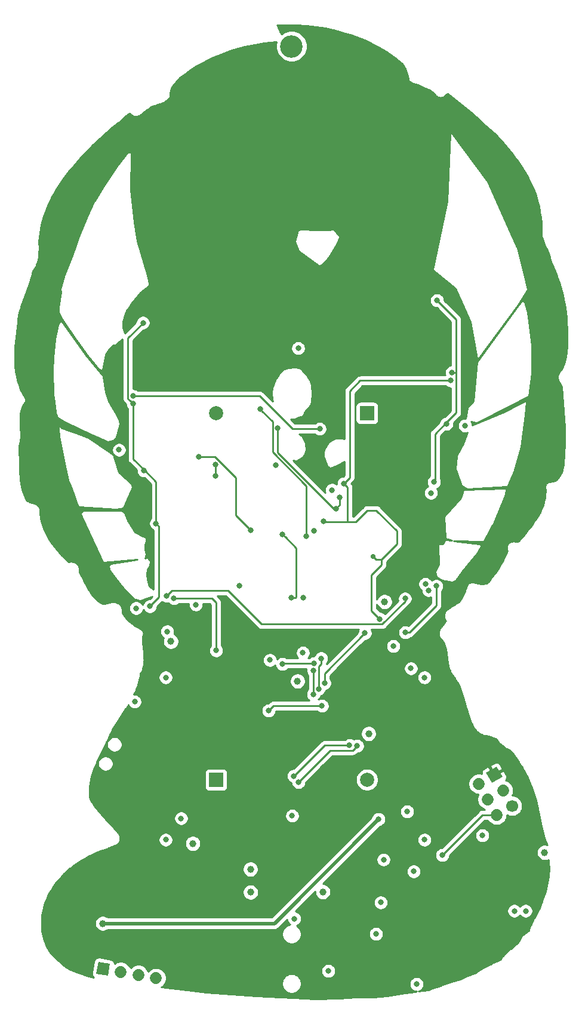
<source format=gbr>
G04 #@! TF.GenerationSoftware,KiCad,Pcbnew,5.1.5*
G04 #@! TF.CreationDate,2019-12-22T23:03:32+01:00*
G04 #@! TF.ProjectId,hh2020v1,68683230-3230-4763-912e-6b696361645f,rev?*
G04 #@! TF.SameCoordinates,Original*
G04 #@! TF.FileFunction,Copper,L2,Inr*
G04 #@! TF.FilePolarity,Positive*
%FSLAX46Y46*%
G04 Gerber Fmt 4.6, Leading zero omitted, Abs format (unit mm)*
G04 Created by KiCad (PCBNEW 5.1.5) date 2019-12-22 23:03:32*
%MOMM*%
%LPD*%
G04 APERTURE LIST*
%ADD10C,1.700000*%
%ADD11C,0.100000*%
%ADD12C,1.700000*%
%ADD13C,2.000000*%
%ADD14R,2.000000X2.000000*%
%ADD15C,3.200000*%
%ADD16C,1.000000*%
%ADD17C,0.800000*%
%ADD18C,0.700000*%
%ADD19C,0.250000*%
%ADD20C,0.500000*%
%ADD21C,0.254000*%
G04 APERTURE END LIST*
D10*
X95648715Y-133281291D02*
X95648715Y-133281291D01*
G04 #@! TA.AperFunction,ViaPad*
D11*
G36*
X98159542Y-130850169D02*
G01*
X99009542Y-132322413D01*
X97537298Y-133172413D01*
X96687298Y-131700169D01*
X98159542Y-130850169D01*
G37*
G04 #@! TD.AperFunction*
D10*
X96918715Y-135480995D02*
X96918715Y-135480995D01*
X99118420Y-134210995D02*
X99118420Y-134210995D01*
X98188715Y-137680700D02*
X98188715Y-137680700D01*
D12*
X100388420Y-136410700D03*
D13*
X79808520Y-132694100D03*
D14*
X79808520Y-80704100D03*
D13*
X58408520Y-80714100D03*
D14*
X58408520Y-132704100D03*
G04 #@! TA.AperFunction,ViaPad*
D11*
G36*
X41686799Y-158524913D02*
G01*
X43360973Y-158820115D01*
X43065771Y-160494289D01*
X41391597Y-160199087D01*
X41686799Y-158524913D01*
G37*
G04 #@! TD.AperFunction*
D10*
X44877697Y-159950667D02*
X44877697Y-159950667D01*
X47379108Y-160391734D02*
X47379108Y-160391734D01*
X49880520Y-160832800D02*
X49880520Y-160832800D01*
D15*
X69108520Y-28704100D03*
D16*
X80043020Y-126174500D03*
X104998520Y-143027400D03*
X69959220Y-118719600D03*
D17*
X55532020Y-107873800D03*
X93713300Y-82499200D03*
X81749900Y-150101300D03*
X86431120Y-145694400D03*
X53436520Y-138176000D03*
X69502020Y-152400000D03*
X81076800Y-154571700D03*
X83548220Y-113753900D03*
X85508520Y-137204100D03*
X69184520Y-137802620D03*
X44627800Y-85928200D03*
X82163920Y-144030700D03*
X74340720Y-159804100D03*
X47061120Y-108369100D03*
X46857920Y-121627900D03*
X96172020Y-140589000D03*
X86037420Y-116903500D03*
D16*
X55100220Y-141744700D03*
X63304420Y-148653500D03*
X73553320Y-148602700D03*
X63279020Y-145376900D03*
X51981100Y-113080800D03*
X82290920Y-107467400D03*
D17*
X86829900Y-161671000D03*
X38564820Y-156171900D03*
X73134220Y-154901900D03*
D16*
X63266320Y-147040600D03*
D17*
X90208520Y-136104100D03*
X80340200Y-145783300D03*
X100708520Y-151304100D03*
X58408520Y-114370411D03*
X52421173Y-106979499D03*
X79508520Y-111904100D03*
X73778953Y-118995302D03*
X72308520Y-116204100D03*
X67808520Y-116304100D03*
X73309417Y-115479100D03*
X72962751Y-119811505D03*
X72189338Y-120584918D03*
X72227622Y-117223202D03*
D16*
X42324020Y-153073100D03*
D17*
X81452720Y-138290300D03*
X90482420Y-143395700D03*
X77308520Y-127804100D03*
X69425820Y-132168900D03*
X78408520Y-127904100D03*
X70098920Y-133045200D03*
X65839490Y-122904100D03*
X73428403Y-122223983D03*
X51480720Y-111671100D03*
X66034920Y-115722400D03*
X61704220Y-105168700D03*
X70060820Y-71501000D03*
X63279020Y-97294700D03*
X55957419Y-86925201D03*
X88082120Y-104940100D03*
X58287920Y-88036400D03*
X58326020Y-89649300D03*
X73096120Y-82943700D03*
X46616620Y-78295500D03*
X67825620Y-97891600D03*
X69095620Y-106908600D03*
X88882220Y-92036900D03*
X70721173Y-114691447D03*
X70802500Y-106883200D03*
X71216520Y-98171000D03*
X64650620Y-80137000D03*
X66911220Y-88087200D03*
X73675240Y-96045020D03*
X76499720Y-90690700D03*
X91688920Y-76098400D03*
D18*
X80675480Y-101058980D03*
D17*
X81608520Y-109904100D03*
X75387200Y-94236540D03*
X67135170Y-82846750D03*
X75966320Y-92684600D03*
X85262720Y-111810800D03*
X74836020Y-91605100D03*
X89648268Y-105226408D03*
X49008520Y-108104100D03*
X48039020Y-67906900D03*
X46616620Y-79375000D03*
X48166020Y-88874600D03*
X49893220Y-96354900D03*
X51408520Y-106654099D03*
X85208520Y-107004100D03*
X89745820Y-64731900D03*
X91854020Y-74968100D03*
X91079320Y-82232500D03*
X89326720Y-90462100D03*
X88523269Y-105837536D03*
X72296020Y-97409000D03*
X87958520Y-118204100D03*
X51258520Y-118204100D03*
X87958520Y-141204100D03*
X51258520Y-141204100D03*
X102308520Y-151304100D03*
D19*
X52421173Y-106979499D02*
X57812719Y-106979499D01*
X57812719Y-106979499D02*
X58408520Y-107575300D01*
X58408520Y-107575300D02*
X58408520Y-111962598D01*
X58408520Y-114370411D02*
X58408520Y-111962598D01*
X73778953Y-117633667D02*
X79508520Y-111904100D01*
X73778953Y-118995302D02*
X73778953Y-117633667D01*
X67908520Y-116204100D02*
X67808520Y-116304100D01*
X72308520Y-116204100D02*
X67908520Y-116204100D01*
X72962751Y-116622871D02*
X73309417Y-116276205D01*
X72962751Y-119811505D02*
X72962751Y-116622871D01*
X73309417Y-116276205D02*
X73309417Y-115479100D01*
X72227622Y-120546634D02*
X72189338Y-120584918D01*
X72227622Y-117223202D02*
X72227622Y-120546634D01*
D20*
X42324020Y-153073100D02*
X66669920Y-153073100D01*
X66669920Y-153073100D02*
X81452720Y-138290300D01*
X81452720Y-138290300D02*
X81452720Y-138290300D01*
D19*
X98188715Y-137680700D02*
X96197420Y-137680700D01*
X96197420Y-137680700D02*
X90482420Y-143395700D01*
X90482420Y-143395700D02*
X90482420Y-143395700D01*
X69425820Y-132168900D02*
X73790620Y-127804100D01*
X73790620Y-127804100D02*
X77308520Y-127804100D01*
X70098920Y-133045200D02*
X74615019Y-128529101D01*
X74615019Y-128529101D02*
X77783519Y-128529101D01*
X77783519Y-128529101D02*
X78008521Y-128304099D01*
X78008521Y-128304099D02*
X78408520Y-127904100D01*
X66519607Y-122223983D02*
X65839490Y-122904100D01*
X73428403Y-122223983D02*
X66519607Y-122223983D01*
X61163310Y-89838788D02*
X58243322Y-86918800D01*
X63279020Y-97294700D02*
X61163310Y-95178990D01*
X61163310Y-95178990D02*
X61163310Y-89838788D01*
X58243322Y-86918800D02*
X55938420Y-86918800D01*
X58326020Y-88074500D02*
X58287920Y-88036400D01*
X58326020Y-89649300D02*
X58326020Y-88074500D01*
X46616620Y-78295500D02*
X63656922Y-78295500D01*
X69245584Y-82943700D02*
X72530435Y-82943700D01*
X64597384Y-78295500D02*
X69245584Y-82943700D01*
X72530435Y-82943700D02*
X73096120Y-82943700D01*
X63656922Y-78295500D02*
X64597384Y-78295500D01*
X69776230Y-106793675D02*
X69776230Y-99842210D01*
X68225619Y-98291599D02*
X67825620Y-97891600D01*
X69661305Y-106908600D02*
X69776230Y-106793675D01*
X69776230Y-99842210D02*
X68225619Y-98291599D01*
X69095620Y-106908600D02*
X69661305Y-106908600D01*
X66410169Y-86256493D02*
X66410169Y-82111251D01*
X71216520Y-98171000D02*
X71216520Y-91062844D01*
X71216520Y-91062844D02*
X66410169Y-86256493D01*
X66410169Y-82111251D02*
X66415920Y-82105500D01*
X66415920Y-82105500D02*
X66415920Y-81915000D01*
X66415920Y-81915000D02*
X64853820Y-80352900D01*
X64853820Y-80352900D02*
X64853820Y-80340200D01*
X64853820Y-80340200D02*
X64650620Y-80137000D01*
X64650620Y-80137000D02*
X64650620Y-80137000D01*
X75185122Y-96139000D02*
X74360305Y-96139000D01*
X77358130Y-89832290D02*
X77358130Y-77576790D01*
X76499720Y-90690700D02*
X77358130Y-89832290D01*
X78836520Y-76098400D02*
X91688920Y-76098400D01*
X77358130Y-77576790D02*
X78836520Y-76098400D01*
X84038330Y-97426774D02*
X84038330Y-99281090D01*
X81104746Y-94493190D02*
X84038330Y-97426774D01*
X79844894Y-94493190D02*
X81104746Y-94493190D01*
X78199084Y-96139000D02*
X79844894Y-94493190D01*
X84038330Y-99281090D02*
X81865521Y-101453899D01*
X81865521Y-101453899D02*
X81852821Y-101453899D01*
X80443121Y-103663699D02*
X81852821Y-102253999D01*
X80443121Y-108738701D02*
X80443121Y-103663699D01*
X81852821Y-102253999D02*
X81852821Y-101453899D01*
X81608520Y-109904100D02*
X80443121Y-108738701D01*
X74226420Y-96139000D02*
X73769220Y-96139000D01*
X74226420Y-96139000D02*
X73794620Y-96139000D01*
X73769220Y-96139000D02*
X73675240Y-96045020D01*
X74360305Y-96139000D02*
X74226420Y-96139000D01*
X77055980Y-96139000D02*
X77055980Y-91246960D01*
X77055980Y-91246960D02*
X76499720Y-90690700D01*
X77055980Y-96139000D02*
X78199084Y-96139000D01*
X73794620Y-96139000D02*
X77055980Y-96139000D01*
X81070399Y-101453899D02*
X80675480Y-101058980D01*
X81852821Y-101453899D02*
X81070399Y-101453899D01*
X67135170Y-83412435D02*
X67135170Y-82846750D01*
X67135170Y-86345084D02*
X67135170Y-83412435D01*
X75062186Y-94272100D02*
X67135170Y-86345084D01*
X75979020Y-92697300D02*
X75966320Y-92684600D01*
X75966320Y-93657420D02*
X75387200Y-94236540D01*
X75966320Y-92684600D02*
X75966320Y-93657420D01*
X89648268Y-107990937D02*
X89648268Y-105792093D01*
X85828405Y-111810800D02*
X89648268Y-107990937D01*
X89648268Y-105792093D02*
X89648268Y-105226408D01*
X85262720Y-111810800D02*
X85828405Y-111810800D01*
X50293219Y-96754899D02*
X50293219Y-105504100D01*
X50293219Y-105504100D02*
X50293219Y-105555999D01*
X50216720Y-106895900D02*
X50108520Y-107004100D01*
X50108520Y-107004100D02*
X49008520Y-108104100D01*
X50293219Y-105504100D02*
X50293219Y-106819401D01*
X50293219Y-106819401D02*
X50108520Y-107004100D01*
X49893220Y-96354900D02*
X50293219Y-96754899D01*
X46616620Y-87210900D02*
X48293020Y-88887300D01*
X46616620Y-79375000D02*
X46616620Y-87210900D01*
X49893220Y-90487500D02*
X48293020Y-88887300D01*
X49893220Y-96354900D02*
X49893220Y-90487500D01*
X46216621Y-78975001D02*
X46616620Y-79375000D01*
X45891619Y-78649999D02*
X46216621Y-78975001D01*
X45891619Y-70054301D02*
X45891619Y-78649999D01*
X48039020Y-67906900D02*
X45891619Y-70054301D01*
X52168918Y-105893701D02*
X51408520Y-106654099D01*
X81956521Y-110629101D02*
X85208520Y-107377102D01*
X85208520Y-107377102D02*
X85208520Y-107004100D01*
X64833521Y-110629101D02*
X81956521Y-110629101D01*
X62708520Y-108504100D02*
X64833521Y-110629101D01*
X60098121Y-105893701D02*
X62708520Y-108504100D01*
X52168918Y-105893701D02*
X60098121Y-105893701D01*
X92450920Y-67437000D02*
X89745820Y-64731900D01*
X92450920Y-80670400D02*
X91434920Y-81686400D01*
X92450920Y-75247500D02*
X92450920Y-80670400D01*
X89453720Y-90432672D02*
X89453720Y-83667600D01*
X92450920Y-74866500D02*
X92450920Y-74936885D01*
X92419705Y-74968100D02*
X91854020Y-74968100D01*
X92450920Y-74866500D02*
X92450920Y-67437000D01*
X92450920Y-74936885D02*
X92419705Y-74968100D01*
X92450920Y-75247500D02*
X92450920Y-74866500D01*
X91269820Y-81851500D02*
X91269820Y-82042000D01*
X91269820Y-82042000D02*
X91079320Y-82232500D01*
X91269820Y-81851500D02*
X91434920Y-81686400D01*
X89453720Y-83667600D02*
X91269820Y-81851500D01*
D21*
G36*
X68371066Y-25665191D02*
G01*
X68375461Y-25665071D01*
X68379809Y-25665757D01*
X68431504Y-25663690D01*
X69104433Y-25668497D01*
X69784641Y-25694241D01*
X71170197Y-25795889D01*
X72557943Y-25943095D01*
X73901379Y-26106298D01*
X75298176Y-26445507D01*
X76718856Y-26845052D01*
X77416480Y-27065636D01*
X78110374Y-27303723D01*
X78795742Y-27559400D01*
X79471152Y-27833819D01*
X80135127Y-28128068D01*
X80786225Y-28443250D01*
X81423027Y-28780491D01*
X82044141Y-29140872D01*
X82648256Y-29525527D01*
X83234043Y-29935523D01*
X83800242Y-30372065D01*
X84307669Y-30804000D01*
X84307852Y-30804231D01*
X84357931Y-30846784D01*
X84384431Y-30869342D01*
X84384687Y-30869520D01*
X84384912Y-30869711D01*
X84412015Y-30888499D01*
X84467488Y-30927026D01*
X84467765Y-30927147D01*
X84575447Y-31001794D01*
X84697781Y-31103895D01*
X84807177Y-31212938D01*
X84897873Y-31320184D01*
X85078657Y-31592821D01*
X85224129Y-31890921D01*
X85348276Y-32225665D01*
X85457065Y-32591349D01*
X85652542Y-33348708D01*
X85656796Y-33378270D01*
X85669360Y-33413870D01*
X85670346Y-33417689D01*
X85680569Y-33445628D01*
X85701703Y-33505511D01*
X85703727Y-33508921D01*
X85705093Y-33512655D01*
X85738159Y-33566938D01*
X85770569Y-33621547D01*
X85773224Y-33624502D01*
X85775289Y-33627892D01*
X85818293Y-33674663D01*
X85860751Y-33721918D01*
X85863928Y-33724296D01*
X85866617Y-33727220D01*
X85917940Y-33764717D01*
X85968781Y-33802766D01*
X85972361Y-33804478D01*
X85975569Y-33806822D01*
X86033211Y-33833582D01*
X86060006Y-33846398D01*
X86063711Y-33847742D01*
X86097956Y-33863640D01*
X86126980Y-33870690D01*
X86977865Y-34179309D01*
X87853109Y-34538725D01*
X88267704Y-34734780D01*
X88672026Y-34949434D01*
X89058217Y-35182777D01*
X89316344Y-35362538D01*
X89332267Y-35390611D01*
X89343535Y-35417042D01*
X89365467Y-35449144D01*
X89367970Y-35453558D01*
X89384444Y-35476923D01*
X89400579Y-35500540D01*
X89403840Y-35504431D01*
X89426242Y-35536203D01*
X89447059Y-35556001D01*
X89529744Y-35654664D01*
X89572202Y-35705399D01*
X89598734Y-35726750D01*
X89623060Y-35750581D01*
X89678519Y-35786817D01*
X89761769Y-35841295D01*
X89795910Y-35867306D01*
X89848331Y-35892933D01*
X89900078Y-35919957D01*
X89908889Y-35922538D01*
X89917133Y-35926568D01*
X89973555Y-35941478D01*
X90029571Y-35957885D01*
X90072329Y-35961683D01*
X90123268Y-35969912D01*
X90164130Y-35979672D01*
X90223375Y-35981930D01*
X90282530Y-35985603D01*
X90290710Y-35984497D01*
X90298964Y-35984812D01*
X90357519Y-35975468D01*
X90416247Y-35967530D01*
X90455976Y-35953891D01*
X90527904Y-35935032D01*
X90591056Y-35918888D01*
X90623458Y-35903371D01*
X90657149Y-35890897D01*
X90712648Y-35856798D01*
X90780999Y-35815379D01*
X90813032Y-35799832D01*
X90865418Y-35760156D01*
X90917942Y-35720806D01*
X90941722Y-35694312D01*
X91099598Y-35548299D01*
X91110817Y-35539027D01*
X91124253Y-35525497D01*
X91138288Y-35512517D01*
X91147974Y-35501611D01*
X91238999Y-35409952D01*
X92024810Y-36002089D01*
X92875555Y-36672183D01*
X93720015Y-37364141D01*
X94557412Y-38074952D01*
X95386897Y-38801455D01*
X96206208Y-39539343D01*
X97821254Y-41045981D01*
X98272180Y-41477612D01*
X98710398Y-41922990D01*
X99139744Y-42385034D01*
X99559423Y-42862155D01*
X99968586Y-43352711D01*
X100366546Y-43855205D01*
X100752472Y-44367950D01*
X101123313Y-44886164D01*
X101830657Y-45952122D01*
X102475799Y-47029988D01*
X103055331Y-48110279D01*
X103551519Y-49154367D01*
X103767518Y-49828455D01*
X103979143Y-50577607D01*
X104168719Y-51358296D01*
X104329105Y-52159571D01*
X104453381Y-52970462D01*
X104534849Y-53779670D01*
X104567327Y-54582711D01*
X104563622Y-54966862D01*
X104547189Y-55303170D01*
X104545467Y-55310777D01*
X104543900Y-55370467D01*
X104542635Y-55396365D01*
X104543018Y-55404110D01*
X104541927Y-55445663D01*
X104546338Y-55471342D01*
X104547623Y-55497364D01*
X104557732Y-55537675D01*
X104559046Y-55545326D01*
X104565928Y-55570358D01*
X104580444Y-55628245D01*
X104583779Y-55635291D01*
X104694277Y-56037226D01*
X104701640Y-56065450D01*
X104703197Y-56069670D01*
X104704385Y-56073993D01*
X104714805Y-56101143D01*
X104871700Y-56526510D01*
X104877544Y-56544698D01*
X104883341Y-56558070D01*
X104888378Y-56571726D01*
X104896705Y-56588898D01*
X105067366Y-56982561D01*
X105070110Y-56990436D01*
X105080736Y-57013400D01*
X105090811Y-57036640D01*
X105094866Y-57043936D01*
X105279802Y-57443605D01*
X105467082Y-57856467D01*
X105631291Y-58259602D01*
X105763206Y-58661053D01*
X105857964Y-59082344D01*
X105863428Y-59121330D01*
X105883820Y-59179790D01*
X105903264Y-59238580D01*
X105922680Y-59272827D01*
X106178729Y-59825595D01*
X106425565Y-60401836D01*
X106655773Y-60984927D01*
X106869446Y-61574319D01*
X107066684Y-62169622D01*
X107247669Y-62770503D01*
X107412481Y-63376523D01*
X107561215Y-63987189D01*
X107694025Y-64602102D01*
X107811025Y-65220918D01*
X107912325Y-65843091D01*
X107998001Y-66468269D01*
X108068228Y-67096046D01*
X108122824Y-67721820D01*
X108187244Y-68989753D01*
X108190190Y-70503353D01*
X108167131Y-71248531D01*
X108110591Y-71977675D01*
X108007860Y-72692439D01*
X107938075Y-73029901D01*
X107851726Y-73366620D01*
X107748617Y-73696103D01*
X107627454Y-74018372D01*
X107486752Y-74333419D01*
X107367062Y-74561241D01*
X107346096Y-74581133D01*
X107336681Y-74587516D01*
X107297245Y-74627485D01*
X107281002Y-74642897D01*
X107273592Y-74651458D01*
X107265658Y-74659499D01*
X107251595Y-74676871D01*
X107214821Y-74719356D01*
X107209196Y-74729246D01*
X107166749Y-74781680D01*
X107150717Y-74796856D01*
X107124399Y-74833995D01*
X107117026Y-74843103D01*
X107104948Y-74861444D01*
X107092250Y-74879363D01*
X107086445Y-74889541D01*
X107061410Y-74927558D01*
X107053098Y-74948011D01*
X107020926Y-75004422D01*
X107002374Y-75030286D01*
X106987593Y-75062869D01*
X106986612Y-75064588D01*
X106973662Y-75093577D01*
X106960597Y-75122375D01*
X106959962Y-75124241D01*
X106945365Y-75156917D01*
X106938300Y-75187960D01*
X106918042Y-75247545D01*
X106903334Y-75280563D01*
X106888953Y-75344060D01*
X106874128Y-75407508D01*
X106872928Y-75443634D01*
X106866157Y-75497721D01*
X106858854Y-75529412D01*
X106857797Y-75564494D01*
X106857637Y-75565770D01*
X106856787Y-75598005D01*
X106855808Y-75630488D01*
X106855896Y-75631774D01*
X106854970Y-75666857D01*
X106860471Y-75698911D01*
X106863201Y-75738954D01*
X106861805Y-75763792D01*
X106867777Y-75806105D01*
X106868384Y-75815006D01*
X106872477Y-75839404D01*
X106875938Y-75863922D01*
X106878047Y-75872599D01*
X106885116Y-75914735D01*
X106893938Y-75937991D01*
X106898568Y-75957043D01*
X106899343Y-75967658D01*
X106914474Y-76022494D01*
X106919929Y-76044943D01*
X106923424Y-76054931D01*
X106926240Y-76065138D01*
X106934541Y-76086705D01*
X106953325Y-76140392D01*
X106958733Y-76149560D01*
X106961495Y-76156737D01*
X106963298Y-76165739D01*
X106985684Y-76219583D01*
X106994512Y-76242521D01*
X106998615Y-76250688D01*
X107002118Y-76259113D01*
X107013713Y-76280738D01*
X107039911Y-76332881D01*
X107045557Y-76340126D01*
X107135062Y-76507055D01*
X107144654Y-76526541D01*
X107150938Y-76536662D01*
X107156577Y-76547180D01*
X107168683Y-76565246D01*
X107300030Y-76776817D01*
X107408152Y-76966891D01*
X107448916Y-77069052D01*
X107481170Y-78077458D01*
X107480795Y-78089179D01*
X107482245Y-78111050D01*
X107482946Y-78132978D01*
X107484470Y-78144618D01*
X107557394Y-79244842D01*
X107557307Y-79250866D01*
X107559619Y-79278406D01*
X107561446Y-79305976D01*
X107562432Y-79311919D01*
X107752573Y-81577212D01*
X107828918Y-82709672D01*
X107866920Y-83836421D01*
X107865959Y-84389697D01*
X107848448Y-84943924D01*
X107812338Y-85496020D01*
X107754221Y-86059511D01*
X107750784Y-86092141D01*
X107750779Y-86092888D01*
X107750703Y-86093624D01*
X107750553Y-86126165D01*
X107745697Y-86842571D01*
X107693553Y-87614274D01*
X107645289Y-87995145D01*
X107578109Y-88374802D01*
X107491340Y-88739455D01*
X107384092Y-89081202D01*
X107256491Y-89392246D01*
X107109748Y-89665566D01*
X106946001Y-89895992D01*
X106756139Y-90093036D01*
X106671680Y-90161005D01*
X106571609Y-90227529D01*
X106465625Y-90284446D01*
X106352263Y-90331872D01*
X106229153Y-90369895D01*
X106094196Y-90397906D01*
X105946622Y-90414664D01*
X105779755Y-90418422D01*
X105736416Y-90416351D01*
X105679129Y-90424927D01*
X105621659Y-90431898D01*
X105612504Y-90434902D01*
X105602971Y-90436329D01*
X105548468Y-90455913D01*
X105493450Y-90473965D01*
X105485055Y-90478699D01*
X105475986Y-90481957D01*
X105426370Y-90511786D01*
X105375912Y-90540235D01*
X105368599Y-90546517D01*
X105360343Y-90551481D01*
X105317498Y-90590419D01*
X105273562Y-90628164D01*
X105267616Y-90635751D01*
X105260486Y-90642231D01*
X105226059Y-90688780D01*
X105190332Y-90734369D01*
X105185981Y-90742969D01*
X105180251Y-90750717D01*
X105155560Y-90803103D01*
X105129421Y-90854772D01*
X105126832Y-90864054D01*
X105122723Y-90872772D01*
X105108726Y-90928972D01*
X105093170Y-90984744D01*
X105092442Y-90994352D01*
X105090112Y-91003706D01*
X105087347Y-91061557D01*
X105082971Y-91119290D01*
X105088194Y-91162352D01*
X105116076Y-91714821D01*
X105093536Y-92245346D01*
X105024458Y-92764233D01*
X104911894Y-93273272D01*
X104758604Y-93773796D01*
X104567462Y-94266751D01*
X104341395Y-94752593D01*
X104083508Y-95231559D01*
X103797166Y-95703761D01*
X103485887Y-96169162D01*
X103153307Y-96627829D01*
X102805353Y-97077081D01*
X102064763Y-97965764D01*
X101325342Y-98802424D01*
X101301015Y-98824948D01*
X101280777Y-98852850D01*
X101280343Y-98853341D01*
X101261117Y-98879956D01*
X101241642Y-98906805D01*
X101241308Y-98907377D01*
X101226642Y-98927677D01*
X101219603Y-98928013D01*
X101123133Y-98923537D01*
X100857049Y-98893811D01*
X100830008Y-98890280D01*
X100823628Y-98890078D01*
X100817292Y-98889370D01*
X100790047Y-98889014D01*
X100555546Y-98881581D01*
X100499863Y-98877921D01*
X100454784Y-98883847D01*
X100409419Y-98886868D01*
X100355535Y-98901366D01*
X100306688Y-98912746D01*
X100278597Y-98915979D01*
X100241152Y-98928013D01*
X100235765Y-98929268D01*
X100209103Y-98938313D01*
X100150135Y-98957264D01*
X100145271Y-98959968D01*
X100140002Y-98961755D01*
X100086360Y-98992711D01*
X100061747Y-99006391D01*
X100057199Y-99009539D01*
X100023133Y-99029198D01*
X100003894Y-99046063D01*
X99959475Y-99077183D01*
X99933316Y-99095291D01*
X99931829Y-99096553D01*
X99902547Y-99117068D01*
X99880515Y-99140095D01*
X99856211Y-99160718D01*
X99833984Y-99188728D01*
X99809265Y-99214563D01*
X99792146Y-99241449D01*
X99772335Y-99266415D01*
X99756001Y-99298220D01*
X99754954Y-99299864D01*
X99740575Y-99328256D01*
X99710691Y-99386444D01*
X99710155Y-99388321D01*
X99709704Y-99389212D01*
X99689542Y-99421822D01*
X99667539Y-99480741D01*
X99644724Y-99539455D01*
X99643932Y-99543955D01*
X99642336Y-99548228D01*
X99632241Y-99610364D01*
X99621329Y-99672345D01*
X99622175Y-99710672D01*
X99617191Y-99789834D01*
X99611472Y-99838067D01*
X99615598Y-99890622D01*
X99617458Y-99943313D01*
X99628610Y-99990592D01*
X99647351Y-100095664D01*
X99647657Y-100109913D01*
X99659176Y-100161959D01*
X99662602Y-100181167D01*
X99666446Y-100194805D01*
X99669509Y-100208647D01*
X99675576Y-100227204D01*
X99678167Y-100236397D01*
X99540965Y-100577849D01*
X99293021Y-101138040D01*
X99023058Y-101691671D01*
X98730789Y-102235059D01*
X98416028Y-102764476D01*
X98078578Y-103276314D01*
X97718348Y-103767004D01*
X97364961Y-104196913D01*
X97364764Y-104197074D01*
X97322493Y-104248576D01*
X97300917Y-104274824D01*
X97300773Y-104275039D01*
X97300609Y-104275239D01*
X97281674Y-104303573D01*
X97244670Y-104358860D01*
X97244573Y-104359093D01*
X97159805Y-104485944D01*
X97059142Y-104602049D01*
X96958140Y-104691176D01*
X96854222Y-104760236D01*
X96743439Y-104814224D01*
X96621911Y-104855702D01*
X96486780Y-104885452D01*
X96348670Y-104902005D01*
X95991330Y-104902827D01*
X95609351Y-104861945D01*
X94800485Y-104715508D01*
X94778530Y-104708509D01*
X94734264Y-104703519D01*
X94723679Y-104701603D01*
X94700810Y-104699748D01*
X94644446Y-104693395D01*
X94633670Y-104694303D01*
X94622888Y-104693429D01*
X94566519Y-104699964D01*
X94509989Y-104704730D01*
X94499597Y-104707723D01*
X94488853Y-104708969D01*
X94434838Y-104726377D01*
X94380329Y-104742078D01*
X94370724Y-104747040D01*
X94360424Y-104750359D01*
X94310845Y-104777970D01*
X94260445Y-104804004D01*
X94251987Y-104810748D01*
X94242539Y-104816010D01*
X94199299Y-104852762D01*
X94154946Y-104888129D01*
X94147971Y-104896388D01*
X94139726Y-104903396D01*
X94104494Y-104947870D01*
X94067886Y-104991218D01*
X94062651Y-105000689D01*
X94055938Y-105009163D01*
X94030071Y-105059632D01*
X94018967Y-105079721D01*
X94014710Y-105089603D01*
X93994393Y-105129243D01*
X93988085Y-105151407D01*
X93856712Y-105456359D01*
X93848762Y-105472740D01*
X93843416Y-105487223D01*
X93837302Y-105501414D01*
X93831767Y-105518777D01*
X93703225Y-105866981D01*
X93702873Y-105867710D01*
X93691500Y-105898743D01*
X93680197Y-105929360D01*
X93679995Y-105930134D01*
X93546148Y-106295340D01*
X93393587Y-106662549D01*
X93218982Y-106996306D01*
X93133196Y-107127461D01*
X93037040Y-107250922D01*
X92935213Y-107358687D01*
X92826268Y-107451671D01*
X92707324Y-107531306D01*
X92557345Y-107607113D01*
X92516916Y-107624167D01*
X92469393Y-107656368D01*
X92420935Y-107687167D01*
X92413604Y-107694170D01*
X92405211Y-107699857D01*
X92364880Y-107740713D01*
X92323365Y-107780371D01*
X92298156Y-107816291D01*
X92252278Y-107872939D01*
X92218353Y-107904619D01*
X92048710Y-108021100D01*
X91565462Y-108274756D01*
X91542063Y-108286394D01*
X91535727Y-108290364D01*
X91529095Y-108293845D01*
X91507228Y-108308220D01*
X91329891Y-108419332D01*
X91312901Y-108426864D01*
X91272850Y-108455072D01*
X91259967Y-108463144D01*
X91245333Y-108474453D01*
X91230225Y-108485093D01*
X91218722Y-108495016D01*
X91179951Y-108524976D01*
X91167744Y-108538991D01*
X91147152Y-108556754D01*
X91127680Y-108569599D01*
X91096201Y-108600707D01*
X91088270Y-108607548D01*
X91072256Y-108624369D01*
X91055752Y-108640678D01*
X91049066Y-108648727D01*
X91018543Y-108680788D01*
X91006061Y-108700501D01*
X90978269Y-108733959D01*
X90948972Y-108764367D01*
X90917068Y-108814094D01*
X90883976Y-108862990D01*
X90867589Y-108901897D01*
X90834967Y-108965761D01*
X90808082Y-109014086D01*
X90794001Y-109057842D01*
X90777201Y-109100637D01*
X90767421Y-109155081D01*
X90749255Y-109239003D01*
X90735830Y-109290670D01*
X90733060Y-109338481D01*
X90727564Y-109386063D01*
X90731903Y-109439273D01*
X90735397Y-109525911D01*
X90734170Y-109570006D01*
X90743760Y-109626371D01*
X90751652Y-109682997D01*
X90766148Y-109724660D01*
X90795641Y-109832610D01*
X90808953Y-109887956D01*
X90827530Y-109928209D01*
X90843351Y-109969626D01*
X90873653Y-110017827D01*
X90950136Y-110148193D01*
X90959330Y-110179036D01*
X90959519Y-110187921D01*
X90953359Y-110214095D01*
X90924567Y-110276099D01*
X90866905Y-110364044D01*
X90635905Y-110638483D01*
X90378876Y-110928108D01*
X90360135Y-110948501D01*
X90356555Y-110953260D01*
X90352607Y-110957708D01*
X90336364Y-110980095D01*
X90262736Y-111077955D01*
X90256093Y-111084217D01*
X90222236Y-111131784D01*
X90207437Y-111151454D01*
X90202715Y-111159210D01*
X90197454Y-111166602D01*
X90185220Y-111187949D01*
X90154854Y-111237830D01*
X90151720Y-111246403D01*
X90111106Y-111317269D01*
X90091154Y-111345422D01*
X90063882Y-111406458D01*
X90036553Y-111467290D01*
X90028825Y-111500918D01*
X89989626Y-111618408D01*
X89968823Y-111678544D01*
X89963700Y-111715792D01*
X89955356Y-111752443D01*
X89953606Y-111816034D01*
X89949962Y-111910617D01*
X89947923Y-111920376D01*
X89947368Y-111977928D01*
X89946453Y-112001688D01*
X89947044Y-112011585D01*
X89946623Y-112055302D01*
X89951058Y-112078780D01*
X89952483Y-112102631D01*
X89963554Y-112144926D01*
X89965394Y-112154667D01*
X89972076Y-112177484D01*
X89986651Y-112233166D01*
X89991009Y-112242133D01*
X90003077Y-112283343D01*
X90003137Y-112284002D01*
X90021933Y-112347729D01*
X90031307Y-112379739D01*
X90031556Y-112380358D01*
X90041309Y-112413424D01*
X90056712Y-112442784D01*
X90069103Y-112473532D01*
X90087979Y-112502381D01*
X90088289Y-112502971D01*
X90106525Y-112530724D01*
X90142983Y-112586443D01*
X90143448Y-112586918D01*
X90192045Y-112660876D01*
X90202324Y-112681988D01*
X90229006Y-112717127D01*
X90234673Y-112725751D01*
X90249356Y-112743926D01*
X90263478Y-112762524D01*
X90270491Y-112770088D01*
X90298220Y-112804412D01*
X90316255Y-112819447D01*
X90490535Y-113007420D01*
X90631983Y-113208113D01*
X90749072Y-113427398D01*
X90845750Y-113667763D01*
X90924656Y-113929951D01*
X90987064Y-114207114D01*
X91083365Y-114837363D01*
X91157355Y-115475570D01*
X91157845Y-115485907D01*
X91161229Y-115508988D01*
X91163913Y-115532139D01*
X91166105Y-115542245D01*
X91258149Y-116170044D01*
X91260733Y-116192651D01*
X91263026Y-116203307D01*
X91264607Y-116214089D01*
X91270098Y-116236169D01*
X91334633Y-116536045D01*
X91338949Y-116559360D01*
X91341701Y-116568887D01*
X91343791Y-116578599D01*
X91351038Y-116601210D01*
X91437024Y-116898888D01*
X91445294Y-116928442D01*
X91446329Y-116931102D01*
X91447123Y-116933851D01*
X91458510Y-116962411D01*
X91549997Y-117197561D01*
X91550707Y-117201336D01*
X91574434Y-117260372D01*
X91585264Y-117288207D01*
X91586991Y-117291613D01*
X91588418Y-117295164D01*
X91602236Y-117321683D01*
X91630990Y-117378401D01*
X91633362Y-117381423D01*
X91747949Y-117601342D01*
X91775195Y-117656057D01*
X91799731Y-117687778D01*
X91821656Y-117721351D01*
X91864426Y-117765032D01*
X91940396Y-117845517D01*
X92017335Y-117959179D01*
X92234916Y-118335909D01*
X92238611Y-118343553D01*
X92251734Y-118365029D01*
X92264322Y-118386825D01*
X92269269Y-118393726D01*
X92337516Y-118505415D01*
X92338567Y-118508202D01*
X92372627Y-118562876D01*
X92388678Y-118589145D01*
X92390468Y-118591516D01*
X92392036Y-118594033D01*
X92410778Y-118618417D01*
X92449609Y-118669850D01*
X92451833Y-118671831D01*
X92499850Y-118734304D01*
X92518485Y-118763979D01*
X92564035Y-118812185D01*
X92609292Y-118860427D01*
X92637790Y-118880814D01*
X92661300Y-118901249D01*
X92710090Y-118944252D01*
X92725524Y-118953214D01*
X92927879Y-119505617D01*
X93266267Y-120519935D01*
X93599029Y-121583987D01*
X93902059Y-122602325D01*
X93904902Y-122614592D01*
X93911650Y-122634557D01*
X93917659Y-122654750D01*
X93922415Y-122666407D01*
X94068617Y-123098957D01*
X94212153Y-123556124D01*
X94213324Y-123561323D01*
X94222232Y-123588226D01*
X94230715Y-123615245D01*
X94232801Y-123620145D01*
X94384768Y-124079109D01*
X94389529Y-124096107D01*
X94395334Y-124111017D01*
X94400366Y-124126216D01*
X94407534Y-124142356D01*
X94591318Y-124614447D01*
X94602634Y-124644005D01*
X94603495Y-124645725D01*
X94604192Y-124647517D01*
X94618503Y-124675731D01*
X94815255Y-125069079D01*
X94815534Y-125070084D01*
X94845372Y-125129288D01*
X94860019Y-125158571D01*
X94860574Y-125159452D01*
X94861045Y-125160387D01*
X94878655Y-125188165D01*
X94913904Y-125244141D01*
X94914620Y-125244897D01*
X95008547Y-125393058D01*
X95024226Y-125418409D01*
X95026538Y-125421437D01*
X95028576Y-125424652D01*
X95046919Y-125448132D01*
X95150365Y-125583624D01*
X95151202Y-125585308D01*
X95191272Y-125637203D01*
X95210583Y-125662496D01*
X95211859Y-125663865D01*
X95213004Y-125665348D01*
X95234870Y-125688554D01*
X95279531Y-125736470D01*
X95281056Y-125737568D01*
X95356161Y-125817275D01*
X95360337Y-125823629D01*
X95402355Y-125866298D01*
X95420283Y-125885324D01*
X95425988Y-125890297D01*
X95431290Y-125895681D01*
X95451339Y-125912395D01*
X95496512Y-125951770D01*
X95503113Y-125955554D01*
X95593414Y-126030832D01*
X95601762Y-126040420D01*
X95645137Y-126073950D01*
X95661309Y-126087431D01*
X95671772Y-126094539D01*
X95681768Y-126102266D01*
X95699592Y-126113438D01*
X95744956Y-126144256D01*
X95756663Y-126149211D01*
X95864024Y-126216506D01*
X95876376Y-126227103D01*
X95921064Y-126252260D01*
X95935897Y-126261557D01*
X95950396Y-126268772D01*
X95964496Y-126276709D01*
X95980505Y-126283754D01*
X96026431Y-126306606D01*
X96042140Y-126310876D01*
X96198262Y-126379575D01*
X96244469Y-126402518D01*
X96292438Y-126415511D01*
X96339674Y-126430974D01*
X96390897Y-126437151D01*
X96654761Y-126481449D01*
X96970284Y-126554523D01*
X97319759Y-126652293D01*
X97672518Y-126766891D01*
X97998974Y-126889660D01*
X98265772Y-127008668D01*
X98276224Y-127065296D01*
X98291349Y-127103289D01*
X98303481Y-127142328D01*
X98332286Y-127195351D01*
X98357999Y-127245101D01*
X98378812Y-127290856D01*
X98408581Y-127332270D01*
X98436337Y-127375079D01*
X98471401Y-127411127D01*
X98555470Y-127506705D01*
X98567840Y-127525196D01*
X98599937Y-127557258D01*
X98607560Y-127565925D01*
X98623719Y-127581015D01*
X98639383Y-127596662D01*
X98648322Y-127603990D01*
X98681468Y-127634943D01*
X98700372Y-127646659D01*
X98826734Y-127750250D01*
X98845243Y-127766270D01*
X98852742Y-127771570D01*
X98859835Y-127777385D01*
X98880176Y-127790961D01*
X99178159Y-128001576D01*
X99200669Y-128032413D01*
X99237467Y-128084090D01*
X99240423Y-128086876D01*
X99242815Y-128090152D01*
X99289509Y-128133124D01*
X99335674Y-128176622D01*
X99357491Y-128190279D01*
X99372734Y-128204570D01*
X99404130Y-128224115D01*
X99406668Y-128226027D01*
X99432713Y-128241908D01*
X99458582Y-128258012D01*
X99461428Y-128259417D01*
X99493006Y-128278672D01*
X99521769Y-128289211D01*
X99578053Y-128317001D01*
X99578223Y-128317107D01*
X99608306Y-128331939D01*
X99638212Y-128346705D01*
X99638399Y-128346775D01*
X99971002Y-128510759D01*
X100134810Y-128602431D01*
X100207921Y-128651614D01*
X100219960Y-128672941D01*
X100235583Y-128707271D01*
X100253050Y-128731561D01*
X100267752Y-128757607D01*
X100292338Y-128786198D01*
X100314359Y-128816821D01*
X100360785Y-128860159D01*
X100463688Y-128958431D01*
X100586233Y-129109710D01*
X100949904Y-129632104D01*
X101327056Y-130209684D01*
X101329828Y-130214792D01*
X101345469Y-130237882D01*
X101360677Y-130261172D01*
X101364307Y-130265692D01*
X101683994Y-130737631D01*
X101709100Y-130779433D01*
X101744396Y-130818306D01*
X101777975Y-130858697D01*
X101789678Y-130868178D01*
X101799804Y-130879330D01*
X101820274Y-130894483D01*
X101944747Y-131180963D01*
X101957464Y-131210544D01*
X101958102Y-131211701D01*
X101958629Y-131212913D01*
X101974270Y-131241004D01*
X102264578Y-131767151D01*
X102568652Y-132372379D01*
X102878660Y-133048371D01*
X103180248Y-133774404D01*
X103459478Y-134529875D01*
X103702702Y-135293861D01*
X103898247Y-136051148D01*
X103971746Y-136409507D01*
X104027457Y-136749129D01*
X104027940Y-136755027D01*
X104032898Y-136782297D01*
X104037391Y-136809687D01*
X104038919Y-136815412D01*
X104255508Y-138006692D01*
X104256453Y-138015463D01*
X104261527Y-138039798D01*
X104265968Y-138064226D01*
X104268387Y-138072701D01*
X104521933Y-139288785D01*
X104523722Y-139301139D01*
X104528794Y-139321692D01*
X104533118Y-139342430D01*
X104536853Y-139354347D01*
X104679739Y-139933327D01*
X104681854Y-139945050D01*
X104687792Y-139965961D01*
X104693005Y-139987083D01*
X104696982Y-139998321D01*
X104857818Y-140564680D01*
X104861154Y-140579422D01*
X104867012Y-140597056D01*
X104872078Y-140614895D01*
X104877602Y-140628934D01*
X105060742Y-141180224D01*
X105065916Y-141198380D01*
X105071339Y-141212126D01*
X105076000Y-141226155D01*
X105083681Y-141243406D01*
X105285615Y-141755208D01*
X105286478Y-141758136D01*
X105297968Y-141786515D01*
X105309194Y-141814968D01*
X105310586Y-141817682D01*
X105364321Y-141950404D01*
X105329587Y-141936017D01*
X105110308Y-141892400D01*
X104886732Y-141892400D01*
X104667453Y-141936017D01*
X104460896Y-142021576D01*
X104275000Y-142145788D01*
X104116908Y-142303880D01*
X103992696Y-142489776D01*
X103907137Y-142696333D01*
X103863520Y-142915612D01*
X103863520Y-143139188D01*
X103907137Y-143358467D01*
X103992696Y-143565024D01*
X104116908Y-143750920D01*
X104275000Y-143909012D01*
X104460896Y-144033224D01*
X104667453Y-144118783D01*
X104886732Y-144162400D01*
X105110308Y-144162400D01*
X105329587Y-144118783D01*
X105536144Y-144033224D01*
X105545116Y-144027229D01*
X105566808Y-144215557D01*
X105599872Y-144656658D01*
X105615419Y-145097772D01*
X105613535Y-145538306D01*
X105594225Y-145977915D01*
X105557576Y-146416289D01*
X105503684Y-146852934D01*
X105432544Y-147287486D01*
X105344252Y-147719508D01*
X105238747Y-148148680D01*
X105116118Y-148574622D01*
X104976430Y-148996970D01*
X104819714Y-149415249D01*
X104659965Y-149795845D01*
X104650653Y-149811333D01*
X104633912Y-149857917D01*
X104627831Y-149872404D01*
X104622531Y-149889585D01*
X104616453Y-149906497D01*
X104612616Y-149921724D01*
X104598022Y-149969033D01*
X104596166Y-149987013D01*
X104545372Y-150188600D01*
X104474455Y-150409518D01*
X104279849Y-150885659D01*
X104042195Y-151363474D01*
X103773856Y-151852664D01*
X103509544Y-152325062D01*
X103505007Y-152331921D01*
X103493117Y-152354420D01*
X103480700Y-152376613D01*
X103477409Y-152384144D01*
X103235055Y-152842753D01*
X103224872Y-152860331D01*
X103219350Y-152872472D01*
X103213116Y-152884268D01*
X103205429Y-152903077D01*
X102991671Y-153373031D01*
X102981168Y-153394481D01*
X102977760Y-153403613D01*
X102973720Y-153412496D01*
X102966002Y-153435125D01*
X102882246Y-153659582D01*
X102874205Y-153678910D01*
X102870491Y-153691086D01*
X102866042Y-153703008D01*
X102860683Y-153723237D01*
X102804493Y-153907434D01*
X102797711Y-153921584D01*
X102784844Y-153971848D01*
X102779570Y-153989136D01*
X102776503Y-154004429D01*
X102764248Y-154052302D01*
X102763262Y-154070458D01*
X102759687Y-154088285D01*
X102759670Y-154099469D01*
X102717353Y-154132071D01*
X102539937Y-154239252D01*
X102537611Y-154240384D01*
X102511100Y-154256674D01*
X102484545Y-154272716D01*
X102482479Y-154274260D01*
X102314993Y-154377170D01*
X102310228Y-154379015D01*
X102257574Y-154412451D01*
X102233205Y-154427424D01*
X102229159Y-154430495D01*
X102224862Y-154433223D01*
X102202308Y-154450871D01*
X102152651Y-154488553D01*
X102149261Y-154492377D01*
X102008959Y-154602156D01*
X101990561Y-154612922D01*
X101955944Y-154643638D01*
X101946124Y-154651322D01*
X101930792Y-154665956D01*
X101914922Y-154680038D01*
X101906444Y-154689196D01*
X101872974Y-154721143D01*
X101860721Y-154738587D01*
X101830422Y-154771317D01*
X101816278Y-154782764D01*
X101784697Y-154820712D01*
X101774107Y-154832151D01*
X101763170Y-154846578D01*
X101751591Y-154860491D01*
X101742844Y-154873389D01*
X101713016Y-154912735D01*
X101705063Y-154929102D01*
X101676700Y-154970927D01*
X101658268Y-154992362D01*
X101638931Y-155026622D01*
X101635822Y-155031206D01*
X101622385Y-155055936D01*
X101608562Y-155080426D01*
X101606327Y-155085490D01*
X101587543Y-155120060D01*
X101579152Y-155147055D01*
X101551286Y-155210184D01*
X101534493Y-155240023D01*
X101513587Y-155303909D01*
X101492717Y-155367418D01*
X101488895Y-155398807D01*
X101433720Y-155486188D01*
X101309478Y-155646857D01*
X101160935Y-155811314D01*
X100994526Y-155974830D01*
X100596229Y-156322017D01*
X100188559Y-156652151D01*
X100185053Y-156654523D01*
X100162369Y-156673360D01*
X100139541Y-156691846D01*
X100136540Y-156694808D01*
X99741279Y-157023032D01*
X99723621Y-157036737D01*
X99715403Y-157044520D01*
X99706703Y-157051744D01*
X99691003Y-157067627D01*
X99318868Y-157420041D01*
X99296314Y-157441055D01*
X99294476Y-157443139D01*
X99292460Y-157445049D01*
X99272256Y-157468345D01*
X99111726Y-157650440D01*
X99091866Y-157672445D01*
X99089491Y-157675661D01*
X99086852Y-157678655D01*
X99069549Y-157702669D01*
X98967099Y-157841421D01*
X98964058Y-157844257D01*
X98927074Y-157895629D01*
X98909514Y-157919411D01*
X98907394Y-157922964D01*
X98904975Y-157926325D01*
X98890127Y-157951912D01*
X98857710Y-158006258D01*
X98856317Y-158010176D01*
X98799649Y-158107832D01*
X98791667Y-158117590D01*
X98766287Y-158165256D01*
X98631431Y-158214593D01*
X98612625Y-158220620D01*
X98599862Y-158226142D01*
X98586802Y-158230920D01*
X98569008Y-158239491D01*
X98179236Y-158408130D01*
X98164834Y-158413468D01*
X98148372Y-158421484D01*
X98131575Y-158428751D01*
X98118151Y-158436199D01*
X97739615Y-158620514D01*
X97729420Y-158624669D01*
X97709361Y-158635245D01*
X97689002Y-158645158D01*
X97679637Y-158650916D01*
X97308838Y-158846416D01*
X97301216Y-158849740D01*
X97279075Y-158862108D01*
X97256664Y-158873924D01*
X97249731Y-158878500D01*
X96446244Y-159327332D01*
X95609412Y-159788394D01*
X95191198Y-160015055D01*
X94777717Y-160220885D01*
X93912633Y-160604266D01*
X93025688Y-160948330D01*
X92118420Y-161267164D01*
X90299104Y-161869002D01*
X90295335Y-161869895D01*
X90267194Y-161879558D01*
X90238900Y-161888918D01*
X90235354Y-161890492D01*
X89370401Y-162187504D01*
X89361175Y-162189962D01*
X89338577Y-162198431D01*
X89315779Y-162206260D01*
X89307107Y-162210226D01*
X88512349Y-162508094D01*
X87660036Y-162597278D01*
X87648900Y-162597708D01*
X87626582Y-162600779D01*
X87604189Y-162603122D01*
X87593280Y-162605361D01*
X87088862Y-162674766D01*
X87131798Y-162666226D01*
X87320156Y-162588205D01*
X87489674Y-162474937D01*
X87633837Y-162330774D01*
X87747105Y-162161256D01*
X87825126Y-161972898D01*
X87864900Y-161772939D01*
X87864900Y-161569061D01*
X87825126Y-161369102D01*
X87747105Y-161180744D01*
X87633837Y-161011226D01*
X87489674Y-160867063D01*
X87320156Y-160753795D01*
X87131798Y-160675774D01*
X86931839Y-160636000D01*
X86727961Y-160636000D01*
X86528002Y-160675774D01*
X86339644Y-160753795D01*
X86170126Y-160867063D01*
X86025963Y-161011226D01*
X85912695Y-161180744D01*
X85834674Y-161369102D01*
X85794900Y-161569061D01*
X85794900Y-161772939D01*
X85834674Y-161972898D01*
X85912695Y-162161256D01*
X86025963Y-162330774D01*
X86170126Y-162474937D01*
X86339644Y-162588205D01*
X86528002Y-162666226D01*
X86727961Y-162706000D01*
X86861865Y-162706000D01*
X86661935Y-162733509D01*
X86654079Y-162733993D01*
X86628584Y-162738098D01*
X86603055Y-162741611D01*
X86595416Y-162743439D01*
X84627953Y-163060250D01*
X83627679Y-163220208D01*
X82636432Y-163362205D01*
X81657473Y-163474264D01*
X80707454Y-163543614D01*
X79540979Y-163524663D01*
X79529083Y-163523714D01*
X79507391Y-163524117D01*
X79485656Y-163523764D01*
X79473741Y-163524742D01*
X78305383Y-163546455D01*
X78297818Y-163546019D01*
X78271759Y-163547079D01*
X78245682Y-163547564D01*
X78238156Y-163548447D01*
X77080609Y-163595550D01*
X77077401Y-163595395D01*
X77046996Y-163596917D01*
X77016580Y-163598155D01*
X77013400Y-163598599D01*
X75832546Y-163657722D01*
X74628269Y-163713902D01*
X73433496Y-163750129D01*
X72247745Y-163751109D01*
X71082945Y-163703661D01*
X71080573Y-163703346D01*
X71049268Y-163702289D01*
X71018092Y-163701019D01*
X71015712Y-163701156D01*
X69299882Y-163643220D01*
X67557288Y-163567957D01*
X64066828Y-163370471D01*
X60578003Y-163115889D01*
X57090345Y-162810113D01*
X53604849Y-162459100D01*
X50620152Y-162124588D01*
X50827152Y-161986275D01*
X51033995Y-161779432D01*
X51196510Y-161536211D01*
X51227775Y-161460729D01*
X67723520Y-161460729D01*
X67723520Y-161733551D01*
X67776745Y-162001129D01*
X67881149Y-162253183D01*
X68032721Y-162480026D01*
X68225634Y-162672939D01*
X68452477Y-162824511D01*
X68704531Y-162928915D01*
X68972109Y-162982140D01*
X69244931Y-162982140D01*
X69512509Y-162928915D01*
X69764563Y-162824511D01*
X69991406Y-162672939D01*
X70184319Y-162480026D01*
X70335891Y-162253183D01*
X70440295Y-162001129D01*
X70493520Y-161733551D01*
X70493520Y-161460729D01*
X70440295Y-161193151D01*
X70335891Y-160941097D01*
X70184319Y-160714254D01*
X69991406Y-160521341D01*
X69764563Y-160369769D01*
X69512509Y-160265365D01*
X69244931Y-160212140D01*
X68972109Y-160212140D01*
X68704531Y-160265365D01*
X68452477Y-160369769D01*
X68225634Y-160521341D01*
X68032721Y-160714254D01*
X67881149Y-160941097D01*
X67776745Y-161193151D01*
X67723520Y-161460729D01*
X51227775Y-161460729D01*
X51308452Y-161265958D01*
X51365520Y-160979060D01*
X51365520Y-160686540D01*
X51308452Y-160399642D01*
X51196510Y-160129389D01*
X51033995Y-159886168D01*
X50849988Y-159702161D01*
X73305720Y-159702161D01*
X73305720Y-159906039D01*
X73345494Y-160105998D01*
X73423515Y-160294356D01*
X73536783Y-160463874D01*
X73680946Y-160608037D01*
X73850464Y-160721305D01*
X74038822Y-160799326D01*
X74238781Y-160839100D01*
X74442659Y-160839100D01*
X74642618Y-160799326D01*
X74830976Y-160721305D01*
X75000494Y-160608037D01*
X75144657Y-160463874D01*
X75257925Y-160294356D01*
X75335946Y-160105998D01*
X75375720Y-159906039D01*
X75375720Y-159702161D01*
X75335946Y-159502202D01*
X75257925Y-159313844D01*
X75144657Y-159144326D01*
X75000494Y-159000163D01*
X74830976Y-158886895D01*
X74642618Y-158808874D01*
X74442659Y-158769100D01*
X74238781Y-158769100D01*
X74038822Y-158808874D01*
X73850464Y-158886895D01*
X73680946Y-159000163D01*
X73536783Y-159144326D01*
X73423515Y-159313844D01*
X73345494Y-159502202D01*
X73305720Y-159702161D01*
X50849988Y-159702161D01*
X50827152Y-159679325D01*
X50583931Y-159516810D01*
X50313678Y-159404868D01*
X50026780Y-159347800D01*
X49734260Y-159347800D01*
X49447362Y-159404868D01*
X49177109Y-159516810D01*
X48933888Y-159679325D01*
X48762402Y-159850811D01*
X48695098Y-159688323D01*
X48532583Y-159445102D01*
X48325740Y-159238259D01*
X48082519Y-159075744D01*
X47812266Y-158963802D01*
X47525368Y-158906734D01*
X47232848Y-158906734D01*
X46945950Y-158963802D01*
X46675697Y-159075744D01*
X46432476Y-159238259D01*
X46260991Y-159409744D01*
X46193687Y-159247256D01*
X46031172Y-159004035D01*
X45824329Y-158797192D01*
X45581108Y-158634677D01*
X45310855Y-158522735D01*
X45023957Y-158465667D01*
X44731437Y-158465667D01*
X44444539Y-158522735D01*
X44174286Y-158634677D01*
X43992831Y-158755921D01*
X43983920Y-158682011D01*
X43945008Y-158563134D01*
X43883651Y-158454132D01*
X43802208Y-158359195D01*
X43703809Y-158281971D01*
X43592235Y-158225427D01*
X43471773Y-158191737D01*
X41797599Y-157896535D01*
X41672880Y-157886993D01*
X41548695Y-157901966D01*
X41429818Y-157940878D01*
X41320816Y-158002235D01*
X41225879Y-158083678D01*
X41148655Y-158182077D01*
X41092111Y-158293651D01*
X41058421Y-158414113D01*
X40763219Y-160088287D01*
X40753677Y-160213006D01*
X40768650Y-160337191D01*
X40807562Y-160456068D01*
X40868919Y-160565070D01*
X40950362Y-160660007D01*
X41004535Y-160702522D01*
X40283816Y-160526304D01*
X39330060Y-160247973D01*
X38876817Y-160091647D01*
X38432003Y-159917796D01*
X38001958Y-159725971D01*
X37588201Y-159514156D01*
X37192093Y-159280341D01*
X36814756Y-159022420D01*
X36457048Y-158738033D01*
X36111098Y-158416679D01*
X36098716Y-158404053D01*
X36086462Y-158393794D01*
X36074755Y-158382920D01*
X36060683Y-158372214D01*
X35771969Y-158130518D01*
X35506382Y-157879584D01*
X35259899Y-157617045D01*
X35032135Y-157343485D01*
X34822654Y-157059387D01*
X34631129Y-156765312D01*
X34457253Y-156461776D01*
X34300785Y-156149338D01*
X34161513Y-155828616D01*
X34039265Y-155500214D01*
X33933869Y-155164742D01*
X33845169Y-154823010D01*
X33773117Y-154475570D01*
X33717381Y-154123267D01*
X33678045Y-153766839D01*
X33654728Y-153406938D01*
X33647339Y-153044550D01*
X33649242Y-152961312D01*
X41189020Y-152961312D01*
X41189020Y-153184888D01*
X41232637Y-153404167D01*
X41318196Y-153610724D01*
X41442408Y-153796620D01*
X41600500Y-153954712D01*
X41786396Y-154078924D01*
X41992953Y-154164483D01*
X42212232Y-154208100D01*
X42435808Y-154208100D01*
X42655087Y-154164483D01*
X42861644Y-154078924D01*
X43042470Y-153958100D01*
X66626451Y-153958100D01*
X66669920Y-153962381D01*
X66713389Y-153958100D01*
X66713397Y-153958100D01*
X66843410Y-153945295D01*
X67010233Y-153894689D01*
X67163979Y-153812511D01*
X67298737Y-153701917D01*
X67326454Y-153668144D01*
X68471274Y-152523324D01*
X68506794Y-152701898D01*
X68584815Y-152890256D01*
X68698083Y-153059774D01*
X68842246Y-153203937D01*
X68881497Y-153230164D01*
X68704531Y-153265365D01*
X68452477Y-153369769D01*
X68225634Y-153521341D01*
X68032721Y-153714254D01*
X67881149Y-153941097D01*
X67776745Y-154193151D01*
X67723520Y-154460729D01*
X67723520Y-154733551D01*
X67776745Y-155001129D01*
X67881149Y-155253183D01*
X68032721Y-155480026D01*
X68225634Y-155672939D01*
X68452477Y-155824511D01*
X68704531Y-155928915D01*
X68972109Y-155982140D01*
X69244931Y-155982140D01*
X69512509Y-155928915D01*
X69764563Y-155824511D01*
X69991406Y-155672939D01*
X70184319Y-155480026D01*
X70335891Y-155253183D01*
X70440295Y-155001129D01*
X70493520Y-154733551D01*
X70493520Y-154469761D01*
X80041800Y-154469761D01*
X80041800Y-154673639D01*
X80081574Y-154873598D01*
X80159595Y-155061956D01*
X80272863Y-155231474D01*
X80417026Y-155375637D01*
X80586544Y-155488905D01*
X80774902Y-155566926D01*
X80974861Y-155606700D01*
X81178739Y-155606700D01*
X81378698Y-155566926D01*
X81567056Y-155488905D01*
X81736574Y-155375637D01*
X81880737Y-155231474D01*
X81994005Y-155061956D01*
X82072026Y-154873598D01*
X82111800Y-154673639D01*
X82111800Y-154469761D01*
X82072026Y-154269802D01*
X81994005Y-154081444D01*
X81880737Y-153911926D01*
X81736574Y-153767763D01*
X81567056Y-153654495D01*
X81378698Y-153576474D01*
X81178739Y-153536700D01*
X80974861Y-153536700D01*
X80774902Y-153576474D01*
X80586544Y-153654495D01*
X80417026Y-153767763D01*
X80272863Y-153911926D01*
X80159595Y-154081444D01*
X80081574Y-154269802D01*
X80041800Y-154469761D01*
X70493520Y-154469761D01*
X70493520Y-154460729D01*
X70440295Y-154193151D01*
X70335891Y-153941097D01*
X70184319Y-153714254D01*
X69991406Y-153521341D01*
X69802950Y-153395419D01*
X69803918Y-153395226D01*
X69992276Y-153317205D01*
X70161794Y-153203937D01*
X70305957Y-153059774D01*
X70419225Y-152890256D01*
X70497246Y-152701898D01*
X70537020Y-152501939D01*
X70537020Y-152298061D01*
X70497246Y-152098102D01*
X70419225Y-151909744D01*
X70305957Y-151740226D01*
X70161794Y-151596063D01*
X69992276Y-151482795D01*
X69803918Y-151404774D01*
X69625344Y-151369254D01*
X69792437Y-151202161D01*
X99673520Y-151202161D01*
X99673520Y-151406039D01*
X99713294Y-151605998D01*
X99791315Y-151794356D01*
X99904583Y-151963874D01*
X100048746Y-152108037D01*
X100218264Y-152221305D01*
X100406622Y-152299326D01*
X100606581Y-152339100D01*
X100810459Y-152339100D01*
X101010418Y-152299326D01*
X101198776Y-152221305D01*
X101368294Y-152108037D01*
X101508520Y-151967811D01*
X101648746Y-152108037D01*
X101818264Y-152221305D01*
X102006622Y-152299326D01*
X102206581Y-152339100D01*
X102410459Y-152339100D01*
X102610418Y-152299326D01*
X102798776Y-152221305D01*
X102968294Y-152108037D01*
X103112457Y-151963874D01*
X103225725Y-151794356D01*
X103303746Y-151605998D01*
X103343520Y-151406039D01*
X103343520Y-151202161D01*
X103303746Y-151002202D01*
X103225725Y-150813844D01*
X103112457Y-150644326D01*
X102968294Y-150500163D01*
X102798776Y-150386895D01*
X102610418Y-150308874D01*
X102410459Y-150269100D01*
X102206581Y-150269100D01*
X102006622Y-150308874D01*
X101818264Y-150386895D01*
X101648746Y-150500163D01*
X101508520Y-150640389D01*
X101368294Y-150500163D01*
X101198776Y-150386895D01*
X101010418Y-150308874D01*
X100810459Y-150269100D01*
X100606581Y-150269100D01*
X100406622Y-150308874D01*
X100218264Y-150386895D01*
X100048746Y-150500163D01*
X99904583Y-150644326D01*
X99791315Y-150813844D01*
X99713294Y-151002202D01*
X99673520Y-151202161D01*
X69792437Y-151202161D01*
X70995237Y-149999361D01*
X80714900Y-149999361D01*
X80714900Y-150203239D01*
X80754674Y-150403198D01*
X80832695Y-150591556D01*
X80945963Y-150761074D01*
X81090126Y-150905237D01*
X81259644Y-151018505D01*
X81448002Y-151096526D01*
X81647961Y-151136300D01*
X81851839Y-151136300D01*
X82051798Y-151096526D01*
X82240156Y-151018505D01*
X82409674Y-150905237D01*
X82553837Y-150761074D01*
X82667105Y-150591556D01*
X82745126Y-150403198D01*
X82784900Y-150203239D01*
X82784900Y-149999361D01*
X82745126Y-149799402D01*
X82667105Y-149611044D01*
X82553837Y-149441526D01*
X82409674Y-149297363D01*
X82240156Y-149184095D01*
X82051798Y-149106074D01*
X81851839Y-149066300D01*
X81647961Y-149066300D01*
X81448002Y-149106074D01*
X81259644Y-149184095D01*
X81090126Y-149297363D01*
X80945963Y-149441526D01*
X80832695Y-149611044D01*
X80754674Y-149799402D01*
X80714900Y-149999361D01*
X70995237Y-149999361D01*
X72418320Y-148576278D01*
X72418320Y-148714488D01*
X72461937Y-148933767D01*
X72547496Y-149140324D01*
X72671708Y-149326220D01*
X72829800Y-149484312D01*
X73015696Y-149608524D01*
X73222253Y-149694083D01*
X73441532Y-149737700D01*
X73665108Y-149737700D01*
X73884387Y-149694083D01*
X74090944Y-149608524D01*
X74276840Y-149484312D01*
X74434932Y-149326220D01*
X74559144Y-149140324D01*
X74644703Y-148933767D01*
X74688320Y-148714488D01*
X74688320Y-148490912D01*
X74644703Y-148271633D01*
X74559144Y-148065076D01*
X74434932Y-147879180D01*
X74276840Y-147721088D01*
X74090944Y-147596876D01*
X73884387Y-147511317D01*
X73665108Y-147467700D01*
X73526898Y-147467700D01*
X75402137Y-145592461D01*
X85396120Y-145592461D01*
X85396120Y-145796339D01*
X85435894Y-145996298D01*
X85513915Y-146184656D01*
X85627183Y-146354174D01*
X85771346Y-146498337D01*
X85940864Y-146611605D01*
X86129222Y-146689626D01*
X86329181Y-146729400D01*
X86533059Y-146729400D01*
X86733018Y-146689626D01*
X86921376Y-146611605D01*
X87090894Y-146498337D01*
X87235057Y-146354174D01*
X87348325Y-146184656D01*
X87426346Y-145996298D01*
X87466120Y-145796339D01*
X87466120Y-145592461D01*
X87426346Y-145392502D01*
X87348325Y-145204144D01*
X87235057Y-145034626D01*
X87090894Y-144890463D01*
X86921376Y-144777195D01*
X86733018Y-144699174D01*
X86533059Y-144659400D01*
X86329181Y-144659400D01*
X86129222Y-144699174D01*
X85940864Y-144777195D01*
X85771346Y-144890463D01*
X85627183Y-145034626D01*
X85513915Y-145204144D01*
X85435894Y-145392502D01*
X85396120Y-145592461D01*
X75402137Y-145592461D01*
X77065837Y-143928761D01*
X81128920Y-143928761D01*
X81128920Y-144132639D01*
X81168694Y-144332598D01*
X81246715Y-144520956D01*
X81359983Y-144690474D01*
X81504146Y-144834637D01*
X81673664Y-144947905D01*
X81862022Y-145025926D01*
X82061981Y-145065700D01*
X82265859Y-145065700D01*
X82465818Y-145025926D01*
X82654176Y-144947905D01*
X82823694Y-144834637D01*
X82967857Y-144690474D01*
X83081125Y-144520956D01*
X83159146Y-144332598D01*
X83198920Y-144132639D01*
X83198920Y-143928761D01*
X83159146Y-143728802D01*
X83081125Y-143540444D01*
X82967857Y-143370926D01*
X82890692Y-143293761D01*
X89447420Y-143293761D01*
X89447420Y-143497639D01*
X89487194Y-143697598D01*
X89565215Y-143885956D01*
X89678483Y-144055474D01*
X89822646Y-144199637D01*
X89992164Y-144312905D01*
X90180522Y-144390926D01*
X90380481Y-144430700D01*
X90584359Y-144430700D01*
X90784318Y-144390926D01*
X90972676Y-144312905D01*
X91142194Y-144199637D01*
X91286357Y-144055474D01*
X91399625Y-143885956D01*
X91477646Y-143697598D01*
X91517420Y-143497639D01*
X91517420Y-143435501D01*
X94465860Y-140487061D01*
X95137020Y-140487061D01*
X95137020Y-140690939D01*
X95176794Y-140890898D01*
X95254815Y-141079256D01*
X95368083Y-141248774D01*
X95512246Y-141392937D01*
X95681764Y-141506205D01*
X95870122Y-141584226D01*
X96070081Y-141624000D01*
X96273959Y-141624000D01*
X96473918Y-141584226D01*
X96662276Y-141506205D01*
X96831794Y-141392937D01*
X96975957Y-141248774D01*
X97089225Y-141079256D01*
X97167246Y-140890898D01*
X97207020Y-140690939D01*
X97207020Y-140487061D01*
X97167246Y-140287102D01*
X97089225Y-140098744D01*
X96975957Y-139929226D01*
X96831794Y-139785063D01*
X96662276Y-139671795D01*
X96473918Y-139593774D01*
X96273959Y-139554000D01*
X96070081Y-139554000D01*
X95870122Y-139593774D01*
X95681764Y-139671795D01*
X95512246Y-139785063D01*
X95368083Y-139929226D01*
X95254815Y-140098744D01*
X95176794Y-140287102D01*
X95137020Y-140487061D01*
X94465860Y-140487061D01*
X96512222Y-138440700D01*
X96910537Y-138440700D01*
X97035240Y-138627332D01*
X97242083Y-138834175D01*
X97485304Y-138996690D01*
X97755557Y-139108632D01*
X98042455Y-139165700D01*
X98334975Y-139165700D01*
X98621873Y-139108632D01*
X98892126Y-138996690D01*
X99135347Y-138834175D01*
X99342190Y-138627332D01*
X99504705Y-138384111D01*
X99616647Y-138113858D01*
X99673715Y-137826960D01*
X99673715Y-137719144D01*
X99685009Y-137726690D01*
X99955262Y-137838632D01*
X100242160Y-137895700D01*
X100534680Y-137895700D01*
X100821578Y-137838632D01*
X101091831Y-137726690D01*
X101335052Y-137564175D01*
X101541895Y-137357332D01*
X101704410Y-137114111D01*
X101816352Y-136843858D01*
X101873420Y-136556960D01*
X101873420Y-136264440D01*
X101816352Y-135977542D01*
X101704410Y-135707289D01*
X101541895Y-135464068D01*
X101335052Y-135257225D01*
X101091831Y-135094710D01*
X100821578Y-134982768D01*
X100534680Y-134925700D01*
X100426864Y-134925700D01*
X100434410Y-134914406D01*
X100546352Y-134644153D01*
X100603420Y-134357255D01*
X100603420Y-134064735D01*
X100546352Y-133777837D01*
X100434410Y-133507584D01*
X100271895Y-133264363D01*
X100065052Y-133057520D01*
X99821831Y-132895005D01*
X99551578Y-132783063D01*
X99464368Y-132765716D01*
X99515759Y-132710846D01*
X99581811Y-132604624D01*
X99625872Y-132487558D01*
X99646247Y-132364145D01*
X99642155Y-132239128D01*
X99613752Y-132117311D01*
X99562128Y-132003377D01*
X99277343Y-131516258D01*
X99060486Y-131458151D01*
X98021905Y-132057776D01*
X98031905Y-132075097D01*
X97811935Y-132202097D01*
X97801935Y-132184776D01*
X97784614Y-132194776D01*
X97657614Y-131974806D01*
X97674935Y-131964806D01*
X97075310Y-130926225D01*
X96858453Y-130868118D01*
X96368262Y-131147583D01*
X96266588Y-131220441D01*
X96181081Y-131311736D01*
X96115029Y-131417958D01*
X96070968Y-131535024D01*
X96050593Y-131658437D01*
X96054685Y-131783454D01*
X96070455Y-131851088D01*
X95794975Y-131796291D01*
X95502455Y-131796291D01*
X95215557Y-131853359D01*
X94945304Y-131965301D01*
X94702083Y-132127816D01*
X94495240Y-132334659D01*
X94332725Y-132577880D01*
X94220783Y-132848133D01*
X94163715Y-133135031D01*
X94163715Y-133427551D01*
X94220783Y-133714449D01*
X94332725Y-133984702D01*
X94495240Y-134227923D01*
X94702083Y-134434766D01*
X94945304Y-134597281D01*
X95215557Y-134709223D01*
X95502455Y-134766291D01*
X95610271Y-134766291D01*
X95602725Y-134777584D01*
X95490783Y-135047837D01*
X95433715Y-135334735D01*
X95433715Y-135627255D01*
X95490783Y-135914153D01*
X95602725Y-136184406D01*
X95765240Y-136427627D01*
X95972083Y-136634470D01*
X96215304Y-136796985D01*
X96485557Y-136908927D01*
X96544743Y-136920700D01*
X96234753Y-136920700D01*
X96197420Y-136917023D01*
X96160087Y-136920700D01*
X96048434Y-136931697D01*
X95905173Y-136975154D01*
X95773144Y-137045726D01*
X95657419Y-137140699D01*
X95633621Y-137169697D01*
X90442619Y-142360700D01*
X90380481Y-142360700D01*
X90180522Y-142400474D01*
X89992164Y-142478495D01*
X89822646Y-142591763D01*
X89678483Y-142735926D01*
X89565215Y-142905444D01*
X89487194Y-143093802D01*
X89447420Y-143293761D01*
X82890692Y-143293761D01*
X82823694Y-143226763D01*
X82654176Y-143113495D01*
X82465818Y-143035474D01*
X82265859Y-142995700D01*
X82061981Y-142995700D01*
X81862022Y-143035474D01*
X81673664Y-143113495D01*
X81504146Y-143226763D01*
X81359983Y-143370926D01*
X81246715Y-143540444D01*
X81168694Y-143728802D01*
X81128920Y-143928761D01*
X77065837Y-143928761D01*
X79892437Y-141102161D01*
X86923520Y-141102161D01*
X86923520Y-141306039D01*
X86963294Y-141505998D01*
X87041315Y-141694356D01*
X87154583Y-141863874D01*
X87298746Y-142008037D01*
X87468264Y-142121305D01*
X87656622Y-142199326D01*
X87856581Y-142239100D01*
X88060459Y-142239100D01*
X88260418Y-142199326D01*
X88448776Y-142121305D01*
X88618294Y-142008037D01*
X88762457Y-141863874D01*
X88875725Y-141694356D01*
X88953746Y-141505998D01*
X88993520Y-141306039D01*
X88993520Y-141102161D01*
X88953746Y-140902202D01*
X88875725Y-140713844D01*
X88762457Y-140544326D01*
X88618294Y-140400163D01*
X88448776Y-140286895D01*
X88260418Y-140208874D01*
X88060459Y-140169100D01*
X87856581Y-140169100D01*
X87656622Y-140208874D01*
X87468264Y-140286895D01*
X87298746Y-140400163D01*
X87154583Y-140544326D01*
X87041315Y-140713844D01*
X86963294Y-140902202D01*
X86923520Y-141102161D01*
X79892437Y-141102161D01*
X81697764Y-139296835D01*
X81754618Y-139285526D01*
X81942976Y-139207505D01*
X82112494Y-139094237D01*
X82256657Y-138950074D01*
X82369925Y-138780556D01*
X82447946Y-138592198D01*
X82487720Y-138392239D01*
X82487720Y-138188361D01*
X82447946Y-137988402D01*
X82369925Y-137800044D01*
X82256657Y-137630526D01*
X82112494Y-137486363D01*
X81942976Y-137373095D01*
X81754618Y-137295074D01*
X81554659Y-137255300D01*
X81350781Y-137255300D01*
X81150822Y-137295074D01*
X80962464Y-137373095D01*
X80792946Y-137486363D01*
X80648783Y-137630526D01*
X80535515Y-137800044D01*
X80457494Y-137988402D01*
X80446185Y-138045256D01*
X66303342Y-152188100D01*
X43042470Y-152188100D01*
X42861644Y-152067276D01*
X42655087Y-151981717D01*
X42435808Y-151938100D01*
X42212232Y-151938100D01*
X41992953Y-151981717D01*
X41786396Y-152067276D01*
X41600500Y-152191488D01*
X41442408Y-152349580D01*
X41318196Y-152535476D01*
X41232637Y-152742033D01*
X41189020Y-152961312D01*
X33649242Y-152961312D01*
X33655665Y-152680544D01*
X33679659Y-152315769D01*
X33719086Y-151951005D01*
X33773796Y-151587013D01*
X33843450Y-151224606D01*
X33927841Y-150864770D01*
X34026706Y-150508293D01*
X34139769Y-150156073D01*
X34266783Y-149808952D01*
X34407441Y-149467750D01*
X34561457Y-149133309D01*
X34728501Y-148806511D01*
X34878029Y-148541712D01*
X62169420Y-148541712D01*
X62169420Y-148765288D01*
X62213037Y-148984567D01*
X62298596Y-149191124D01*
X62422808Y-149377020D01*
X62580900Y-149535112D01*
X62766796Y-149659324D01*
X62973353Y-149744883D01*
X63192632Y-149788500D01*
X63416208Y-149788500D01*
X63635487Y-149744883D01*
X63842044Y-149659324D01*
X64027940Y-149535112D01*
X64186032Y-149377020D01*
X64310244Y-149191124D01*
X64395803Y-148984567D01*
X64439420Y-148765288D01*
X64439420Y-148541712D01*
X64395803Y-148322433D01*
X64310244Y-148115876D01*
X64186032Y-147929980D01*
X64027940Y-147771888D01*
X63842044Y-147647676D01*
X63635487Y-147562117D01*
X63416208Y-147518500D01*
X63192632Y-147518500D01*
X62973353Y-147562117D01*
X62766796Y-147647676D01*
X62580900Y-147771888D01*
X62422808Y-147929980D01*
X62298596Y-148115876D01*
X62213037Y-148322433D01*
X62169420Y-148541712D01*
X34878029Y-148541712D01*
X34908302Y-148488103D01*
X35100483Y-148178964D01*
X35310572Y-147871301D01*
X35666357Y-147365269D01*
X36038658Y-146893794D01*
X36434784Y-146444088D01*
X36853446Y-146015692D01*
X37293280Y-145608147D01*
X37700642Y-145265112D01*
X62144020Y-145265112D01*
X62144020Y-145488688D01*
X62187637Y-145707967D01*
X62273196Y-145914524D01*
X62397408Y-146100420D01*
X62555500Y-146258512D01*
X62741396Y-146382724D01*
X62947953Y-146468283D01*
X63167232Y-146511900D01*
X63390808Y-146511900D01*
X63610087Y-146468283D01*
X63816644Y-146382724D01*
X64002540Y-146258512D01*
X64160632Y-146100420D01*
X64284844Y-145914524D01*
X64370403Y-145707967D01*
X64414020Y-145488688D01*
X64414020Y-145265112D01*
X64370403Y-145045833D01*
X64284844Y-144839276D01*
X64160632Y-144653380D01*
X64002540Y-144495288D01*
X63816644Y-144371076D01*
X63610087Y-144285517D01*
X63390808Y-144241900D01*
X63167232Y-144241900D01*
X62947953Y-144285517D01*
X62741396Y-144371076D01*
X62555500Y-144495288D01*
X62397408Y-144653380D01*
X62273196Y-144839276D01*
X62187637Y-145045833D01*
X62144020Y-145265112D01*
X37700642Y-145265112D01*
X37752936Y-145221076D01*
X38231057Y-144854079D01*
X38726115Y-144506838D01*
X39236696Y-144178990D01*
X39761257Y-143870212D01*
X40298279Y-143580148D01*
X40846123Y-143308504D01*
X41403353Y-143054848D01*
X41968231Y-142818886D01*
X42539211Y-142600227D01*
X43071773Y-142413514D01*
X43084260Y-142411273D01*
X43135324Y-142391234D01*
X43155213Y-142384261D01*
X43166655Y-142378939D01*
X43178394Y-142374332D01*
X43197153Y-142364753D01*
X43246902Y-142341612D01*
X43257140Y-142334120D01*
X43405507Y-142258356D01*
X43598472Y-142190048D01*
X43812070Y-142124367D01*
X43831081Y-142119360D01*
X43844194Y-142114489D01*
X43857575Y-142110374D01*
X43875719Y-142102777D01*
X44022463Y-142048264D01*
X44034208Y-142045956D01*
X44085581Y-142024816D01*
X44106013Y-142017226D01*
X44116721Y-142012002D01*
X44127723Y-142007475D01*
X44146947Y-141997257D01*
X44196898Y-141972889D01*
X44205268Y-141966523D01*
X44221819Y-141960517D01*
X44263135Y-141935500D01*
X44275945Y-141928691D01*
X44291918Y-141918071D01*
X44308320Y-141908140D01*
X44319931Y-141899448D01*
X44360155Y-141872705D01*
X44373820Y-141859103D01*
X44388797Y-141847890D01*
X44424106Y-141825357D01*
X44466975Y-141784255D01*
X44510811Y-141744163D01*
X44535613Y-141710406D01*
X44570984Y-141669108D01*
X44611072Y-141624267D01*
X44631962Y-141588870D01*
X44655511Y-141555181D01*
X44679700Y-141500090D01*
X44711760Y-141431091D01*
X44739142Y-141373936D01*
X44748526Y-141337249D01*
X44761040Y-141301509D01*
X44769909Y-141238776D01*
X44781258Y-141164813D01*
X44791384Y-141115202D01*
X44791448Y-141102161D01*
X50223520Y-141102161D01*
X50223520Y-141306039D01*
X50263294Y-141505998D01*
X50341315Y-141694356D01*
X50454583Y-141863874D01*
X50598746Y-142008037D01*
X50768264Y-142121305D01*
X50956622Y-142199326D01*
X51156581Y-142239100D01*
X51360459Y-142239100D01*
X51560418Y-142199326D01*
X51748776Y-142121305D01*
X51918294Y-142008037D01*
X52062457Y-141863874D01*
X52175725Y-141694356D01*
X52201176Y-141632912D01*
X53965220Y-141632912D01*
X53965220Y-141856488D01*
X54008837Y-142075767D01*
X54094396Y-142282324D01*
X54218608Y-142468220D01*
X54376700Y-142626312D01*
X54562596Y-142750524D01*
X54769153Y-142836083D01*
X54988432Y-142879700D01*
X55212008Y-142879700D01*
X55431287Y-142836083D01*
X55637844Y-142750524D01*
X55823740Y-142626312D01*
X55981832Y-142468220D01*
X56106044Y-142282324D01*
X56191603Y-142075767D01*
X56235220Y-141856488D01*
X56235220Y-141632912D01*
X56191603Y-141413633D01*
X56106044Y-141207076D01*
X55981832Y-141021180D01*
X55823740Y-140863088D01*
X55637844Y-140738876D01*
X55431287Y-140653317D01*
X55212008Y-140609700D01*
X54988432Y-140609700D01*
X54769153Y-140653317D01*
X54562596Y-140738876D01*
X54376700Y-140863088D01*
X54218608Y-141021180D01*
X54094396Y-141207076D01*
X54008837Y-141413633D01*
X53965220Y-141632912D01*
X52201176Y-141632912D01*
X52253746Y-141505998D01*
X52293520Y-141306039D01*
X52293520Y-141102161D01*
X52253746Y-140902202D01*
X52175725Y-140713844D01*
X52062457Y-140544326D01*
X51918294Y-140400163D01*
X51748776Y-140286895D01*
X51560418Y-140208874D01*
X51360459Y-140169100D01*
X51156581Y-140169100D01*
X50956622Y-140208874D01*
X50768264Y-140286895D01*
X50598746Y-140400163D01*
X50454583Y-140544326D01*
X50341315Y-140713844D01*
X50263294Y-140902202D01*
X50223520Y-141102161D01*
X44791448Y-141102161D01*
X44791636Y-141064560D01*
X44794374Y-141013978D01*
X44787193Y-140963843D01*
X44781737Y-140905465D01*
X44782215Y-140875406D01*
X44775474Y-140838457D01*
X44775126Y-140834729D01*
X44769441Y-140805385D01*
X44764067Y-140775926D01*
X44763035Y-140772320D01*
X44755893Y-140735452D01*
X44744528Y-140707623D01*
X44732043Y-140663978D01*
X44730573Y-140651613D01*
X44713514Y-140599205D01*
X44707659Y-140578737D01*
X44703108Y-140567236D01*
X44699274Y-140555457D01*
X44690720Y-140535929D01*
X44670452Y-140484708D01*
X44663702Y-140474250D01*
X44644136Y-140429581D01*
X44643692Y-140427619D01*
X44617069Y-140367791D01*
X44604373Y-140338807D01*
X44603397Y-140337066D01*
X44588834Y-140304340D01*
X44570473Y-140278348D01*
X44554916Y-140250604D01*
X44531650Y-140223392D01*
X44530488Y-140221747D01*
X44509608Y-140197611D01*
X44467230Y-140148046D01*
X44465655Y-140146806D01*
X43963774Y-139566674D01*
X43955770Y-139556219D01*
X43941741Y-139541206D01*
X43928340Y-139525716D01*
X43918820Y-139516678D01*
X43365810Y-138924894D01*
X43363273Y-138921661D01*
X43342813Y-138900285D01*
X43322664Y-138878723D01*
X43319586Y-138876017D01*
X42746231Y-138276986D01*
X42557347Y-138074061D01*
X52401520Y-138074061D01*
X52401520Y-138277939D01*
X52441294Y-138477898D01*
X52519315Y-138666256D01*
X52632583Y-138835774D01*
X52776746Y-138979937D01*
X52946264Y-139093205D01*
X53134622Y-139171226D01*
X53334581Y-139211000D01*
X53538459Y-139211000D01*
X53738418Y-139171226D01*
X53926776Y-139093205D01*
X54096294Y-138979937D01*
X54240457Y-138835774D01*
X54353725Y-138666256D01*
X54431746Y-138477898D01*
X54471520Y-138277939D01*
X54471520Y-138074061D01*
X54431746Y-137874102D01*
X54359913Y-137700681D01*
X68149520Y-137700681D01*
X68149520Y-137904559D01*
X68189294Y-138104518D01*
X68267315Y-138292876D01*
X68380583Y-138462394D01*
X68524746Y-138606557D01*
X68694264Y-138719825D01*
X68882622Y-138797846D01*
X69082581Y-138837620D01*
X69286459Y-138837620D01*
X69486418Y-138797846D01*
X69674776Y-138719825D01*
X69844294Y-138606557D01*
X69988457Y-138462394D01*
X70101725Y-138292876D01*
X70179746Y-138104518D01*
X70219520Y-137904559D01*
X70219520Y-137700681D01*
X70179746Y-137500722D01*
X70101725Y-137312364D01*
X69988457Y-137142846D01*
X69947772Y-137102161D01*
X84473520Y-137102161D01*
X84473520Y-137306039D01*
X84513294Y-137505998D01*
X84591315Y-137694356D01*
X84704583Y-137863874D01*
X84848746Y-138008037D01*
X85018264Y-138121305D01*
X85206622Y-138199326D01*
X85406581Y-138239100D01*
X85610459Y-138239100D01*
X85810418Y-138199326D01*
X85998776Y-138121305D01*
X86168294Y-138008037D01*
X86312457Y-137863874D01*
X86425725Y-137694356D01*
X86503746Y-137505998D01*
X86543520Y-137306039D01*
X86543520Y-137102161D01*
X86503746Y-136902202D01*
X86425725Y-136713844D01*
X86312457Y-136544326D01*
X86168294Y-136400163D01*
X85998776Y-136286895D01*
X85810418Y-136208874D01*
X85610459Y-136169100D01*
X85406581Y-136169100D01*
X85206622Y-136208874D01*
X85018264Y-136286895D01*
X84848746Y-136400163D01*
X84704583Y-136544326D01*
X84591315Y-136713844D01*
X84513294Y-136902202D01*
X84473520Y-137102161D01*
X69947772Y-137102161D01*
X69844294Y-136998683D01*
X69674776Y-136885415D01*
X69486418Y-136807394D01*
X69286459Y-136767620D01*
X69082581Y-136767620D01*
X68882622Y-136807394D01*
X68694264Y-136885415D01*
X68524746Y-136998683D01*
X68380583Y-137142846D01*
X68267315Y-137312364D01*
X68189294Y-137500722D01*
X68149520Y-137700681D01*
X54359913Y-137700681D01*
X54353725Y-137685744D01*
X54240457Y-137516226D01*
X54096294Y-137372063D01*
X53926776Y-137258795D01*
X53738418Y-137180774D01*
X53538459Y-137141000D01*
X53334581Y-137141000D01*
X53134622Y-137180774D01*
X52946264Y-137258795D01*
X52776746Y-137372063D01*
X52632583Y-137516226D01*
X52519315Y-137685744D01*
X52441294Y-137874102D01*
X52401520Y-138074061D01*
X42557347Y-138074061D01*
X42170959Y-137658951D01*
X41630788Y-137029877D01*
X41385944Y-136716189D01*
X41154468Y-136393676D01*
X40940935Y-136064584D01*
X40747079Y-135727582D01*
X40574373Y-135381008D01*
X40456625Y-135100143D01*
X40420517Y-134679495D01*
X40416894Y-134180603D01*
X40449911Y-133681638D01*
X40516956Y-133182108D01*
X40615521Y-132681938D01*
X40742948Y-132181116D01*
X40889072Y-131704100D01*
X56770448Y-131704100D01*
X56770448Y-133704100D01*
X56782708Y-133828582D01*
X56819018Y-133948280D01*
X56877983Y-134058594D01*
X56957335Y-134155285D01*
X57054026Y-134234637D01*
X57164340Y-134293602D01*
X57284038Y-134329912D01*
X57408520Y-134342172D01*
X59408520Y-134342172D01*
X59533002Y-134329912D01*
X59652700Y-134293602D01*
X59763014Y-134234637D01*
X59859705Y-134155285D01*
X59939057Y-134058594D01*
X59998022Y-133948280D01*
X60034332Y-133828582D01*
X60046592Y-133704100D01*
X60046592Y-132066961D01*
X68390820Y-132066961D01*
X68390820Y-132270839D01*
X68430594Y-132470798D01*
X68508615Y-132659156D01*
X68621883Y-132828674D01*
X68766046Y-132972837D01*
X68935564Y-133086105D01*
X69063920Y-133139272D01*
X69063920Y-133147139D01*
X69103694Y-133347098D01*
X69181715Y-133535456D01*
X69294983Y-133704974D01*
X69439146Y-133849137D01*
X69608664Y-133962405D01*
X69797022Y-134040426D01*
X69996981Y-134080200D01*
X70200859Y-134080200D01*
X70400818Y-134040426D01*
X70589176Y-133962405D01*
X70758694Y-133849137D01*
X70902857Y-133704974D01*
X71016125Y-133535456D01*
X71094146Y-133347098D01*
X71133920Y-133147139D01*
X71133920Y-133085001D01*
X71685854Y-132533067D01*
X78173520Y-132533067D01*
X78173520Y-132855133D01*
X78236352Y-133171012D01*
X78359602Y-133468563D01*
X78538533Y-133736352D01*
X78766268Y-133964087D01*
X79034057Y-134143018D01*
X79331608Y-134266268D01*
X79647487Y-134329100D01*
X79969553Y-134329100D01*
X80285432Y-134266268D01*
X80582983Y-134143018D01*
X80850772Y-133964087D01*
X81078507Y-133736352D01*
X81257438Y-133468563D01*
X81380688Y-133171012D01*
X81443520Y-132855133D01*
X81443520Y-132533067D01*
X81380688Y-132217188D01*
X81257438Y-131919637D01*
X81078507Y-131651848D01*
X80850772Y-131424113D01*
X80582983Y-131245182D01*
X80285432Y-131121932D01*
X79969553Y-131059100D01*
X79647487Y-131059100D01*
X79331608Y-131121932D01*
X79034057Y-131245182D01*
X78766268Y-131424113D01*
X78538533Y-131651848D01*
X78359602Y-131919637D01*
X78236352Y-132217188D01*
X78173520Y-132533067D01*
X71685854Y-132533067D01*
X73419697Y-130799225D01*
X97295280Y-130799225D01*
X97894905Y-131837806D01*
X98933486Y-131238181D01*
X98991593Y-131021324D01*
X98712128Y-130531133D01*
X98639270Y-130429459D01*
X98547975Y-130343952D01*
X98441753Y-130277900D01*
X98324687Y-130233839D01*
X98201274Y-130213464D01*
X98076257Y-130217556D01*
X97954440Y-130245959D01*
X97840506Y-130297583D01*
X97353387Y-130582368D01*
X97295280Y-130799225D01*
X73419697Y-130799225D01*
X74929822Y-129289101D01*
X77746197Y-129289101D01*
X77783519Y-129292777D01*
X77820841Y-129289101D01*
X77820852Y-129289101D01*
X77932505Y-129278104D01*
X78075766Y-129234647D01*
X78207795Y-129164075D01*
X78323520Y-129069102D01*
X78347323Y-129040098D01*
X78448321Y-128939100D01*
X78510459Y-128939100D01*
X78710418Y-128899326D01*
X78898776Y-128821305D01*
X79068294Y-128708037D01*
X79212457Y-128563874D01*
X79325725Y-128394356D01*
X79403746Y-128205998D01*
X79443520Y-128006039D01*
X79443520Y-127802161D01*
X79403746Y-127602202D01*
X79325725Y-127413844D01*
X79212457Y-127244326D01*
X79068294Y-127100163D01*
X78898776Y-126986895D01*
X78710418Y-126908874D01*
X78510459Y-126869100D01*
X78306581Y-126869100D01*
X78106622Y-126908874D01*
X77936890Y-126979180D01*
X77798776Y-126886895D01*
X77610418Y-126808874D01*
X77410459Y-126769100D01*
X77206581Y-126769100D01*
X77006622Y-126808874D01*
X76818264Y-126886895D01*
X76648746Y-127000163D01*
X76604809Y-127044100D01*
X73827942Y-127044100D01*
X73790619Y-127040424D01*
X73753296Y-127044100D01*
X73753287Y-127044100D01*
X73641634Y-127055097D01*
X73498373Y-127098554D01*
X73366344Y-127169126D01*
X73250619Y-127264099D01*
X73226821Y-127293097D01*
X69386019Y-131133900D01*
X69323881Y-131133900D01*
X69123922Y-131173674D01*
X68935564Y-131251695D01*
X68766046Y-131364963D01*
X68621883Y-131509126D01*
X68508615Y-131678644D01*
X68430594Y-131867002D01*
X68390820Y-132066961D01*
X60046592Y-132066961D01*
X60046592Y-131704100D01*
X60034332Y-131579618D01*
X59998022Y-131459920D01*
X59939057Y-131349606D01*
X59859705Y-131252915D01*
X59763014Y-131173563D01*
X59652700Y-131114598D01*
X59533002Y-131078288D01*
X59408520Y-131066028D01*
X57408520Y-131066028D01*
X57284038Y-131078288D01*
X57164340Y-131114598D01*
X57054026Y-131173563D01*
X56957335Y-131252915D01*
X56877983Y-131349606D01*
X56819018Y-131459920D01*
X56782708Y-131579618D01*
X56770448Y-131704100D01*
X40889072Y-131704100D01*
X40896454Y-131680002D01*
X41073124Y-131178881D01*
X41269969Y-130678200D01*
X41428562Y-130307535D01*
X41630011Y-130307535D01*
X41630011Y-130521261D01*
X41671707Y-130730881D01*
X41753496Y-130928338D01*
X41872236Y-131106045D01*
X42023364Y-131257173D01*
X42201071Y-131375913D01*
X42398528Y-131457702D01*
X42608148Y-131499398D01*
X42821874Y-131499398D01*
X43031494Y-131457702D01*
X43228951Y-131375913D01*
X43406658Y-131257173D01*
X43557786Y-131106045D01*
X43676526Y-130928338D01*
X43758315Y-130730881D01*
X43800011Y-130521261D01*
X43800011Y-130307535D01*
X43758315Y-130097915D01*
X43676526Y-129900458D01*
X43557786Y-129722751D01*
X43406658Y-129571623D01*
X43228951Y-129452883D01*
X43031494Y-129371094D01*
X42821874Y-129329398D01*
X42608148Y-129329398D01*
X42398528Y-129371094D01*
X42201071Y-129452883D01*
X42023364Y-129571623D01*
X41872236Y-129722751D01*
X41753496Y-129900458D01*
X41671707Y-130097915D01*
X41630011Y-130307535D01*
X41428562Y-130307535D01*
X41482581Y-130181282D01*
X41950284Y-129181758D01*
X42752931Y-127588611D01*
X42897866Y-127588611D01*
X42897866Y-127802337D01*
X42939562Y-128011957D01*
X43021351Y-128209414D01*
X43140091Y-128387121D01*
X43291219Y-128538249D01*
X43468926Y-128656989D01*
X43666383Y-128738778D01*
X43876003Y-128780474D01*
X44089729Y-128780474D01*
X44299349Y-128738778D01*
X44496806Y-128656989D01*
X44674513Y-128538249D01*
X44825641Y-128387121D01*
X44944381Y-128209414D01*
X45026170Y-128011957D01*
X45067866Y-127802337D01*
X45067866Y-127588611D01*
X45026170Y-127378991D01*
X44944381Y-127181534D01*
X44825641Y-127003827D01*
X44674513Y-126852699D01*
X44496806Y-126733959D01*
X44299349Y-126652170D01*
X44089729Y-126610474D01*
X43876003Y-126610474D01*
X43666383Y-126652170D01*
X43468926Y-126733959D01*
X43291219Y-126852699D01*
X43140091Y-127003827D01*
X43021351Y-127181534D01*
X42939562Y-127378991D01*
X42897866Y-127588611D01*
X42752931Y-127588611D01*
X42938127Y-127221023D01*
X42950902Y-127196769D01*
X42953241Y-127191024D01*
X42956035Y-127185478D01*
X42965921Y-127159878D01*
X43206990Y-126567729D01*
X43448946Y-126062712D01*
X78908020Y-126062712D01*
X78908020Y-126286288D01*
X78951637Y-126505567D01*
X79037196Y-126712124D01*
X79161408Y-126898020D01*
X79319500Y-127056112D01*
X79505396Y-127180324D01*
X79711953Y-127265883D01*
X79931232Y-127309500D01*
X80154808Y-127309500D01*
X80374087Y-127265883D01*
X80580644Y-127180324D01*
X80766540Y-127056112D01*
X80924632Y-126898020D01*
X81048844Y-126712124D01*
X81134403Y-126505567D01*
X81178020Y-126286288D01*
X81178020Y-126062712D01*
X81134403Y-125843433D01*
X81048844Y-125636876D01*
X80924632Y-125450980D01*
X80766540Y-125292888D01*
X80580644Y-125168676D01*
X80374087Y-125083117D01*
X80154808Y-125039500D01*
X79931232Y-125039500D01*
X79711953Y-125083117D01*
X79505396Y-125168676D01*
X79319500Y-125292888D01*
X79161408Y-125450980D01*
X79037196Y-125636876D01*
X78951637Y-125843433D01*
X78908020Y-126062712D01*
X43448946Y-126062712D01*
X43478559Y-126000905D01*
X43782078Y-125440053D01*
X44110282Y-124885295D01*
X44827150Y-123766552D01*
X45549210Y-122669011D01*
X45552898Y-122664285D01*
X45567710Y-122640891D01*
X45582904Y-122617796D01*
X45585688Y-122612497D01*
X45916027Y-122090763D01*
X45921312Y-122083615D01*
X45924321Y-122078578D01*
X45940715Y-122118156D01*
X46053983Y-122287674D01*
X46198146Y-122431837D01*
X46367664Y-122545105D01*
X46556022Y-122623126D01*
X46755981Y-122662900D01*
X46959859Y-122662900D01*
X47159818Y-122623126D01*
X47348176Y-122545105D01*
X47517694Y-122431837D01*
X47661857Y-122287674D01*
X47775125Y-122118156D01*
X47853146Y-121929798D01*
X47892920Y-121729839D01*
X47892920Y-121525961D01*
X47853146Y-121326002D01*
X47775125Y-121137644D01*
X47661857Y-120968126D01*
X47517694Y-120823963D01*
X47348176Y-120710695D01*
X47159818Y-120632674D01*
X46959859Y-120592900D01*
X46755981Y-120592900D01*
X46751613Y-120593769D01*
X46910545Y-120267441D01*
X46920177Y-120249464D01*
X46925260Y-120237227D01*
X46931066Y-120225306D01*
X46938160Y-120206173D01*
X47182305Y-119618419D01*
X47192162Y-119596434D01*
X47195183Y-119587418D01*
X47198842Y-119578609D01*
X47205879Y-119555495D01*
X47410842Y-118943759D01*
X47420061Y-118917782D01*
X47421522Y-118911884D01*
X47423451Y-118906127D01*
X47429601Y-118879272D01*
X47585781Y-118248812D01*
X47591896Y-118227174D01*
X47593866Y-118216175D01*
X47596552Y-118205333D01*
X47599793Y-118183088D01*
X47614288Y-118102161D01*
X50223520Y-118102161D01*
X50223520Y-118306039D01*
X50263294Y-118505998D01*
X50341315Y-118694356D01*
X50454583Y-118863874D01*
X50598746Y-119008037D01*
X50768264Y-119121305D01*
X50956622Y-119199326D01*
X51156581Y-119239100D01*
X51360459Y-119239100D01*
X51560418Y-119199326D01*
X51748776Y-119121305D01*
X51918294Y-119008037D01*
X52062457Y-118863874D01*
X52175725Y-118694356D01*
X52211572Y-118607812D01*
X68824220Y-118607812D01*
X68824220Y-118831388D01*
X68867837Y-119050667D01*
X68953396Y-119257224D01*
X69077608Y-119443120D01*
X69235700Y-119601212D01*
X69421596Y-119725424D01*
X69628153Y-119810983D01*
X69847432Y-119854600D01*
X70071008Y-119854600D01*
X70290287Y-119810983D01*
X70496844Y-119725424D01*
X70682740Y-119601212D01*
X70840832Y-119443120D01*
X70965044Y-119257224D01*
X71050603Y-119050667D01*
X71094220Y-118831388D01*
X71094220Y-118607812D01*
X71050603Y-118388533D01*
X70965044Y-118181976D01*
X70840832Y-117996080D01*
X70682740Y-117837988D01*
X70496844Y-117713776D01*
X70290287Y-117628217D01*
X70071008Y-117584600D01*
X69847432Y-117584600D01*
X69628153Y-117628217D01*
X69421596Y-117713776D01*
X69235700Y-117837988D01*
X69077608Y-117996080D01*
X68953396Y-118181976D01*
X68867837Y-118388533D01*
X68824220Y-118607812D01*
X52211572Y-118607812D01*
X52253746Y-118505998D01*
X52293520Y-118306039D01*
X52293520Y-118102161D01*
X52253746Y-117902202D01*
X52175725Y-117713844D01*
X52062457Y-117544326D01*
X51918294Y-117400163D01*
X51748776Y-117286895D01*
X51560418Y-117208874D01*
X51360459Y-117169100D01*
X51156581Y-117169100D01*
X50956622Y-117208874D01*
X50768264Y-117286895D01*
X50598746Y-117400163D01*
X50454583Y-117544326D01*
X50341315Y-117713844D01*
X50263294Y-117902202D01*
X50223520Y-118102161D01*
X47614288Y-118102161D01*
X47654194Y-117879376D01*
X47657790Y-117863962D01*
X47660116Y-117846313D01*
X47663261Y-117828755D01*
X47664514Y-117812946D01*
X47688641Y-117629880D01*
X47776516Y-117480275D01*
X47784554Y-117470554D01*
X47810624Y-117422208D01*
X47821335Y-117403973D01*
X47826599Y-117392583D01*
X47832550Y-117381547D01*
X47840708Y-117362054D01*
X47863758Y-117312180D01*
X47866715Y-117299915D01*
X47959061Y-117079268D01*
X47964261Y-117071057D01*
X47985060Y-117017146D01*
X47994341Y-116994971D01*
X47997183Y-116985724D01*
X48000660Y-116976712D01*
X48007064Y-116953576D01*
X48024050Y-116898311D01*
X48025039Y-116888638D01*
X48084565Y-116673584D01*
X48086574Y-116669458D01*
X48102541Y-116608640D01*
X48110312Y-116580567D01*
X48111092Y-116576070D01*
X48112253Y-116571650D01*
X48116859Y-116542846D01*
X48127605Y-116480934D01*
X48127493Y-116476350D01*
X48171273Y-116202575D01*
X48176438Y-116171173D01*
X48176536Y-116169660D01*
X48176779Y-116168142D01*
X48178720Y-116136036D01*
X48200274Y-115804196D01*
X48202526Y-115779097D01*
X48202453Y-115770649D01*
X48203000Y-115762222D01*
X48202161Y-115737045D01*
X48199301Y-115407804D01*
X48199666Y-115381948D01*
X48199009Y-115374149D01*
X48198941Y-115366346D01*
X48196190Y-115340699D01*
X48139716Y-114670538D01*
X48139364Y-114656872D01*
X48136894Y-114637046D01*
X48135215Y-114617122D01*
X48132736Y-114603670D01*
X48049220Y-113933316D01*
X47986101Y-113272890D01*
X47978328Y-112977625D01*
X47989927Y-112694194D01*
X48024597Y-112430593D01*
X48092893Y-112152336D01*
X48108178Y-112097217D01*
X48111441Y-112053302D01*
X48117697Y-112009697D01*
X48116429Y-111986161D01*
X48118175Y-111962654D01*
X48112806Y-111918942D01*
X48110436Y-111874959D01*
X48104599Y-111852117D01*
X48101726Y-111828727D01*
X48087935Y-111786907D01*
X48077028Y-111744227D01*
X48066849Y-111722967D01*
X48059467Y-111700583D01*
X48037775Y-111662244D01*
X48018757Y-111622525D01*
X48004629Y-111603664D01*
X47993019Y-111583144D01*
X47980971Y-111569161D01*
X50445720Y-111569161D01*
X50445720Y-111773039D01*
X50485494Y-111972998D01*
X50563515Y-112161356D01*
X50676783Y-112330874D01*
X50820946Y-112475037D01*
X50963927Y-112570574D01*
X50889717Y-112749733D01*
X50846100Y-112969012D01*
X50846100Y-113192588D01*
X50889717Y-113411867D01*
X50975276Y-113618424D01*
X51099488Y-113804320D01*
X51257580Y-113962412D01*
X51443476Y-114086624D01*
X51650033Y-114172183D01*
X51869312Y-114215800D01*
X52092888Y-114215800D01*
X52312167Y-114172183D01*
X52518724Y-114086624D01*
X52704620Y-113962412D01*
X52862712Y-113804320D01*
X52986924Y-113618424D01*
X53072483Y-113411867D01*
X53116100Y-113192588D01*
X53116100Y-112969012D01*
X53072483Y-112749733D01*
X52986924Y-112543176D01*
X52862712Y-112357280D01*
X52704620Y-112199188D01*
X52518724Y-112074976D01*
X52446156Y-112044917D01*
X52475946Y-111972998D01*
X52515720Y-111773039D01*
X52515720Y-111569161D01*
X52475946Y-111369202D01*
X52397925Y-111180844D01*
X52284657Y-111011326D01*
X52140494Y-110867163D01*
X51970976Y-110753895D01*
X51782618Y-110675874D01*
X51582659Y-110636100D01*
X51378781Y-110636100D01*
X51178822Y-110675874D01*
X50990464Y-110753895D01*
X50820946Y-110867163D01*
X50676783Y-111011326D01*
X50563515Y-111180844D01*
X50485494Y-111369202D01*
X50445720Y-111569161D01*
X47980971Y-111569161D01*
X47964262Y-111549771D01*
X47937864Y-111514529D01*
X47920329Y-111498788D01*
X47904938Y-111480926D01*
X47870220Y-111453803D01*
X47837455Y-111424389D01*
X47788231Y-111395202D01*
X46915995Y-110842231D01*
X46487544Y-110545897D01*
X46087958Y-110231653D01*
X45726482Y-109890777D01*
X45577932Y-109724033D01*
X45440007Y-109545852D01*
X45319763Y-109362707D01*
X45217808Y-109173890D01*
X45134664Y-108978256D01*
X45096411Y-108855707D01*
X45099173Y-108797742D01*
X45103538Y-108772063D01*
X45102376Y-108730535D01*
X45102745Y-108722786D01*
X45101434Y-108696876D01*
X45100709Y-108670979D01*
X45099734Y-108663294D01*
X45097634Y-108621792D01*
X45091266Y-108596529D01*
X45076649Y-108481277D01*
X45073689Y-108435175D01*
X45059500Y-108381934D01*
X45047246Y-108328232D01*
X45028382Y-108286067D01*
X44984578Y-108169210D01*
X44961862Y-108107678D01*
X44943294Y-108077393D01*
X44927623Y-108045507D01*
X44887771Y-107993427D01*
X44848666Y-107941791D01*
X44846468Y-107937421D01*
X44807996Y-107888088D01*
X44790580Y-107865092D01*
X44787274Y-107861517D01*
X44763489Y-107831018D01*
X44741575Y-107812102D01*
X44721921Y-107790850D01*
X44690623Y-107768122D01*
X44686940Y-107764942D01*
X44663390Y-107748344D01*
X44612740Y-107711562D01*
X44608293Y-107709513D01*
X44565674Y-107679476D01*
X44518403Y-107644360D01*
X44480095Y-107626205D01*
X44443225Y-107605302D01*
X44387320Y-107586812D01*
X44303318Y-107556682D01*
X44269471Y-107541058D01*
X44207210Y-107526078D01*
X44145167Y-107510486D01*
X44107942Y-107508628D01*
X44051907Y-107500849D01*
X44036552Y-107496303D01*
X43985228Y-107491593D01*
X43967629Y-107489150D01*
X43951703Y-107488517D01*
X43935853Y-107487062D01*
X43918106Y-107487180D01*
X43866587Y-107485131D01*
X43850766Y-107487629D01*
X43804512Y-107487937D01*
X43789640Y-107485748D01*
X43737179Y-107488385D01*
X43718441Y-107488510D01*
X43703571Y-107490075D01*
X43688645Y-107490825D01*
X43670119Y-107493595D01*
X43617874Y-107499092D01*
X43603519Y-107503551D01*
X43328236Y-107544705D01*
X43296005Y-107549474D01*
X43295509Y-107549598D01*
X43295001Y-107549674D01*
X43263219Y-107557674D01*
X42946008Y-107637007D01*
X42937356Y-107638514D01*
X42913389Y-107645164D01*
X42889252Y-107651201D01*
X42880980Y-107654157D01*
X42589009Y-107735174D01*
X42495202Y-107756911D01*
X42307466Y-107696185D01*
X42006840Y-107554954D01*
X41726301Y-107379286D01*
X41461606Y-107169804D01*
X41210174Y-106927543D01*
X40970473Y-106654463D01*
X40741402Y-106353444D01*
X40521838Y-106028071D01*
X40310484Y-105682482D01*
X40106718Y-105322756D01*
X39705933Y-104564117D01*
X39322067Y-103827578D01*
X39316903Y-103815990D01*
X39306523Y-103797752D01*
X39296830Y-103779154D01*
X39289895Y-103768538D01*
X39005037Y-103268042D01*
X39009978Y-103220222D01*
X39013971Y-103204783D01*
X39016899Y-103153235D01*
X39018730Y-103135509D01*
X39018806Y-103119657D01*
X39019705Y-103103823D01*
X39018966Y-103086008D01*
X39019213Y-103034387D01*
X39016177Y-103018736D01*
X39008674Y-102837746D01*
X39009577Y-102791128D01*
X38999952Y-102737316D01*
X38992346Y-102683188D01*
X38976976Y-102639173D01*
X38931305Y-102477406D01*
X38917277Y-102421607D01*
X38898552Y-102382105D01*
X38882606Y-102341396D01*
X38851562Y-102292930D01*
X38826209Y-102250712D01*
X38807707Y-102213785D01*
X38770881Y-102166416D01*
X38735109Y-102118269D01*
X38704484Y-102090560D01*
X38682469Y-102067351D01*
X38653529Y-102032581D01*
X38609965Y-101997330D01*
X38567582Y-101960633D01*
X38528260Y-101938261D01*
X38501530Y-101920667D01*
X38468736Y-101895319D01*
X38415178Y-101868672D01*
X38362197Y-101840823D01*
X38322448Y-101829065D01*
X38276941Y-101811754D01*
X38223319Y-101789647D01*
X38180879Y-101781278D01*
X38139119Y-101769930D01*
X38081240Y-101765931D01*
X37916946Y-101750023D01*
X37869635Y-101742696D01*
X37816292Y-101744975D01*
X37762874Y-101745063D01*
X37715925Y-101754482D01*
X37544819Y-101778747D01*
X37529281Y-101778585D01*
X37486651Y-101786603D01*
X36919467Y-101252975D01*
X36513028Y-100841741D01*
X36114452Y-100414315D01*
X35730045Y-99973858D01*
X35363491Y-99521020D01*
X35018398Y-99056384D01*
X34698287Y-98580625D01*
X34406583Y-98094453D01*
X34146517Y-97598466D01*
X33921232Y-97093294D01*
X33733652Y-96579339D01*
X33586564Y-96056765D01*
X33482655Y-95525367D01*
X33424593Y-94984462D01*
X33415196Y-94435118D01*
X33417935Y-94401490D01*
X33414045Y-94367841D01*
X33414044Y-94367773D01*
X33409691Y-94330177D01*
X33402440Y-94267450D01*
X33402420Y-94267387D01*
X33402412Y-94267321D01*
X33382118Y-94204320D01*
X33361093Y-94139008D01*
X33361060Y-94138948D01*
X33361040Y-94138887D01*
X33329202Y-94081696D01*
X33311923Y-94050644D01*
X33311882Y-94050585D01*
X33295407Y-94020991D01*
X33273560Y-93995280D01*
X33241374Y-93948831D01*
X33214308Y-93905487D01*
X33179930Y-93868921D01*
X33147431Y-93830658D01*
X33107385Y-93798912D01*
X33065366Y-93762201D01*
X33046388Y-93741342D01*
X33014686Y-93717923D01*
X33010464Y-93714235D01*
X32987635Y-93697941D01*
X32965051Y-93681258D01*
X32960232Y-93678382D01*
X32928156Y-93655488D01*
X32902452Y-93643900D01*
X32883353Y-93632502D01*
X32877321Y-93627303D01*
X32825517Y-93597986D01*
X32803375Y-93584772D01*
X32796203Y-93581397D01*
X32789314Y-93577498D01*
X32765763Y-93567071D01*
X32711878Y-93541711D01*
X32704147Y-93539790D01*
X32637985Y-93510497D01*
X32608309Y-93497294D01*
X32607733Y-93497103D01*
X32607171Y-93496854D01*
X32575924Y-93486547D01*
X32321277Y-93402039D01*
X32312894Y-93398572D01*
X32289336Y-93391439D01*
X32266009Y-93383698D01*
X32257172Y-93381701D01*
X31995564Y-93302494D01*
X31741623Y-93207151D01*
X31658889Y-93165689D01*
X31588632Y-93120750D01*
X31537435Y-93077740D01*
X31500444Y-93035470D01*
X31470898Y-92987245D01*
X31430497Y-92884988D01*
X31425515Y-92870139D01*
X31418128Y-92853682D01*
X31411515Y-92836943D01*
X31404375Y-92823041D01*
X31217381Y-92406425D01*
X31060110Y-91984011D01*
X30927855Y-91550556D01*
X30818559Y-91106605D01*
X30730181Y-90652683D01*
X30660460Y-90189552D01*
X30607280Y-89718154D01*
X30568644Y-89243028D01*
X30524363Y-88263177D01*
X30509167Y-87272317D01*
X30503362Y-86306467D01*
X30503719Y-86301959D01*
X30503160Y-86272858D01*
X30502985Y-86243707D01*
X30502514Y-86239203D01*
X30485907Y-85374315D01*
X30561908Y-85067696D01*
X30569594Y-85037629D01*
X30569972Y-85035165D01*
X30570574Y-85032735D01*
X30575066Y-85001926D01*
X30635668Y-84606551D01*
X30640067Y-84582050D01*
X30640763Y-84573311D01*
X30642090Y-84564653D01*
X30643430Y-84539820D01*
X30674551Y-84149029D01*
X30676846Y-84130491D01*
X30677220Y-84115520D01*
X30678409Y-84100589D01*
X30678059Y-84081910D01*
X30687787Y-83692449D01*
X30689051Y-83674835D01*
X30688626Y-83658854D01*
X30689026Y-83642859D01*
X30687733Y-83625233D01*
X30667406Y-82859975D01*
X36012343Y-82859975D01*
X36013311Y-82884853D01*
X36165711Y-83989753D01*
X36166170Y-83992806D01*
X36521770Y-86177206D01*
X36522707Y-86182301D01*
X36941807Y-88227001D01*
X36943012Y-88232302D01*
X37527212Y-90569102D01*
X37532384Y-90585167D01*
X38216725Y-92308694D01*
X38634600Y-93587643D01*
X38649650Y-93618647D01*
X38903650Y-93999647D01*
X38914835Y-94014062D01*
X38933206Y-94030864D01*
X38954502Y-94043760D01*
X38977905Y-94052253D01*
X39002515Y-94056018D01*
X44209515Y-94335418D01*
X44236127Y-94334046D01*
X45201327Y-94181646D01*
X45226473Y-94174978D01*
X45248782Y-94163926D01*
X45268506Y-94148734D01*
X45284887Y-94129986D01*
X45297295Y-94108402D01*
X46579995Y-91263602D01*
X46589549Y-91231937D01*
X46591147Y-91207092D01*
X46587868Y-91182412D01*
X46579837Y-91158847D01*
X46389337Y-90739747D01*
X46375128Y-90715844D01*
X46358263Y-90697530D01*
X44618588Y-89145589D01*
X43803701Y-86638246D01*
X43789441Y-86608347D01*
X43773904Y-86588894D01*
X43754869Y-86572847D01*
X42668926Y-85826261D01*
X43592800Y-85826261D01*
X43592800Y-86030139D01*
X43632574Y-86230098D01*
X43710595Y-86418456D01*
X43823863Y-86587974D01*
X43968026Y-86732137D01*
X44137544Y-86845405D01*
X44325902Y-86923426D01*
X44525861Y-86963200D01*
X44729739Y-86963200D01*
X44929698Y-86923426D01*
X45118056Y-86845405D01*
X45287574Y-86732137D01*
X45431737Y-86587974D01*
X45545005Y-86418456D01*
X45623026Y-86230098D01*
X45662800Y-86030139D01*
X45662800Y-85826261D01*
X45623026Y-85626302D01*
X45545005Y-85437944D01*
X45431737Y-85268426D01*
X45287574Y-85124263D01*
X45118056Y-85010995D01*
X44929698Y-84932974D01*
X44729739Y-84893200D01*
X44525861Y-84893200D01*
X44325902Y-84932974D01*
X44137544Y-85010995D01*
X43968026Y-85124263D01*
X43823863Y-85268426D01*
X43710595Y-85437944D01*
X43632574Y-85626302D01*
X43592800Y-85826261D01*
X42668926Y-85826261D01*
X40300469Y-84197947D01*
X40273383Y-84183788D01*
X38743033Y-83605938D01*
X38740840Y-83605133D01*
X36596063Y-82840037D01*
X36305123Y-82549097D01*
X36278214Y-82528567D01*
X36255481Y-82518417D01*
X36231204Y-82512897D01*
X36206317Y-82512220D01*
X36181776Y-82516410D01*
X36158524Y-82525308D01*
X36137454Y-82538571D01*
X36119377Y-82555689D01*
X36104987Y-82576006D01*
X36094837Y-82598739D01*
X36018637Y-82827339D01*
X36012343Y-82859975D01*
X30667406Y-82859975D01*
X30666305Y-82818530D01*
X30666611Y-82813022D01*
X30665411Y-82784873D01*
X30664664Y-82756766D01*
X30663979Y-82751303D01*
X30629256Y-81937056D01*
X30622623Y-81538208D01*
X30630927Y-81155187D01*
X30659012Y-80791957D01*
X30710929Y-80450651D01*
X30790066Y-80132363D01*
X30899768Y-79836309D01*
X31044452Y-79559422D01*
X31230876Y-79297375D01*
X31244188Y-79283330D01*
X31269900Y-79242522D01*
X31278267Y-79230761D01*
X31287836Y-79214055D01*
X31316119Y-79169167D01*
X31321311Y-79155614D01*
X31328529Y-79143014D01*
X31345419Y-79092691D01*
X31364394Y-79043166D01*
X31366842Y-79028863D01*
X31371464Y-79015094D01*
X31378210Y-78962461D01*
X31387162Y-78910168D01*
X31386773Y-78895653D01*
X31388618Y-78881255D01*
X31384967Y-78828334D01*
X31383544Y-78775283D01*
X31380330Y-78761120D01*
X31379331Y-78746642D01*
X31365425Y-78695445D01*
X31353681Y-78643696D01*
X31347768Y-78630438D01*
X31343963Y-78616428D01*
X31320339Y-78568934D01*
X31312493Y-78551341D01*
X31305344Y-78538788D01*
X31283869Y-78495614D01*
X31272038Y-78480305D01*
X30953145Y-77920346D01*
X30673584Y-77324356D01*
X30440059Y-76710573D01*
X30249604Y-76080112D01*
X30099419Y-75434314D01*
X29986752Y-74774742D01*
X29971140Y-74640287D01*
X35237442Y-74640287D01*
X35300942Y-78018487D01*
X35301901Y-78031852D01*
X35441452Y-79148261D01*
X35593730Y-80582211D01*
X35601485Y-80614390D01*
X35855485Y-81274790D01*
X35871013Y-81303487D01*
X35887485Y-81322155D01*
X35907282Y-81337251D01*
X36770882Y-81870651D01*
X36783758Y-81877613D01*
X40390460Y-83566667D01*
X42460274Y-84544432D01*
X42462940Y-84545654D01*
X43034440Y-84799654D01*
X43066143Y-84809035D01*
X43090997Y-84810502D01*
X43115658Y-84807093D01*
X43750658Y-84654693D01*
X43766150Y-84649911D01*
X43788442Y-84638825D01*
X43808144Y-84623604D01*
X44252644Y-84204504D01*
X44267562Y-84187707D01*
X44280352Y-84166347D01*
X44288728Y-84142902D01*
X44758628Y-82263302D01*
X44762311Y-82237750D01*
X44760898Y-82212894D01*
X44697398Y-81806494D01*
X44694009Y-81791126D01*
X44684840Y-81767979D01*
X44240340Y-80904379D01*
X44238715Y-80901325D01*
X43190255Y-78993886D01*
X42778109Y-77744960D01*
X42436818Y-75545526D01*
X42432728Y-75527729D01*
X42423124Y-75504760D01*
X42409223Y-75484105D01*
X39935377Y-72490117D01*
X36546906Y-67794483D01*
X36533723Y-67778997D01*
X36495623Y-67740897D01*
X36476377Y-67725103D01*
X36454421Y-67713367D01*
X36430596Y-67706140D01*
X36405820Y-67703700D01*
X36291520Y-67703700D01*
X36255685Y-67708861D01*
X36232604Y-67718193D01*
X36211787Y-67731849D01*
X36194034Y-67749303D01*
X36180027Y-67769886D01*
X35951427Y-68188986D01*
X35945114Y-68202359D01*
X35938122Y-68226253D01*
X35557122Y-70245553D01*
X35555581Y-70256158D01*
X35288881Y-72859658D01*
X35288273Y-72868947D01*
X35237473Y-74634247D01*
X35237442Y-74640287D01*
X29971140Y-74640287D01*
X29908771Y-74103189D01*
X29862777Y-73421739D01*
X29845944Y-72731997D01*
X29854641Y-72036720D01*
X29887148Y-71338077D01*
X29939452Y-70640919D01*
X30092504Y-69238969D01*
X30286016Y-67867435D01*
X30289807Y-67845962D01*
X30290715Y-67834124D01*
X30292372Y-67822383D01*
X30293286Y-67800626D01*
X30328649Y-67339823D01*
X30392380Y-66896221D01*
X30482312Y-66455167D01*
X30595506Y-66015171D01*
X30679510Y-65737352D01*
X36075638Y-65737352D01*
X36088338Y-66486652D01*
X36094059Y-66522245D01*
X36103753Y-66545177D01*
X36497453Y-67269077D01*
X36503585Y-67279199D01*
X38268885Y-69908099D01*
X38270976Y-69911117D01*
X40175976Y-72578117D01*
X40182274Y-72586222D01*
X41833274Y-74542022D01*
X41845687Y-74554790D01*
X41865786Y-74569482D01*
X41888365Y-74579970D01*
X42142365Y-74668870D01*
X42157759Y-74673191D01*
X42182498Y-74675987D01*
X42207307Y-74673902D01*
X42231232Y-74667018D01*
X42253355Y-74655598D01*
X42272825Y-74640082D01*
X42288893Y-74621065D01*
X42300943Y-74599279D01*
X42308511Y-74575561D01*
X42774790Y-72395393D01*
X43050534Y-71867881D01*
X43836692Y-71045989D01*
X44096944Y-71056399D01*
X44116190Y-71055707D01*
X44140539Y-71050518D01*
X44163409Y-71040678D01*
X44183919Y-71026565D01*
X45131619Y-70226943D01*
X45131620Y-78612667D01*
X45127943Y-78649999D01*
X45131620Y-78687332D01*
X45141727Y-78789943D01*
X45142617Y-78798984D01*
X45186073Y-78942245D01*
X45256645Y-79074275D01*
X45327820Y-79161001D01*
X45351619Y-79190000D01*
X45380617Y-79213798D01*
X45581620Y-79414801D01*
X45581620Y-79476939D01*
X45621394Y-79676898D01*
X45699415Y-79865256D01*
X45812683Y-80034774D01*
X45856620Y-80078711D01*
X45856621Y-87173568D01*
X45852944Y-87210900D01*
X45856621Y-87248233D01*
X45860479Y-87287398D01*
X45867618Y-87359885D01*
X45911074Y-87503146D01*
X45981646Y-87635176D01*
X46052821Y-87721902D01*
X46076620Y-87750901D01*
X46105618Y-87774699D01*
X47131020Y-88800102D01*
X47131020Y-88976539D01*
X47170794Y-89176498D01*
X47248815Y-89364856D01*
X47362083Y-89534374D01*
X47506246Y-89678537D01*
X47675764Y-89791805D01*
X47864122Y-89869826D01*
X48064081Y-89909600D01*
X48240519Y-89909600D01*
X49133221Y-90802303D01*
X49133220Y-95651189D01*
X49089283Y-95695126D01*
X48976015Y-95864644D01*
X48897994Y-96053002D01*
X48858220Y-96252961D01*
X48858220Y-96456839D01*
X48897994Y-96656798D01*
X48976015Y-96845156D01*
X49089283Y-97014674D01*
X49233446Y-97158837D01*
X49402964Y-97272105D01*
X49533219Y-97326059D01*
X49533220Y-105466758D01*
X49533219Y-105466768D01*
X49533219Y-105688122D01*
X48911449Y-105267851D01*
X48635013Y-104234220D01*
X48598350Y-103562065D01*
X48694752Y-102935454D01*
X49002558Y-102344466D01*
X49008880Y-102330268D01*
X49015270Y-102306206D01*
X49104170Y-101760106D01*
X49105310Y-101728334D01*
X49100663Y-101703876D01*
X49091332Y-101680794D01*
X49077678Y-101659975D01*
X48760178Y-101266275D01*
X48739290Y-101245752D01*
X48718235Y-101232467D01*
X48694992Y-101223545D01*
X48670455Y-101219329D01*
X48645568Y-101219981D01*
X48543968Y-101232681D01*
X48540502Y-101233162D01*
X48293983Y-101270901D01*
X48299780Y-101257385D01*
X48464880Y-100736685D01*
X48469692Y-100715187D01*
X48470568Y-100690307D01*
X48466573Y-100665733D01*
X48306255Y-100061458D01*
X48330309Y-99315799D01*
X48473870Y-98968859D01*
X48481737Y-98941509D01*
X48483468Y-98916673D01*
X48470768Y-98472173D01*
X48464669Y-98436756D01*
X48454730Y-98413930D01*
X48440529Y-98393481D01*
X48422611Y-98376196D01*
X48401665Y-98362738D01*
X47859042Y-98085117D01*
X46921827Y-97530187D01*
X45841640Y-95928531D01*
X45440574Y-94825599D01*
X45435105Y-94812793D01*
X45421951Y-94791655D01*
X45404926Y-94773490D01*
X45384685Y-94758994D01*
X45068986Y-94576860D01*
X45055423Y-94563297D01*
X45036177Y-94547503D01*
X45014221Y-94535767D01*
X44990396Y-94528540D01*
X44965620Y-94526100D01*
X39606220Y-94526100D01*
X39581444Y-94528540D01*
X39557619Y-94535767D01*
X39535663Y-94547503D01*
X39516417Y-94563297D01*
X39186217Y-94893497D01*
X39167603Y-94917158D01*
X39156783Y-94939580D01*
X39150544Y-94963682D01*
X39149128Y-94988538D01*
X39152588Y-95013193D01*
X39160792Y-95036699D01*
X42297692Y-101805799D01*
X42314272Y-101832385D01*
X42331772Y-101850093D01*
X42352390Y-101864047D01*
X42375334Y-101873711D01*
X42399723Y-101878712D01*
X42424619Y-101878860D01*
X47221296Y-101435115D01*
X43397002Y-102020562D01*
X43381203Y-102024023D01*
X43358060Y-102033200D01*
X43337151Y-102046716D01*
X43319282Y-102064051D01*
X43305138Y-102084540D01*
X43295262Y-102107393D01*
X43193662Y-102424893D01*
X43188372Y-102449796D01*
X43188105Y-102474691D01*
X43192700Y-102499160D01*
X43370500Y-103108760D01*
X43378167Y-103128654D01*
X43391181Y-103149878D01*
X45016781Y-105296178D01*
X45026215Y-105307255D01*
X46677215Y-107034455D01*
X46691926Y-107047623D01*
X46713097Y-107060724D01*
X46736416Y-107069444D01*
X47549216Y-107285344D01*
X47572610Y-107289266D01*
X47597499Y-107288628D01*
X47621784Y-107283148D01*
X49316508Y-106721310D01*
X48968719Y-107069100D01*
X48906581Y-107069100D01*
X48706622Y-107108874D01*
X48518264Y-107186895D01*
X48348746Y-107300163D01*
X48204583Y-107444326D01*
X48091315Y-107613844D01*
X48013294Y-107802202D01*
X47991650Y-107911014D01*
X47978325Y-107878844D01*
X47865057Y-107709326D01*
X47720894Y-107565163D01*
X47551376Y-107451895D01*
X47363018Y-107373874D01*
X47163059Y-107334100D01*
X46959181Y-107334100D01*
X46759222Y-107373874D01*
X46570864Y-107451895D01*
X46401346Y-107565163D01*
X46257183Y-107709326D01*
X46143915Y-107878844D01*
X46065894Y-108067202D01*
X46026120Y-108267161D01*
X46026120Y-108471039D01*
X46065894Y-108670998D01*
X46143915Y-108859356D01*
X46257183Y-109028874D01*
X46401346Y-109173037D01*
X46570864Y-109286305D01*
X46759222Y-109364326D01*
X46959181Y-109404100D01*
X47163059Y-109404100D01*
X47363018Y-109364326D01*
X47551376Y-109286305D01*
X47720894Y-109173037D01*
X47865057Y-109028874D01*
X47978325Y-108859356D01*
X48056346Y-108670998D01*
X48077990Y-108562186D01*
X48091315Y-108594356D01*
X48204583Y-108763874D01*
X48348746Y-108908037D01*
X48518264Y-109021305D01*
X48706622Y-109099326D01*
X48906581Y-109139100D01*
X49110459Y-109139100D01*
X49310418Y-109099326D01*
X49498776Y-109021305D01*
X49668294Y-108908037D01*
X49812457Y-108763874D01*
X49925725Y-108594356D01*
X50003746Y-108405998D01*
X50043520Y-108206039D01*
X50043520Y-108143901D01*
X50672319Y-107515103D01*
X50672324Y-107515097D01*
X50739066Y-107448356D01*
X50748746Y-107458036D01*
X50918264Y-107571304D01*
X51106622Y-107649325D01*
X51306581Y-107689099D01*
X51510459Y-107689099D01*
X51641080Y-107663117D01*
X51761399Y-107783436D01*
X51930917Y-107896704D01*
X52119275Y-107974725D01*
X52319234Y-108014499D01*
X52523112Y-108014499D01*
X52723071Y-107974725D01*
X52911429Y-107896704D01*
X53080947Y-107783436D01*
X53124884Y-107739499D01*
X54503457Y-107739499D01*
X54497020Y-107771861D01*
X54497020Y-107975739D01*
X54536794Y-108175698D01*
X54614815Y-108364056D01*
X54728083Y-108533574D01*
X54872246Y-108677737D01*
X55041764Y-108791005D01*
X55230122Y-108869026D01*
X55430081Y-108908800D01*
X55633959Y-108908800D01*
X55833918Y-108869026D01*
X56022276Y-108791005D01*
X56191794Y-108677737D01*
X56335957Y-108533574D01*
X56449225Y-108364056D01*
X56527246Y-108175698D01*
X56567020Y-107975739D01*
X56567020Y-107771861D01*
X56560583Y-107739499D01*
X57497918Y-107739499D01*
X57648520Y-107890102D01*
X57648521Y-111925265D01*
X57648520Y-113666700D01*
X57604583Y-113710637D01*
X57491315Y-113880155D01*
X57413294Y-114068513D01*
X57373520Y-114268472D01*
X57373520Y-114472350D01*
X57413294Y-114672309D01*
X57491315Y-114860667D01*
X57604583Y-115030185D01*
X57748746Y-115174348D01*
X57918264Y-115287616D01*
X58106622Y-115365637D01*
X58306581Y-115405411D01*
X58510459Y-115405411D01*
X58710418Y-115365637D01*
X58898776Y-115287616D01*
X59068294Y-115174348D01*
X59212457Y-115030185D01*
X59325725Y-114860667D01*
X59403746Y-114672309D01*
X59443520Y-114472350D01*
X59443520Y-114268472D01*
X59403746Y-114068513D01*
X59325725Y-113880155D01*
X59212457Y-113710637D01*
X59168520Y-113666700D01*
X59168520Y-107612623D01*
X59172196Y-107575300D01*
X59168520Y-107537977D01*
X59168520Y-107537967D01*
X59157523Y-107426314D01*
X59114066Y-107283053D01*
X59043494Y-107151024D01*
X58948521Y-107035299D01*
X58919524Y-107011502D01*
X58561722Y-106653701D01*
X59783320Y-106653701D01*
X62197517Y-109067899D01*
X62197522Y-109067903D01*
X64269722Y-111140104D01*
X64293520Y-111169102D01*
X64409245Y-111264075D01*
X64541274Y-111334647D01*
X64684535Y-111378104D01*
X64796188Y-111389101D01*
X64796197Y-111389101D01*
X64833520Y-111392777D01*
X64870843Y-111389101D01*
X78607848Y-111389101D01*
X78591315Y-111413844D01*
X78513294Y-111602202D01*
X78473520Y-111802161D01*
X78473520Y-111864298D01*
X74072064Y-116265755D01*
X74069417Y-116238880D01*
X74069417Y-116182811D01*
X74113354Y-116138874D01*
X74226622Y-115969356D01*
X74304643Y-115780998D01*
X74344417Y-115581039D01*
X74344417Y-115377161D01*
X74304643Y-115177202D01*
X74226622Y-114988844D01*
X74113354Y-114819326D01*
X73969191Y-114675163D01*
X73799673Y-114561895D01*
X73611315Y-114483874D01*
X73411356Y-114444100D01*
X73207478Y-114444100D01*
X73007519Y-114483874D01*
X72819161Y-114561895D01*
X72649643Y-114675163D01*
X72505480Y-114819326D01*
X72392212Y-114988844D01*
X72317547Y-115169100D01*
X72206581Y-115169100D01*
X72006622Y-115208874D01*
X71818264Y-115286895D01*
X71648746Y-115400163D01*
X71604809Y-115444100D01*
X71432231Y-115444100D01*
X71525110Y-115351221D01*
X71638378Y-115181703D01*
X71716399Y-114993345D01*
X71756173Y-114793386D01*
X71756173Y-114589508D01*
X71716399Y-114389549D01*
X71638378Y-114201191D01*
X71525110Y-114031673D01*
X71380947Y-113887510D01*
X71211429Y-113774242D01*
X71023071Y-113696221D01*
X70823112Y-113656447D01*
X70619234Y-113656447D01*
X70419275Y-113696221D01*
X70230917Y-113774242D01*
X70061399Y-113887510D01*
X69917236Y-114031673D01*
X69803968Y-114201191D01*
X69725947Y-114389549D01*
X69686173Y-114589508D01*
X69686173Y-114793386D01*
X69725947Y-114993345D01*
X69803968Y-115181703D01*
X69917236Y-115351221D01*
X70010115Y-115444100D01*
X68384390Y-115444100D01*
X68298776Y-115386895D01*
X68110418Y-115308874D01*
X67910459Y-115269100D01*
X67706581Y-115269100D01*
X67506622Y-115308874D01*
X67318264Y-115386895D01*
X67148746Y-115500163D01*
X67063039Y-115585870D01*
X67030146Y-115420502D01*
X66952125Y-115232144D01*
X66838857Y-115062626D01*
X66694694Y-114918463D01*
X66525176Y-114805195D01*
X66336818Y-114727174D01*
X66136859Y-114687400D01*
X65932981Y-114687400D01*
X65733022Y-114727174D01*
X65544664Y-114805195D01*
X65375146Y-114918463D01*
X65230983Y-115062626D01*
X65117715Y-115232144D01*
X65039694Y-115420502D01*
X64999920Y-115620461D01*
X64999920Y-115824339D01*
X65039694Y-116024298D01*
X65117715Y-116212656D01*
X65230983Y-116382174D01*
X65375146Y-116526337D01*
X65544664Y-116639605D01*
X65733022Y-116717626D01*
X65932981Y-116757400D01*
X66136859Y-116757400D01*
X66336818Y-116717626D01*
X66525176Y-116639605D01*
X66694694Y-116526337D01*
X66780401Y-116440630D01*
X66813294Y-116605998D01*
X66891315Y-116794356D01*
X67004583Y-116963874D01*
X67148746Y-117108037D01*
X67318264Y-117221305D01*
X67506622Y-117299326D01*
X67706581Y-117339100D01*
X67910459Y-117339100D01*
X68110418Y-117299326D01*
X68298776Y-117221305D01*
X68468294Y-117108037D01*
X68612231Y-116964100D01*
X71223883Y-116964100D01*
X71192622Y-117121263D01*
X71192622Y-117325141D01*
X71232396Y-117525100D01*
X71310417Y-117713458D01*
X71423685Y-117882976D01*
X71467622Y-117926913D01*
X71467623Y-119842922D01*
X71385401Y-119925144D01*
X71272133Y-120094662D01*
X71194112Y-120283020D01*
X71154338Y-120482979D01*
X71154338Y-120686857D01*
X71194112Y-120886816D01*
X71272133Y-121075174D01*
X71385401Y-121244692D01*
X71529564Y-121388855D01*
X71642001Y-121463983D01*
X66556932Y-121463983D01*
X66519607Y-121460307D01*
X66482282Y-121463983D01*
X66482274Y-121463983D01*
X66370621Y-121474980D01*
X66227360Y-121518437D01*
X66095331Y-121589009D01*
X65979606Y-121683982D01*
X65955808Y-121712981D01*
X65799688Y-121869100D01*
X65737551Y-121869100D01*
X65537592Y-121908874D01*
X65349234Y-121986895D01*
X65179716Y-122100163D01*
X65035553Y-122244326D01*
X64922285Y-122413844D01*
X64844264Y-122602202D01*
X64804490Y-122802161D01*
X64804490Y-123006039D01*
X64844264Y-123205998D01*
X64922285Y-123394356D01*
X65035553Y-123563874D01*
X65179716Y-123708037D01*
X65349234Y-123821305D01*
X65537592Y-123899326D01*
X65737551Y-123939100D01*
X65941429Y-123939100D01*
X66141388Y-123899326D01*
X66329746Y-123821305D01*
X66499264Y-123708037D01*
X66643427Y-123563874D01*
X66756695Y-123394356D01*
X66834716Y-123205998D01*
X66874490Y-123006039D01*
X66874490Y-122983983D01*
X72724692Y-122983983D01*
X72768629Y-123027920D01*
X72938147Y-123141188D01*
X73126505Y-123219209D01*
X73326464Y-123258983D01*
X73530342Y-123258983D01*
X73730301Y-123219209D01*
X73918659Y-123141188D01*
X74088177Y-123027920D01*
X74232340Y-122883757D01*
X74345608Y-122714239D01*
X74423629Y-122525881D01*
X74463403Y-122325922D01*
X74463403Y-122122044D01*
X74423629Y-121922085D01*
X74345608Y-121733727D01*
X74232340Y-121564209D01*
X74088177Y-121420046D01*
X73918659Y-121306778D01*
X73730301Y-121228757D01*
X73530342Y-121188983D01*
X73326464Y-121188983D01*
X73126505Y-121228757D01*
X72938147Y-121306778D01*
X72917178Y-121320789D01*
X72993275Y-121244692D01*
X73106543Y-121075174D01*
X73184564Y-120886816D01*
X73197851Y-120820018D01*
X73264649Y-120806731D01*
X73453007Y-120728710D01*
X73622525Y-120615442D01*
X73766688Y-120471279D01*
X73879956Y-120301761D01*
X73957977Y-120113403D01*
X73978363Y-120010914D01*
X74080851Y-119990528D01*
X74269209Y-119912507D01*
X74438727Y-119799239D01*
X74582890Y-119655076D01*
X74696158Y-119485558D01*
X74774179Y-119297200D01*
X74813953Y-119097241D01*
X74813953Y-118893363D01*
X74774179Y-118693404D01*
X74696158Y-118505046D01*
X74582890Y-118335528D01*
X74538953Y-118291591D01*
X74538953Y-118102161D01*
X86923520Y-118102161D01*
X86923520Y-118306039D01*
X86963294Y-118505998D01*
X87041315Y-118694356D01*
X87154583Y-118863874D01*
X87298746Y-119008037D01*
X87468264Y-119121305D01*
X87656622Y-119199326D01*
X87856581Y-119239100D01*
X88060459Y-119239100D01*
X88260418Y-119199326D01*
X88448776Y-119121305D01*
X88618294Y-119008037D01*
X88762457Y-118863874D01*
X88875725Y-118694356D01*
X88953746Y-118505998D01*
X88993520Y-118306039D01*
X88993520Y-118102161D01*
X88953746Y-117902202D01*
X88875725Y-117713844D01*
X88762457Y-117544326D01*
X88618294Y-117400163D01*
X88448776Y-117286895D01*
X88260418Y-117208874D01*
X88060459Y-117169100D01*
X87856581Y-117169100D01*
X87656622Y-117208874D01*
X87468264Y-117286895D01*
X87298746Y-117400163D01*
X87154583Y-117544326D01*
X87041315Y-117713844D01*
X86963294Y-117902202D01*
X86923520Y-118102161D01*
X74538953Y-118102161D01*
X74538953Y-117948468D01*
X75685860Y-116801561D01*
X85002420Y-116801561D01*
X85002420Y-117005439D01*
X85042194Y-117205398D01*
X85120215Y-117393756D01*
X85233483Y-117563274D01*
X85377646Y-117707437D01*
X85547164Y-117820705D01*
X85735522Y-117898726D01*
X85935481Y-117938500D01*
X86139359Y-117938500D01*
X86339318Y-117898726D01*
X86527676Y-117820705D01*
X86697194Y-117707437D01*
X86841357Y-117563274D01*
X86954625Y-117393756D01*
X87032646Y-117205398D01*
X87072420Y-117005439D01*
X87072420Y-116801561D01*
X87032646Y-116601602D01*
X86954625Y-116413244D01*
X86841357Y-116243726D01*
X86697194Y-116099563D01*
X86527676Y-115986295D01*
X86339318Y-115908274D01*
X86139359Y-115868500D01*
X85935481Y-115868500D01*
X85735522Y-115908274D01*
X85547164Y-115986295D01*
X85377646Y-116099563D01*
X85233483Y-116243726D01*
X85120215Y-116413244D01*
X85042194Y-116601602D01*
X85002420Y-116801561D01*
X75685860Y-116801561D01*
X78835460Y-113651961D01*
X82513220Y-113651961D01*
X82513220Y-113855839D01*
X82552994Y-114055798D01*
X82631015Y-114244156D01*
X82744283Y-114413674D01*
X82888446Y-114557837D01*
X83057964Y-114671105D01*
X83246322Y-114749126D01*
X83446281Y-114788900D01*
X83650159Y-114788900D01*
X83850118Y-114749126D01*
X84038476Y-114671105D01*
X84207994Y-114557837D01*
X84352157Y-114413674D01*
X84465425Y-114244156D01*
X84543446Y-114055798D01*
X84583220Y-113855839D01*
X84583220Y-113651961D01*
X84543446Y-113452002D01*
X84465425Y-113263644D01*
X84352157Y-113094126D01*
X84207994Y-112949963D01*
X84038476Y-112836695D01*
X83850118Y-112758674D01*
X83650159Y-112718900D01*
X83446281Y-112718900D01*
X83246322Y-112758674D01*
X83057964Y-112836695D01*
X82888446Y-112949963D01*
X82744283Y-113094126D01*
X82631015Y-113263644D01*
X82552994Y-113452002D01*
X82513220Y-113651961D01*
X78835460Y-113651961D01*
X79548322Y-112939100D01*
X79610459Y-112939100D01*
X79810418Y-112899326D01*
X79998776Y-112821305D01*
X80168294Y-112708037D01*
X80312457Y-112563874D01*
X80425725Y-112394356D01*
X80503746Y-112205998D01*
X80543520Y-112006039D01*
X80543520Y-111802161D01*
X80524962Y-111708861D01*
X84227720Y-111708861D01*
X84227720Y-111912739D01*
X84267494Y-112112698D01*
X84345515Y-112301056D01*
X84458783Y-112470574D01*
X84602946Y-112614737D01*
X84772464Y-112728005D01*
X84960822Y-112806026D01*
X85160781Y-112845800D01*
X85364659Y-112845800D01*
X85564618Y-112806026D01*
X85752976Y-112728005D01*
X85922494Y-112614737D01*
X85977444Y-112559787D01*
X86120652Y-112516346D01*
X86252681Y-112445774D01*
X86368406Y-112350801D01*
X86392209Y-112321797D01*
X90159272Y-108554735D01*
X90188269Y-108530938D01*
X90217516Y-108495300D01*
X90283242Y-108415214D01*
X90353814Y-108283184D01*
X90362944Y-108253085D01*
X90397271Y-108139923D01*
X90408268Y-108028270D01*
X90408268Y-108028261D01*
X90411944Y-107990938D01*
X90408268Y-107953615D01*
X90408268Y-105930119D01*
X90452205Y-105886182D01*
X90565473Y-105716664D01*
X90643494Y-105528306D01*
X90683268Y-105328347D01*
X90683268Y-105124469D01*
X90643494Y-104924510D01*
X90565473Y-104736152D01*
X90452205Y-104566634D01*
X90308042Y-104422471D01*
X90138524Y-104309203D01*
X89950166Y-104231182D01*
X89750207Y-104191408D01*
X89546329Y-104191408D01*
X89346370Y-104231182D01*
X89158012Y-104309203D01*
X88988494Y-104422471D01*
X88984023Y-104426942D01*
X88886057Y-104280326D01*
X88741894Y-104136163D01*
X88572376Y-104022895D01*
X88384018Y-103944874D01*
X88184059Y-103905100D01*
X87980181Y-103905100D01*
X87780222Y-103944874D01*
X87591864Y-104022895D01*
X87422346Y-104136163D01*
X87278183Y-104280326D01*
X87164915Y-104449844D01*
X87086894Y-104638202D01*
X87047120Y-104838161D01*
X87047120Y-105042039D01*
X87086894Y-105241998D01*
X87164915Y-105430356D01*
X87278183Y-105599874D01*
X87422346Y-105744037D01*
X87488269Y-105788085D01*
X87488269Y-105939475D01*
X87528043Y-106139434D01*
X87606064Y-106327792D01*
X87719332Y-106497310D01*
X87863495Y-106641473D01*
X88033013Y-106754741D01*
X88221371Y-106832762D01*
X88421330Y-106872536D01*
X88625208Y-106872536D01*
X88825167Y-106832762D01*
X88888269Y-106806624D01*
X88888268Y-107676135D01*
X85694875Y-110869529D01*
X85564618Y-110815574D01*
X85364659Y-110775800D01*
X85160781Y-110775800D01*
X84960822Y-110815574D01*
X84772464Y-110893595D01*
X84602946Y-111006863D01*
X84458783Y-111151026D01*
X84345515Y-111320544D01*
X84267494Y-111508902D01*
X84227720Y-111708861D01*
X80524962Y-111708861D01*
X80503746Y-111602202D01*
X80425725Y-111413844D01*
X80409192Y-111389101D01*
X81919199Y-111389101D01*
X81956521Y-111392777D01*
X81993843Y-111389101D01*
X81993854Y-111389101D01*
X82105507Y-111378104D01*
X82248768Y-111334647D01*
X82380797Y-111264075D01*
X82496522Y-111169102D01*
X82520325Y-111140098D01*
X85719524Y-107940900D01*
X85748521Y-107917103D01*
X85780514Y-107878119D01*
X85801284Y-107852812D01*
X85868294Y-107808037D01*
X86012457Y-107663874D01*
X86125725Y-107494356D01*
X86203746Y-107305998D01*
X86243520Y-107106039D01*
X86243520Y-106902161D01*
X86203746Y-106702202D01*
X86125725Y-106513844D01*
X86012457Y-106344326D01*
X85868294Y-106200163D01*
X85698776Y-106086895D01*
X85510418Y-106008874D01*
X85310459Y-105969100D01*
X85106581Y-105969100D01*
X84906622Y-106008874D01*
X84718264Y-106086895D01*
X84548746Y-106200163D01*
X84404583Y-106344326D01*
X84291315Y-106513844D01*
X84213294Y-106702202D01*
X84173520Y-106902161D01*
X84173520Y-107106039D01*
X84211888Y-107298932D01*
X82339476Y-109171345D01*
X82268294Y-109100163D01*
X82098776Y-108986895D01*
X81910418Y-108908874D01*
X81710459Y-108869100D01*
X81648322Y-108869100D01*
X81203121Y-108423900D01*
X81203121Y-107807120D01*
X81285096Y-108005024D01*
X81409308Y-108190920D01*
X81567400Y-108349012D01*
X81753296Y-108473224D01*
X81959853Y-108558783D01*
X82179132Y-108602400D01*
X82402708Y-108602400D01*
X82621987Y-108558783D01*
X82828544Y-108473224D01*
X83014440Y-108349012D01*
X83172532Y-108190920D01*
X83296744Y-108005024D01*
X83382303Y-107798467D01*
X83425920Y-107579188D01*
X83425920Y-107355612D01*
X83382303Y-107136333D01*
X83296744Y-106929776D01*
X83172532Y-106743880D01*
X83014440Y-106585788D01*
X82828544Y-106461576D01*
X82621987Y-106376017D01*
X82402708Y-106332400D01*
X82179132Y-106332400D01*
X81959853Y-106376017D01*
X81753296Y-106461576D01*
X81567400Y-106585788D01*
X81409308Y-106743880D01*
X81285096Y-106929776D01*
X81203121Y-107127680D01*
X81203121Y-103978500D01*
X81974145Y-103207476D01*
X89466629Y-103207476D01*
X89470484Y-103232072D01*
X89648284Y-103917872D01*
X89657773Y-103943086D01*
X89671090Y-103964121D01*
X89688254Y-103982155D01*
X89708607Y-103996493D01*
X90470607Y-104428293D01*
X90485367Y-104435439D01*
X90509236Y-104442515D01*
X91830036Y-104696515D01*
X91852472Y-104698791D01*
X91877276Y-104696653D01*
X91901187Y-104689717D01*
X92282187Y-104537317D01*
X92300191Y-104528404D01*
X92320204Y-104513595D01*
X92336944Y-104495166D01*
X93402068Y-103062320D01*
X95406893Y-100600700D01*
X95416434Y-100587298D01*
X96013334Y-99622098D01*
X96024653Y-99598758D01*
X96030838Y-99574643D01*
X96032200Y-99549783D01*
X96028686Y-99525136D01*
X96020431Y-99501648D01*
X96007752Y-99480222D01*
X95991137Y-99461681D01*
X95838737Y-99321981D01*
X95823477Y-99310003D01*
X95801521Y-99298267D01*
X95777696Y-99291040D01*
X95752920Y-99288600D01*
X95735715Y-99288600D01*
X92142242Y-98822779D01*
X96334167Y-98920266D01*
X96350493Y-98919594D01*
X96374874Y-98914558D01*
X96397805Y-98904863D01*
X96418404Y-98890880D01*
X96435879Y-98873147D01*
X96449559Y-98852346D01*
X97643359Y-96579046D01*
X97647935Y-96569360D01*
X99464035Y-92264060D01*
X99472927Y-92231329D01*
X99561827Y-91558229D01*
X99562911Y-91540052D01*
X99560168Y-91515307D01*
X99552651Y-91491572D01*
X99540649Y-91469760D01*
X99524621Y-91450709D01*
X99505185Y-91435151D01*
X99483087Y-91423683D01*
X99419587Y-91398283D01*
X99393379Y-91390941D01*
X99368540Y-91389259D01*
X93551940Y-91567059D01*
X93537128Y-91568383D01*
X93512980Y-91574444D01*
X93490479Y-91585098D01*
X93470489Y-91599938D01*
X93453778Y-91618393D01*
X93440988Y-91639753D01*
X93432612Y-91663198D01*
X93294096Y-92217262D01*
X93113645Y-92758616D01*
X90769573Y-95329533D01*
X90754320Y-95350091D01*
X90743733Y-95372625D01*
X90737747Y-95396791D01*
X90736590Y-95421660D01*
X90888990Y-98368060D01*
X90892938Y-98393578D01*
X90901557Y-98416934D01*
X90914567Y-98438161D01*
X90931469Y-98456441D01*
X90951612Y-98471073D01*
X90974222Y-98481494D01*
X91849075Y-98784776D01*
X90943246Y-98667354D01*
X90912061Y-98667172D01*
X90887740Y-98672495D01*
X90864925Y-98682460D01*
X90844492Y-98696684D01*
X90827227Y-98714621D01*
X90813793Y-98735582D01*
X90536467Y-99279141D01*
X90192459Y-99238670D01*
X90175525Y-99237817D01*
X90150792Y-99240666D01*
X90127090Y-99248285D01*
X90105330Y-99260382D01*
X89940230Y-99374682D01*
X89919040Y-99393132D01*
X89904065Y-99413021D01*
X89893257Y-99435449D01*
X89887033Y-99459555D01*
X89885631Y-99484412D01*
X89998473Y-102180082D01*
X89481600Y-103139989D01*
X89473496Y-103158401D01*
X89467645Y-103182601D01*
X89466629Y-103207476D01*
X81974145Y-103207476D01*
X82363825Y-102817797D01*
X82392822Y-102794000D01*
X82487795Y-102678275D01*
X82558367Y-102546246D01*
X82601824Y-102402985D01*
X82612821Y-102291332D01*
X82612821Y-102291322D01*
X82616497Y-102253999D01*
X82612821Y-102216676D01*
X82612821Y-101781400D01*
X84549333Y-99844889D01*
X84578331Y-99821091D01*
X84608177Y-99784723D01*
X84673304Y-99705367D01*
X84743876Y-99573337D01*
X84744668Y-99570727D01*
X84787333Y-99430076D01*
X84798330Y-99318423D01*
X84798330Y-99318413D01*
X84802006Y-99281090D01*
X84798330Y-99243767D01*
X84798330Y-97464096D01*
X84802006Y-97426773D01*
X84798330Y-97389450D01*
X84798330Y-97389441D01*
X84787333Y-97277788D01*
X84743876Y-97134527D01*
X84673304Y-97002498D01*
X84578331Y-96886773D01*
X84549334Y-96862976D01*
X81668550Y-93982193D01*
X81644747Y-93953189D01*
X81529022Y-93858216D01*
X81396993Y-93787644D01*
X81253732Y-93744187D01*
X81142079Y-93733190D01*
X81142068Y-93733190D01*
X81104746Y-93729514D01*
X81067424Y-93733190D01*
X79882217Y-93733190D01*
X79844894Y-93729514D01*
X79807571Y-93733190D01*
X79807561Y-93733190D01*
X79695908Y-93744187D01*
X79552647Y-93787644D01*
X79420618Y-93858216D01*
X79304893Y-93953189D01*
X79281095Y-93982187D01*
X77884283Y-95379000D01*
X77815980Y-95379000D01*
X77815980Y-91284282D01*
X77819656Y-91246959D01*
X77815980Y-91209636D01*
X77815980Y-91209627D01*
X77804983Y-91097974D01*
X77761526Y-90954713D01*
X77690954Y-90822684D01*
X77676968Y-90805642D01*
X77619779Y-90735956D01*
X77619775Y-90735952D01*
X77595981Y-90706959D01*
X77575264Y-90689957D01*
X77869134Y-90396088D01*
X77898131Y-90372291D01*
X77927333Y-90336708D01*
X77993104Y-90256567D01*
X78063676Y-90124537D01*
X78072744Y-90094643D01*
X78107133Y-89981276D01*
X78118130Y-89869623D01*
X78118130Y-89869614D01*
X78121806Y-89832291D01*
X78118130Y-89794968D01*
X78118130Y-79704100D01*
X78170448Y-79704100D01*
X78170448Y-81704100D01*
X78182708Y-81828582D01*
X78219018Y-81948280D01*
X78277983Y-82058594D01*
X78357335Y-82155285D01*
X78454026Y-82234637D01*
X78564340Y-82293602D01*
X78684038Y-82329912D01*
X78808520Y-82342172D01*
X80808520Y-82342172D01*
X80933002Y-82329912D01*
X81052700Y-82293602D01*
X81163014Y-82234637D01*
X81259705Y-82155285D01*
X81339057Y-82058594D01*
X81398022Y-81948280D01*
X81434332Y-81828582D01*
X81446592Y-81704100D01*
X81446592Y-79704100D01*
X81434332Y-79579618D01*
X81398022Y-79459920D01*
X81339057Y-79349606D01*
X81259705Y-79252915D01*
X81163014Y-79173563D01*
X81052700Y-79114598D01*
X80933002Y-79078288D01*
X80808520Y-79066028D01*
X78808520Y-79066028D01*
X78684038Y-79078288D01*
X78564340Y-79114598D01*
X78454026Y-79173563D01*
X78357335Y-79252915D01*
X78277983Y-79349606D01*
X78219018Y-79459920D01*
X78182708Y-79579618D01*
X78170448Y-79704100D01*
X78118130Y-79704100D01*
X78118130Y-77891591D01*
X79151322Y-76858400D01*
X90985209Y-76858400D01*
X91029146Y-76902337D01*
X91198664Y-77015605D01*
X91387022Y-77093626D01*
X91586981Y-77133400D01*
X91690920Y-77133400D01*
X91690921Y-80355597D01*
X90923918Y-81122601D01*
X90817147Y-81229372D01*
X90777422Y-81237274D01*
X90589064Y-81315295D01*
X90419546Y-81428563D01*
X90275383Y-81572726D01*
X90162115Y-81742244D01*
X90084094Y-81930602D01*
X90076192Y-81970326D01*
X88942718Y-83103801D01*
X88913720Y-83127599D01*
X88889922Y-83156597D01*
X88889921Y-83156598D01*
X88818746Y-83243324D01*
X88748174Y-83375354D01*
X88730398Y-83433956D01*
X88708386Y-83506524D01*
X88704718Y-83518615D01*
X88690044Y-83667600D01*
X88693721Y-83704932D01*
X88693720Y-89640273D01*
X88666946Y-89658163D01*
X88522783Y-89802326D01*
X88409515Y-89971844D01*
X88331494Y-90160202D01*
X88291720Y-90360161D01*
X88291720Y-90564039D01*
X88331494Y-90763998D01*
X88409515Y-90952356D01*
X88493285Y-91077726D01*
X88391964Y-91119695D01*
X88222446Y-91232963D01*
X88078283Y-91377126D01*
X87965015Y-91546644D01*
X87886994Y-91735002D01*
X87847220Y-91934961D01*
X87847220Y-92138839D01*
X87886994Y-92338798D01*
X87965015Y-92527156D01*
X88078283Y-92696674D01*
X88222446Y-92840837D01*
X88391964Y-92954105D01*
X88580322Y-93032126D01*
X88780281Y-93071900D01*
X88984159Y-93071900D01*
X89184118Y-93032126D01*
X89372476Y-92954105D01*
X89541994Y-92840837D01*
X89686157Y-92696674D01*
X89799425Y-92527156D01*
X89877446Y-92338798D01*
X89917220Y-92138839D01*
X89917220Y-91934961D01*
X89877446Y-91735002D01*
X89799425Y-91546644D01*
X89715655Y-91421274D01*
X89816976Y-91379305D01*
X89986494Y-91266037D01*
X90130657Y-91121874D01*
X90243925Y-90952356D01*
X90321946Y-90763998D01*
X90361720Y-90564039D01*
X90361720Y-90360161D01*
X90321946Y-90160202D01*
X90243925Y-89971844D01*
X90213720Y-89926639D01*
X90213720Y-88572409D01*
X92387822Y-88572409D01*
X92388495Y-88598993D01*
X92394133Y-88623242D01*
X93194233Y-90985442D01*
X93201807Y-91003223D01*
X93215390Y-91024087D01*
X93232783Y-91041901D01*
X93253316Y-91055979D01*
X94015316Y-91475079D01*
X94034731Y-91483728D01*
X94058931Y-91489576D01*
X94083807Y-91490591D01*
X99608307Y-91173091D01*
X99623817Y-91171237D01*
X99647753Y-91164389D01*
X99669893Y-91153003D01*
X99689386Y-91137516D01*
X99705484Y-91118524D01*
X99717567Y-91096756D01*
X100619267Y-89013956D01*
X100624580Y-88999263D01*
X101653280Y-85494063D01*
X101657179Y-85476013D01*
X102292179Y-80967513D01*
X102292816Y-80962174D01*
X102470616Y-79146074D01*
X102470900Y-79124697D01*
X102466710Y-79100156D01*
X102457812Y-79076904D01*
X102444549Y-79055834D01*
X102427431Y-79037757D01*
X102407114Y-79023367D01*
X102384381Y-79013217D01*
X102308181Y-78987817D01*
X102292796Y-78983740D01*
X102268020Y-78981300D01*
X102217220Y-78981300D01*
X102204516Y-78981937D01*
X102180108Y-78986843D01*
X102157126Y-78996417D01*
X99254307Y-80555573D01*
X94748300Y-82434067D01*
X94748300Y-82397261D01*
X94708526Y-82197302D01*
X94630505Y-82008944D01*
X94544980Y-81880946D01*
X95292880Y-82051520D01*
X95305236Y-82053703D01*
X95330123Y-82054380D01*
X95354664Y-82050190D01*
X95377916Y-82041292D01*
X102693116Y-78383692D01*
X102714676Y-78370047D01*
X102732669Y-78352840D01*
X102746959Y-78332454D01*
X102756998Y-78309671D01*
X102762399Y-78285367D01*
X103156099Y-75034167D01*
X103157014Y-75020133D01*
X103195114Y-71095833D01*
X103194118Y-71078677D01*
X102609918Y-66455877D01*
X102605875Y-66436360D01*
X102174075Y-64950460D01*
X102167554Y-64932947D01*
X102155005Y-64911444D01*
X102138503Y-64892803D01*
X102118680Y-64877739D01*
X101953580Y-64776139D01*
X101935621Y-64766967D01*
X101911796Y-64759740D01*
X101887020Y-64757300D01*
X101861620Y-64757300D01*
X101843340Y-64758623D01*
X101819172Y-64764604D01*
X101796636Y-64775185D01*
X101776598Y-64789959D01*
X101759826Y-64808359D01*
X101162926Y-65608459D01*
X101162499Y-65609035D01*
X95460199Y-73343335D01*
X95450400Y-73358863D01*
X95440878Y-73381867D01*
X95436028Y-73406287D01*
X94881672Y-79050642D01*
X94050217Y-79882097D01*
X94032104Y-79904944D01*
X94021115Y-79927284D01*
X94014695Y-79951339D01*
X93766491Y-81464200D01*
X93611361Y-81464200D01*
X93411402Y-81503974D01*
X93223044Y-81581995D01*
X93053526Y-81695263D01*
X92909363Y-81839426D01*
X92796095Y-82008944D01*
X92718074Y-82197302D01*
X92678300Y-82397261D01*
X92678300Y-82601139D01*
X92718074Y-82801098D01*
X92796095Y-82989456D01*
X92909363Y-83158974D01*
X93053526Y-83303137D01*
X93223044Y-83416405D01*
X93411402Y-83494426D01*
X93611361Y-83534200D01*
X93815239Y-83534200D01*
X94015198Y-83494426D01*
X94072686Y-83470614D01*
X93490751Y-85075091D01*
X92543298Y-86767873D01*
X92531923Y-86795305D01*
X92527522Y-86819809D01*
X92387822Y-88572409D01*
X90213720Y-88572409D01*
X90213720Y-83982401D01*
X90936711Y-83259410D01*
X90977381Y-83267500D01*
X91181259Y-83267500D01*
X91381218Y-83227726D01*
X91569576Y-83149705D01*
X91739094Y-83036437D01*
X91883257Y-82892274D01*
X91996525Y-82722756D01*
X92074546Y-82534398D01*
X92114320Y-82334439D01*
X92114320Y-82130561D01*
X92106230Y-82089891D01*
X92961923Y-81234199D01*
X92990921Y-81210401D01*
X93022436Y-81172000D01*
X93085894Y-81094677D01*
X93156466Y-80962647D01*
X93160843Y-80948217D01*
X93199923Y-80819386D01*
X93210920Y-80707733D01*
X93210920Y-80707723D01*
X93214596Y-80670400D01*
X93210920Y-80633078D01*
X93210920Y-74974210D01*
X93214596Y-74936885D01*
X93210920Y-74899560D01*
X93210920Y-67474322D01*
X93214596Y-67436999D01*
X93210920Y-67399676D01*
X93210920Y-67399667D01*
X93199923Y-67288014D01*
X93156466Y-67144753D01*
X93144555Y-67122470D01*
X93085894Y-67012723D01*
X93014719Y-66925997D01*
X92990921Y-66896999D01*
X92961923Y-66873201D01*
X90780820Y-64692099D01*
X90780820Y-64629961D01*
X90741046Y-64430002D01*
X90663025Y-64241644D01*
X90549757Y-64072126D01*
X90405594Y-63927963D01*
X90236076Y-63814695D01*
X90047718Y-63736674D01*
X89847759Y-63696900D01*
X89643881Y-63696900D01*
X89443922Y-63736674D01*
X89255564Y-63814695D01*
X89086046Y-63927963D01*
X88941883Y-64072126D01*
X88828615Y-64241644D01*
X88750594Y-64430002D01*
X88710820Y-64629961D01*
X88710820Y-64833839D01*
X88750594Y-65033798D01*
X88828615Y-65222156D01*
X88941883Y-65391674D01*
X89086046Y-65535837D01*
X89255564Y-65649105D01*
X89443922Y-65727126D01*
X89643881Y-65766900D01*
X89706019Y-65766900D01*
X91690921Y-67751803D01*
X91690920Y-73945266D01*
X91552122Y-73972874D01*
X91363764Y-74050895D01*
X91194246Y-74164163D01*
X91050083Y-74308326D01*
X90936815Y-74477844D01*
X90858794Y-74666202D01*
X90819020Y-74866161D01*
X90819020Y-75070039D01*
X90858794Y-75269998D01*
X90887127Y-75338400D01*
X78873842Y-75338400D01*
X78836519Y-75334724D01*
X78799196Y-75338400D01*
X78799187Y-75338400D01*
X78687534Y-75349397D01*
X78544273Y-75392854D01*
X78412244Y-75463426D01*
X78296519Y-75558399D01*
X78272721Y-75587397D01*
X76847128Y-77012991D01*
X76818130Y-77036789D01*
X76794332Y-77065787D01*
X76794331Y-77065788D01*
X76723156Y-77152514D01*
X76652584Y-77284544D01*
X76627352Y-77367727D01*
X76611515Y-77419937D01*
X76609128Y-77427805D01*
X76594454Y-77576790D01*
X76598131Y-77614122D01*
X76598130Y-84402669D01*
X76213022Y-84306392D01*
X76203798Y-84304447D01*
X75835498Y-84240947D01*
X75813920Y-84239100D01*
X75496420Y-84239100D01*
X75477728Y-84240483D01*
X75453580Y-84246544D01*
X75431079Y-84257198D01*
X75379533Y-84288126D01*
X75354659Y-84296417D01*
X75345537Y-84299852D01*
X74862937Y-84503052D01*
X74838661Y-84516572D01*
X74356061Y-84859472D01*
X74338970Y-84874053D01*
X74323359Y-84893447D01*
X73866159Y-85591947D01*
X73853367Y-85617280D01*
X73688267Y-86061780D01*
X73681596Y-86088039D01*
X73630796Y-86443639D01*
X73630297Y-86475625D01*
X73681097Y-86932825D01*
X73688486Y-86963606D01*
X73980586Y-87738306D01*
X73984805Y-87748203D01*
X74251505Y-88307003D01*
X74259754Y-88321691D01*
X74275335Y-88341109D01*
X74294405Y-88357114D01*
X74535705Y-88522214D01*
X74557975Y-88534379D01*
X74581747Y-88541778D01*
X74606505Y-88544397D01*
X74631298Y-88542135D01*
X74655174Y-88535080D01*
X75531474Y-88179480D01*
X75546730Y-88172067D01*
X76598130Y-87571267D01*
X76598130Y-89517488D01*
X76459918Y-89655700D01*
X76397781Y-89655700D01*
X76197822Y-89695474D01*
X76009464Y-89773495D01*
X75839946Y-89886763D01*
X75695783Y-90030926D01*
X75582515Y-90200444D01*
X75504494Y-90388802D01*
X75464720Y-90588761D01*
X75464720Y-90780400D01*
X75326276Y-90687895D01*
X75137918Y-90609874D01*
X74937959Y-90570100D01*
X74734081Y-90570100D01*
X74534122Y-90609874D01*
X74345764Y-90687895D01*
X74176246Y-90801163D01*
X74032083Y-90945326D01*
X73918815Y-91114844D01*
X73840794Y-91303202D01*
X73801020Y-91503161D01*
X73801020Y-91707039D01*
X73840794Y-91906998D01*
X73889520Y-92024632D01*
X69313229Y-87448342D01*
X69766457Y-87502115D01*
X69798708Y-87501818D01*
X69822921Y-87496028D01*
X69845540Y-87485625D01*
X70518640Y-87091925D01*
X70537066Y-87078815D01*
X70554309Y-87060857D01*
X71024209Y-86463957D01*
X71040639Y-86436607D01*
X71048396Y-86412950D01*
X71149996Y-85955750D01*
X71152968Y-85924573D01*
X71127568Y-85035573D01*
X71124507Y-85011253D01*
X71116674Y-84987620D01*
X70710274Y-84073220D01*
X70697440Y-84050809D01*
X70681022Y-84032094D01*
X70661268Y-84016941D01*
X70191368Y-83724841D01*
X70160511Y-83710966D01*
X70136071Y-83703700D01*
X72392409Y-83703700D01*
X72436346Y-83747637D01*
X72605864Y-83860905D01*
X72794222Y-83938926D01*
X72994181Y-83978700D01*
X73198059Y-83978700D01*
X73398018Y-83938926D01*
X73586376Y-83860905D01*
X73755894Y-83747637D01*
X73900057Y-83603474D01*
X74013325Y-83433956D01*
X74091346Y-83245598D01*
X74131120Y-83045639D01*
X74131120Y-82841761D01*
X74091346Y-82641802D01*
X74013325Y-82453444D01*
X73900057Y-82283926D01*
X73755894Y-82139763D01*
X73586376Y-82026495D01*
X73398018Y-81948474D01*
X73198059Y-81908700D01*
X72994181Y-81908700D01*
X72794222Y-81948474D01*
X72605864Y-82026495D01*
X72436346Y-82139763D01*
X72392409Y-82183700D01*
X69560387Y-82183700D01*
X68969536Y-81592849D01*
X69532120Y-81572013D01*
X69568387Y-81565311D01*
X69591052Y-81555009D01*
X70060343Y-81283314D01*
X70655180Y-81109820D01*
X70685472Y-81096493D01*
X70705392Y-81081560D01*
X70722016Y-81063027D01*
X70734705Y-81041606D01*
X70992151Y-80489937D01*
X71814995Y-79654625D01*
X71834259Y-79629425D01*
X71844621Y-79606788D01*
X71850368Y-79582564D01*
X72053568Y-78083964D01*
X72053959Y-78053014D01*
X71914259Y-76783014D01*
X71909067Y-76758472D01*
X71655067Y-75958372D01*
X71643090Y-75931741D01*
X71211290Y-75207841D01*
X71192023Y-75183097D01*
X70595123Y-74586197D01*
X70572630Y-74568304D01*
X70166230Y-74314304D01*
X70155337Y-74308219D01*
X70132055Y-74299399D01*
X69662155Y-74172399D01*
X69646439Y-74169200D01*
X69621562Y-74168219D01*
X69405662Y-74180919D01*
X69388344Y-74183140D01*
X69383738Y-74184537D01*
X68713547Y-74257649D01*
X68684850Y-74264212D01*
X67897450Y-74543612D01*
X67865922Y-74560086D01*
X67847207Y-74576505D01*
X67288407Y-75173405D01*
X67270853Y-75197190D01*
X66915253Y-75819490D01*
X66906985Y-75836910D01*
X66653508Y-76495950D01*
X66361942Y-77205850D01*
X66354755Y-77229860D01*
X66265855Y-77687060D01*
X66263520Y-77711300D01*
X66263520Y-77800200D01*
X66264150Y-77812837D01*
X66365750Y-78828837D01*
X66371253Y-78855189D01*
X66437624Y-79060938D01*
X65161188Y-77784503D01*
X65137385Y-77755499D01*
X65021660Y-77660526D01*
X64889631Y-77589954D01*
X64746370Y-77546497D01*
X64634717Y-77535500D01*
X64634706Y-77535500D01*
X64597384Y-77531824D01*
X64560062Y-77535500D01*
X47320331Y-77535500D01*
X47276394Y-77491563D01*
X47106876Y-77378295D01*
X46918518Y-77300274D01*
X46718559Y-77260500D01*
X46651619Y-77260500D01*
X46651619Y-71399061D01*
X69025820Y-71399061D01*
X69025820Y-71602939D01*
X69065594Y-71802898D01*
X69143615Y-71991256D01*
X69256883Y-72160774D01*
X69401046Y-72304937D01*
X69570564Y-72418205D01*
X69758922Y-72496226D01*
X69958881Y-72536000D01*
X70162759Y-72536000D01*
X70362718Y-72496226D01*
X70551076Y-72418205D01*
X70720594Y-72304937D01*
X70864757Y-72160774D01*
X70978025Y-71991256D01*
X71056046Y-71802898D01*
X71095820Y-71602939D01*
X71095820Y-71399061D01*
X71056046Y-71199102D01*
X70978025Y-71010744D01*
X70864757Y-70841226D01*
X70720594Y-70697063D01*
X70551076Y-70583795D01*
X70362718Y-70505774D01*
X70162759Y-70466000D01*
X69958881Y-70466000D01*
X69758922Y-70505774D01*
X69570564Y-70583795D01*
X69401046Y-70697063D01*
X69256883Y-70841226D01*
X69143615Y-71010744D01*
X69065594Y-71199102D01*
X69025820Y-71399061D01*
X46651619Y-71399061D01*
X46651619Y-70369102D01*
X48078822Y-68941900D01*
X48140959Y-68941900D01*
X48340918Y-68902126D01*
X48529276Y-68824105D01*
X48698794Y-68710837D01*
X48842957Y-68566674D01*
X48956225Y-68397156D01*
X49034246Y-68208798D01*
X49074020Y-68008839D01*
X49074020Y-67804961D01*
X49034246Y-67605002D01*
X48956225Y-67416644D01*
X48842957Y-67247126D01*
X48698794Y-67102963D01*
X48529276Y-66989695D01*
X48340918Y-66911674D01*
X48140959Y-66871900D01*
X47937081Y-66871900D01*
X47737122Y-66911674D01*
X47548764Y-66989695D01*
X47379246Y-67102963D01*
X47235083Y-67247126D01*
X47121815Y-67416644D01*
X47043794Y-67605002D01*
X47004020Y-67804961D01*
X47004020Y-67867098D01*
X45467247Y-69403872D01*
X45206920Y-68610496D01*
X45206920Y-67806279D01*
X45417049Y-66842158D01*
X45710794Y-66193471D01*
X46058462Y-65721636D01*
X46068106Y-65706387D01*
X46429474Y-65033494D01*
X47270485Y-64079512D01*
X47670290Y-63629731D01*
X48843913Y-62658022D01*
X48861695Y-62640028D01*
X48875371Y-62619224D01*
X48884725Y-62596152D01*
X48889398Y-62571698D01*
X48914798Y-62292298D01*
X48915210Y-62275506D01*
X48911739Y-62250853D01*
X48492639Y-60523653D01*
X48490808Y-60516922D01*
X48440817Y-60351197D01*
X89162179Y-60351197D01*
X89162286Y-60376093D01*
X89167249Y-60400490D01*
X89176875Y-60423450D01*
X89190796Y-60444090D01*
X89208476Y-60461619D01*
X92384879Y-63045597D01*
X94436856Y-67766405D01*
X95386723Y-72921015D01*
X95392093Y-72940923D01*
X95402764Y-72963417D01*
X95417618Y-72983396D01*
X95436084Y-73000095D01*
X95457453Y-73012869D01*
X95480904Y-73021229D01*
X95505535Y-73024854D01*
X95530400Y-73023604D01*
X95554543Y-73017527D01*
X95577037Y-73006856D01*
X95597016Y-72992002D01*
X95613715Y-72973536D01*
X101176315Y-65455136D01*
X101181439Y-65447666D01*
X102616539Y-63187066D01*
X102629222Y-63160862D01*
X102635085Y-63136666D01*
X102636115Y-63111791D01*
X102632272Y-63087193D01*
X101120972Y-57245193D01*
X101114107Y-57225493D01*
X96961207Y-47865593D01*
X96947058Y-47841353D01*
X91878969Y-41020865D01*
X91879279Y-41014279D01*
X91879100Y-40999297D01*
X91874910Y-40974756D01*
X91866012Y-40951504D01*
X91852749Y-40930434D01*
X91835631Y-40912357D01*
X91815314Y-40897967D01*
X91792581Y-40887817D01*
X91768304Y-40882297D01*
X91743417Y-40881620D01*
X91718876Y-40885810D01*
X91695624Y-40894708D01*
X91674554Y-40907971D01*
X91656477Y-40925089D01*
X91642087Y-40945406D01*
X91631937Y-40968139D01*
X91619237Y-41006239D01*
X91614078Y-41027878D01*
X91612879Y-41052746D01*
X91616554Y-41077369D01*
X91621389Y-41090845D01*
X91168834Y-50695088D01*
X89164279Y-60337250D01*
X89162179Y-60351197D01*
X48440817Y-60351197D01*
X47563909Y-57444190D01*
X47248552Y-56359359D01*
X69578261Y-56359359D01*
X69580068Y-56384189D01*
X69586685Y-56408190D01*
X70094685Y-57728990D01*
X70105046Y-57749939D01*
X70120106Y-57769764D01*
X70138744Y-57786270D01*
X72945444Y-59818270D01*
X72971319Y-59832733D01*
X72995144Y-59839960D01*
X73019920Y-59842400D01*
X73172320Y-59842400D01*
X73194742Y-59840405D01*
X73218699Y-59833629D01*
X73240873Y-59822309D01*
X73260412Y-59806881D01*
X73946212Y-59146481D01*
X73959056Y-59132078D01*
X74492456Y-58433578D01*
X74499539Y-58423290D01*
X75528239Y-56759590D01*
X75537116Y-56742441D01*
X75930816Y-55815341D01*
X75939366Y-55785507D01*
X75940820Y-55760653D01*
X75937397Y-55735993D01*
X75929229Y-55712475D01*
X75916629Y-55691002D01*
X75205429Y-54713102D01*
X75188416Y-54694070D01*
X75168483Y-54679153D01*
X75146024Y-54668411D01*
X75121900Y-54662257D01*
X75097039Y-54660927D01*
X74247999Y-54698944D01*
X72613667Y-54724282D01*
X70507615Y-54686221D01*
X70496582Y-54686501D01*
X70128282Y-54711901D01*
X70097167Y-54718015D01*
X70074407Y-54728107D01*
X70054054Y-54742445D01*
X70036890Y-54760479D01*
X70023573Y-54781514D01*
X70014616Y-54804744D01*
X69849684Y-55401035D01*
X69583170Y-56327490D01*
X69578261Y-56359359D01*
X47248552Y-56359359D01*
X47248528Y-56359277D01*
X46767953Y-53602293D01*
X46324550Y-49066917D01*
X46349918Y-43904524D01*
X46347506Y-43879254D01*
X46340303Y-43855422D01*
X46328590Y-43833453D01*
X46303190Y-43795353D01*
X46279932Y-43769171D01*
X46259497Y-43754950D01*
X46236680Y-43744988D01*
X46212359Y-43739670D01*
X45996459Y-43714270D01*
X45965868Y-43714381D01*
X45941585Y-43719875D01*
X45918841Y-43730002D01*
X45898510Y-43744370D01*
X45881372Y-43762430D01*
X44370072Y-45705530D01*
X44366075Y-45710961D01*
X42448375Y-48466861D01*
X42443490Y-48474442D01*
X41173490Y-50608042D01*
X41167460Y-50619454D01*
X40240360Y-52613354D01*
X40238611Y-52617288D01*
X38955911Y-55639888D01*
X38953450Y-55646144D01*
X37976234Y-58336661D01*
X36897465Y-61039929D01*
X36892721Y-61054229D01*
X36346621Y-63098929D01*
X36342350Y-63128947D01*
X36344252Y-63153771D01*
X36416763Y-63564665D01*
X36077174Y-65715393D01*
X36075638Y-65737352D01*
X30679510Y-65737352D01*
X30728644Y-65574858D01*
X30877445Y-65135774D01*
X31213580Y-64239132D01*
X31556135Y-63361273D01*
X31559358Y-63354575D01*
X31568347Y-63329977D01*
X31577888Y-63305526D01*
X31579903Y-63298354D01*
X31896911Y-62430859D01*
X31902164Y-62418776D01*
X31908454Y-62399270D01*
X31915485Y-62380030D01*
X31918771Y-62367277D01*
X32054569Y-61946163D01*
X32059241Y-61934213D01*
X32064883Y-61914179D01*
X32071277Y-61894351D01*
X32074002Y-61881798D01*
X32194528Y-61453825D01*
X32199627Y-61438757D01*
X32203640Y-61421469D01*
X32208453Y-61404380D01*
X32211245Y-61388713D01*
X32313220Y-60949443D01*
X32318270Y-60931290D01*
X32320824Y-60916688D01*
X32324174Y-60902257D01*
X32326614Y-60883582D01*
X32375543Y-60603832D01*
X32428912Y-60541066D01*
X32449538Y-60517097D01*
X32450703Y-60515439D01*
X32452007Y-60513905D01*
X32469935Y-60488062D01*
X32618726Y-60276253D01*
X32636538Y-60251357D01*
X32638012Y-60248800D01*
X32639711Y-60246381D01*
X32654794Y-60219681D01*
X32780296Y-60001920D01*
X32795144Y-59976926D01*
X32797065Y-59972823D01*
X32799330Y-59968893D01*
X32811324Y-59942368D01*
X32915214Y-59720473D01*
X32927206Y-59696073D01*
X32929489Y-59689982D01*
X32932238Y-59684111D01*
X32941269Y-59658556D01*
X33025327Y-59434314D01*
X33034536Y-59411606D01*
X33037120Y-59402853D01*
X33040326Y-59394301D01*
X33046641Y-59370605D01*
X33115868Y-59136136D01*
X33125025Y-59105717D01*
X33125377Y-59103929D01*
X33125891Y-59102187D01*
X33131836Y-59071091D01*
X33233586Y-58553839D01*
X33237307Y-58534930D01*
X33237309Y-58534911D01*
X33237313Y-58534890D01*
X33240810Y-58498598D01*
X33289680Y-57991806D01*
X33292637Y-57968325D01*
X33292908Y-57958337D01*
X33293866Y-57948398D01*
X33293818Y-57924738D01*
X33307415Y-57422810D01*
X33308717Y-57405187D01*
X33308326Y-57389200D01*
X33308759Y-57373216D01*
X33307504Y-57355589D01*
X33282974Y-56352651D01*
X33331085Y-55755595D01*
X33407015Y-55146760D01*
X33508192Y-54546662D01*
X33633832Y-53954961D01*
X33783079Y-53371405D01*
X33955153Y-52795794D01*
X34149245Y-52227829D01*
X34364511Y-51667417D01*
X34600192Y-51114316D01*
X34855450Y-50568391D01*
X35129426Y-50029576D01*
X35421346Y-49497665D01*
X35730319Y-48972625D01*
X36055544Y-48454287D01*
X36396105Y-47942635D01*
X36748915Y-47440744D01*
X37501496Y-46446550D01*
X38298665Y-45481159D01*
X39135780Y-44540464D01*
X40005512Y-43623744D01*
X40900449Y-42730249D01*
X41813126Y-41859194D01*
X42736164Y-41009706D01*
X43637744Y-40202613D01*
X44003564Y-39938433D01*
X44021916Y-39926096D01*
X44030786Y-39918774D01*
X44040134Y-39912024D01*
X44056743Y-39897350D01*
X44429320Y-39589827D01*
X44435901Y-39585175D01*
X44455266Y-39568411D01*
X44475005Y-39552119D01*
X44480683Y-39546409D01*
X45251903Y-38878793D01*
X45623473Y-38585035D01*
X45985473Y-38343711D01*
X46142330Y-38258686D01*
X46169656Y-38246586D01*
X46203215Y-38287085D01*
X46230492Y-38309256D01*
X46309146Y-38386560D01*
X46352744Y-38430770D01*
X46385170Y-38452764D01*
X46415661Y-38477349D01*
X46470650Y-38506133D01*
X46525465Y-38535924D01*
X46536149Y-38544133D01*
X46584627Y-38568079D01*
X46602457Y-38577769D01*
X46614805Y-38582985D01*
X46657128Y-38603890D01*
X46676823Y-38609181D01*
X46695611Y-38617117D01*
X46741846Y-38626649D01*
X46754789Y-38630126D01*
X46774808Y-38633444D01*
X46827764Y-38644362D01*
X46838782Y-38644439D01*
X46843117Y-38645977D01*
X46903155Y-38654720D01*
X46929766Y-38659131D01*
X46936514Y-38659578D01*
X46976641Y-38665421D01*
X47003664Y-38664022D01*
X47030668Y-38665809D01*
X47070880Y-38660541D01*
X47077628Y-38660192D01*
X47104284Y-38656166D01*
X47164458Y-38648283D01*
X47170888Y-38646105D01*
X47202606Y-38641314D01*
X47250776Y-38636761D01*
X47301464Y-38621602D01*
X47352754Y-38608610D01*
X47396443Y-38587805D01*
X47448129Y-38566634D01*
X47467982Y-38561525D01*
X47510426Y-38541116D01*
X47522721Y-38536080D01*
X47540731Y-38526544D01*
X47559116Y-38517704D01*
X47570480Y-38510793D01*
X47612090Y-38488762D01*
X47627983Y-38475824D01*
X47654046Y-38459973D01*
X47663340Y-38456272D01*
X47711593Y-38424977D01*
X47731883Y-38412638D01*
X47739837Y-38406659D01*
X47748182Y-38401247D01*
X47766739Y-38386438D01*
X47812717Y-38351878D01*
X47819386Y-38344424D01*
X48000408Y-38199964D01*
X48014037Y-38190144D01*
X48026688Y-38178992D01*
X48039870Y-38168472D01*
X48051910Y-38156757D01*
X48277453Y-37957931D01*
X48501152Y-37781517D01*
X48576184Y-37734512D01*
X48633354Y-37707343D01*
X48643215Y-37704539D01*
X48694190Y-37678431D01*
X48715413Y-37668345D01*
X48724149Y-37663087D01*
X48763313Y-37643028D01*
X48781823Y-37628373D01*
X48802052Y-37616197D01*
X48834601Y-37586586D01*
X48842595Y-37580257D01*
X48859498Y-37563937D01*
X48901863Y-37525396D01*
X48907955Y-37517150D01*
X48987107Y-37440726D01*
X49087772Y-37365515D01*
X49205938Y-37295966D01*
X49335055Y-37234901D01*
X49676408Y-37111792D01*
X50029421Y-37009465D01*
X50032302Y-37008903D01*
X50061681Y-37000114D01*
X50091227Y-36991549D01*
X50093961Y-36990456D01*
X50456557Y-36881976D01*
X50484646Y-36873965D01*
X50488758Y-36872342D01*
X50492992Y-36871075D01*
X50520000Y-36860008D01*
X50830563Y-36737410D01*
X50837550Y-36735992D01*
X50893225Y-36712674D01*
X50917969Y-36702906D01*
X50924277Y-36699669D01*
X50930823Y-36696927D01*
X50954251Y-36684286D01*
X51007935Y-36656734D01*
X51013521Y-36652304D01*
X51074922Y-36619173D01*
X51078954Y-36617878D01*
X51134211Y-36587181D01*
X51160175Y-36573171D01*
X51163672Y-36570814D01*
X51167352Y-36568770D01*
X51191578Y-36552009D01*
X51244034Y-36516659D01*
X51247018Y-36513652D01*
X51306351Y-36472601D01*
X51317140Y-36467475D01*
X51361739Y-36434279D01*
X51379672Y-36421872D01*
X51388728Y-36414191D01*
X51398259Y-36407097D01*
X51414397Y-36392420D01*
X51456792Y-36356462D01*
X51464219Y-36347107D01*
X51527820Y-36289262D01*
X51542442Y-36279413D01*
X51577622Y-36243968D01*
X51589573Y-36233099D01*
X51601331Y-36220081D01*
X51613678Y-36207641D01*
X51623873Y-36195124D01*
X51657353Y-36158055D01*
X51666391Y-36142917D01*
X51728132Y-36067107D01*
X51742041Y-36054257D01*
X51770649Y-36014903D01*
X51780024Y-36003392D01*
X51790425Y-35987699D01*
X51821381Y-35945115D01*
X51827639Y-35931550D01*
X51835889Y-35919102D01*
X51855852Y-35870392D01*
X51877904Y-35822590D01*
X51881394Y-35808069D01*
X51887059Y-35794247D01*
X51897136Y-35742576D01*
X51909438Y-35691393D01*
X51910028Y-35676468D01*
X51912887Y-35661809D01*
X51912690Y-35609172D01*
X51913434Y-35590349D01*
X51912563Y-35575521D01*
X51912381Y-35526878D01*
X51908618Y-35508323D01*
X51899641Y-35355430D01*
X51905911Y-35198244D01*
X51927178Y-35048551D01*
X51962547Y-34902502D01*
X52011680Y-34758453D01*
X52070040Y-34625141D01*
X52243421Y-34323060D01*
X52459659Y-34029871D01*
X52715384Y-33735315D01*
X53276731Y-33157420D01*
X53988035Y-32605553D01*
X54749749Y-32067943D01*
X55534761Y-31564246D01*
X56341440Y-31094281D01*
X57168071Y-30658011D01*
X58012934Y-30255332D01*
X58874250Y-29886181D01*
X59750328Y-29550422D01*
X60639369Y-29248009D01*
X61539614Y-28978817D01*
X62449301Y-28742763D01*
X63366634Y-28539717D01*
X64289808Y-28369564D01*
X65216990Y-28232183D01*
X66146390Y-28127453D01*
X66956949Y-28064546D01*
X66873520Y-28483972D01*
X66873520Y-28924228D01*
X66959410Y-29356025D01*
X67127889Y-29762769D01*
X67372482Y-30128829D01*
X67683791Y-30440138D01*
X68049851Y-30684731D01*
X68456595Y-30853210D01*
X68888392Y-30939100D01*
X69328648Y-30939100D01*
X69760445Y-30853210D01*
X70167189Y-30684731D01*
X70533249Y-30440138D01*
X70844558Y-30128829D01*
X71089151Y-29762769D01*
X71257630Y-29356025D01*
X71343520Y-28924228D01*
X71343520Y-28483972D01*
X71257630Y-28052175D01*
X71089151Y-27645431D01*
X70844558Y-27279371D01*
X70533249Y-26968062D01*
X70167189Y-26723469D01*
X69760445Y-26554990D01*
X69328648Y-26469100D01*
X68888392Y-26469100D01*
X68456595Y-26554990D01*
X68049851Y-26723469D01*
X67683791Y-26968062D01*
X67652044Y-26999809D01*
X67647065Y-26990237D01*
X67643757Y-26980135D01*
X67643193Y-26975898D01*
X67622782Y-26916067D01*
X67613630Y-26888113D01*
X67611920Y-26884227D01*
X67610543Y-26880191D01*
X67598318Y-26853319D01*
X67572898Y-26795556D01*
X67570448Y-26792058D01*
X67482340Y-26598384D01*
X67476985Y-26584651D01*
X67468423Y-26567794D01*
X67460587Y-26550569D01*
X67453191Y-26537804D01*
X67176424Y-25992885D01*
X67086800Y-25758429D01*
X67080423Y-25732161D01*
X67535131Y-25691454D01*
X68362265Y-25663688D01*
X68371066Y-25665191D01*
G37*
X68371066Y-25665191D02*
X68375461Y-25665071D01*
X68379809Y-25665757D01*
X68431504Y-25663690D01*
X69104433Y-25668497D01*
X69784641Y-25694241D01*
X71170197Y-25795889D01*
X72557943Y-25943095D01*
X73901379Y-26106298D01*
X75298176Y-26445507D01*
X76718856Y-26845052D01*
X77416480Y-27065636D01*
X78110374Y-27303723D01*
X78795742Y-27559400D01*
X79471152Y-27833819D01*
X80135127Y-28128068D01*
X80786225Y-28443250D01*
X81423027Y-28780491D01*
X82044141Y-29140872D01*
X82648256Y-29525527D01*
X83234043Y-29935523D01*
X83800242Y-30372065D01*
X84307669Y-30804000D01*
X84307852Y-30804231D01*
X84357931Y-30846784D01*
X84384431Y-30869342D01*
X84384687Y-30869520D01*
X84384912Y-30869711D01*
X84412015Y-30888499D01*
X84467488Y-30927026D01*
X84467765Y-30927147D01*
X84575447Y-31001794D01*
X84697781Y-31103895D01*
X84807177Y-31212938D01*
X84897873Y-31320184D01*
X85078657Y-31592821D01*
X85224129Y-31890921D01*
X85348276Y-32225665D01*
X85457065Y-32591349D01*
X85652542Y-33348708D01*
X85656796Y-33378270D01*
X85669360Y-33413870D01*
X85670346Y-33417689D01*
X85680569Y-33445628D01*
X85701703Y-33505511D01*
X85703727Y-33508921D01*
X85705093Y-33512655D01*
X85738159Y-33566938D01*
X85770569Y-33621547D01*
X85773224Y-33624502D01*
X85775289Y-33627892D01*
X85818293Y-33674663D01*
X85860751Y-33721918D01*
X85863928Y-33724296D01*
X85866617Y-33727220D01*
X85917940Y-33764717D01*
X85968781Y-33802766D01*
X85972361Y-33804478D01*
X85975569Y-33806822D01*
X86033211Y-33833582D01*
X86060006Y-33846398D01*
X86063711Y-33847742D01*
X86097956Y-33863640D01*
X86126980Y-33870690D01*
X86977865Y-34179309D01*
X87853109Y-34538725D01*
X88267704Y-34734780D01*
X88672026Y-34949434D01*
X89058217Y-35182777D01*
X89316344Y-35362538D01*
X89332267Y-35390611D01*
X89343535Y-35417042D01*
X89365467Y-35449144D01*
X89367970Y-35453558D01*
X89384444Y-35476923D01*
X89400579Y-35500540D01*
X89403840Y-35504431D01*
X89426242Y-35536203D01*
X89447059Y-35556001D01*
X89529744Y-35654664D01*
X89572202Y-35705399D01*
X89598734Y-35726750D01*
X89623060Y-35750581D01*
X89678519Y-35786817D01*
X89761769Y-35841295D01*
X89795910Y-35867306D01*
X89848331Y-35892933D01*
X89900078Y-35919957D01*
X89908889Y-35922538D01*
X89917133Y-35926568D01*
X89973555Y-35941478D01*
X90029571Y-35957885D01*
X90072329Y-35961683D01*
X90123268Y-35969912D01*
X90164130Y-35979672D01*
X90223375Y-35981930D01*
X90282530Y-35985603D01*
X90290710Y-35984497D01*
X90298964Y-35984812D01*
X90357519Y-35975468D01*
X90416247Y-35967530D01*
X90455976Y-35953891D01*
X90527904Y-35935032D01*
X90591056Y-35918888D01*
X90623458Y-35903371D01*
X90657149Y-35890897D01*
X90712648Y-35856798D01*
X90780999Y-35815379D01*
X90813032Y-35799832D01*
X90865418Y-35760156D01*
X90917942Y-35720806D01*
X90941722Y-35694312D01*
X91099598Y-35548299D01*
X91110817Y-35539027D01*
X91124253Y-35525497D01*
X91138288Y-35512517D01*
X91147974Y-35501611D01*
X91238999Y-35409952D01*
X92024810Y-36002089D01*
X92875555Y-36672183D01*
X93720015Y-37364141D01*
X94557412Y-38074952D01*
X95386897Y-38801455D01*
X96206208Y-39539343D01*
X97821254Y-41045981D01*
X98272180Y-41477612D01*
X98710398Y-41922990D01*
X99139744Y-42385034D01*
X99559423Y-42862155D01*
X99968586Y-43352711D01*
X100366546Y-43855205D01*
X100752472Y-44367950D01*
X101123313Y-44886164D01*
X101830657Y-45952122D01*
X102475799Y-47029988D01*
X103055331Y-48110279D01*
X103551519Y-49154367D01*
X103767518Y-49828455D01*
X103979143Y-50577607D01*
X104168719Y-51358296D01*
X104329105Y-52159571D01*
X104453381Y-52970462D01*
X104534849Y-53779670D01*
X104567327Y-54582711D01*
X104563622Y-54966862D01*
X104547189Y-55303170D01*
X104545467Y-55310777D01*
X104543900Y-55370467D01*
X104542635Y-55396365D01*
X104543018Y-55404110D01*
X104541927Y-55445663D01*
X104546338Y-55471342D01*
X104547623Y-55497364D01*
X104557732Y-55537675D01*
X104559046Y-55545326D01*
X104565928Y-55570358D01*
X104580444Y-55628245D01*
X104583779Y-55635291D01*
X104694277Y-56037226D01*
X104701640Y-56065450D01*
X104703197Y-56069670D01*
X104704385Y-56073993D01*
X104714805Y-56101143D01*
X104871700Y-56526510D01*
X104877544Y-56544698D01*
X104883341Y-56558070D01*
X104888378Y-56571726D01*
X104896705Y-56588898D01*
X105067366Y-56982561D01*
X105070110Y-56990436D01*
X105080736Y-57013400D01*
X105090811Y-57036640D01*
X105094866Y-57043936D01*
X105279802Y-57443605D01*
X105467082Y-57856467D01*
X105631291Y-58259602D01*
X105763206Y-58661053D01*
X105857964Y-59082344D01*
X105863428Y-59121330D01*
X105883820Y-59179790D01*
X105903264Y-59238580D01*
X105922680Y-59272827D01*
X106178729Y-59825595D01*
X106425565Y-60401836D01*
X106655773Y-60984927D01*
X106869446Y-61574319D01*
X107066684Y-62169622D01*
X107247669Y-62770503D01*
X107412481Y-63376523D01*
X107561215Y-63987189D01*
X107694025Y-64602102D01*
X107811025Y-65220918D01*
X107912325Y-65843091D01*
X107998001Y-66468269D01*
X108068228Y-67096046D01*
X108122824Y-67721820D01*
X108187244Y-68989753D01*
X108190190Y-70503353D01*
X108167131Y-71248531D01*
X108110591Y-71977675D01*
X108007860Y-72692439D01*
X107938075Y-73029901D01*
X107851726Y-73366620D01*
X107748617Y-73696103D01*
X107627454Y-74018372D01*
X107486752Y-74333419D01*
X107367062Y-74561241D01*
X107346096Y-74581133D01*
X107336681Y-74587516D01*
X107297245Y-74627485D01*
X107281002Y-74642897D01*
X107273592Y-74651458D01*
X107265658Y-74659499D01*
X107251595Y-74676871D01*
X107214821Y-74719356D01*
X107209196Y-74729246D01*
X107166749Y-74781680D01*
X107150717Y-74796856D01*
X107124399Y-74833995D01*
X107117026Y-74843103D01*
X107104948Y-74861444D01*
X107092250Y-74879363D01*
X107086445Y-74889541D01*
X107061410Y-74927558D01*
X107053098Y-74948011D01*
X107020926Y-75004422D01*
X107002374Y-75030286D01*
X106987593Y-75062869D01*
X106986612Y-75064588D01*
X106973662Y-75093577D01*
X106960597Y-75122375D01*
X106959962Y-75124241D01*
X106945365Y-75156917D01*
X106938300Y-75187960D01*
X106918042Y-75247545D01*
X106903334Y-75280563D01*
X106888953Y-75344060D01*
X106874128Y-75407508D01*
X106872928Y-75443634D01*
X106866157Y-75497721D01*
X106858854Y-75529412D01*
X106857797Y-75564494D01*
X106857637Y-75565770D01*
X106856787Y-75598005D01*
X106855808Y-75630488D01*
X106855896Y-75631774D01*
X106854970Y-75666857D01*
X106860471Y-75698911D01*
X106863201Y-75738954D01*
X106861805Y-75763792D01*
X106867777Y-75806105D01*
X106868384Y-75815006D01*
X106872477Y-75839404D01*
X106875938Y-75863922D01*
X106878047Y-75872599D01*
X106885116Y-75914735D01*
X106893938Y-75937991D01*
X106898568Y-75957043D01*
X106899343Y-75967658D01*
X106914474Y-76022494D01*
X106919929Y-76044943D01*
X106923424Y-76054931D01*
X106926240Y-76065138D01*
X106934541Y-76086705D01*
X106953325Y-76140392D01*
X106958733Y-76149560D01*
X106961495Y-76156737D01*
X106963298Y-76165739D01*
X106985684Y-76219583D01*
X106994512Y-76242521D01*
X106998615Y-76250688D01*
X107002118Y-76259113D01*
X107013713Y-76280738D01*
X107039911Y-76332881D01*
X107045557Y-76340126D01*
X107135062Y-76507055D01*
X107144654Y-76526541D01*
X107150938Y-76536662D01*
X107156577Y-76547180D01*
X107168683Y-76565246D01*
X107300030Y-76776817D01*
X107408152Y-76966891D01*
X107448916Y-77069052D01*
X107481170Y-78077458D01*
X107480795Y-78089179D01*
X107482245Y-78111050D01*
X107482946Y-78132978D01*
X107484470Y-78144618D01*
X107557394Y-79244842D01*
X107557307Y-79250866D01*
X107559619Y-79278406D01*
X107561446Y-79305976D01*
X107562432Y-79311919D01*
X107752573Y-81577212D01*
X107828918Y-82709672D01*
X107866920Y-83836421D01*
X107865959Y-84389697D01*
X107848448Y-84943924D01*
X107812338Y-85496020D01*
X107754221Y-86059511D01*
X107750784Y-86092141D01*
X107750779Y-86092888D01*
X107750703Y-86093624D01*
X107750553Y-86126165D01*
X107745697Y-86842571D01*
X107693553Y-87614274D01*
X107645289Y-87995145D01*
X107578109Y-88374802D01*
X107491340Y-88739455D01*
X107384092Y-89081202D01*
X107256491Y-89392246D01*
X107109748Y-89665566D01*
X106946001Y-89895992D01*
X106756139Y-90093036D01*
X106671680Y-90161005D01*
X106571609Y-90227529D01*
X106465625Y-90284446D01*
X106352263Y-90331872D01*
X106229153Y-90369895D01*
X106094196Y-90397906D01*
X105946622Y-90414664D01*
X105779755Y-90418422D01*
X105736416Y-90416351D01*
X105679129Y-90424927D01*
X105621659Y-90431898D01*
X105612504Y-90434902D01*
X105602971Y-90436329D01*
X105548468Y-90455913D01*
X105493450Y-90473965D01*
X105485055Y-90478699D01*
X105475986Y-90481957D01*
X105426370Y-90511786D01*
X105375912Y-90540235D01*
X105368599Y-90546517D01*
X105360343Y-90551481D01*
X105317498Y-90590419D01*
X105273562Y-90628164D01*
X105267616Y-90635751D01*
X105260486Y-90642231D01*
X105226059Y-90688780D01*
X105190332Y-90734369D01*
X105185981Y-90742969D01*
X105180251Y-90750717D01*
X105155560Y-90803103D01*
X105129421Y-90854772D01*
X105126832Y-90864054D01*
X105122723Y-90872772D01*
X105108726Y-90928972D01*
X105093170Y-90984744D01*
X105092442Y-90994352D01*
X105090112Y-91003706D01*
X105087347Y-91061557D01*
X105082971Y-91119290D01*
X105088194Y-91162352D01*
X105116076Y-91714821D01*
X105093536Y-92245346D01*
X105024458Y-92764233D01*
X104911894Y-93273272D01*
X104758604Y-93773796D01*
X104567462Y-94266751D01*
X104341395Y-94752593D01*
X104083508Y-95231559D01*
X103797166Y-95703761D01*
X103485887Y-96169162D01*
X103153307Y-96627829D01*
X102805353Y-97077081D01*
X102064763Y-97965764D01*
X101325342Y-98802424D01*
X101301015Y-98824948D01*
X101280777Y-98852850D01*
X101280343Y-98853341D01*
X101261117Y-98879956D01*
X101241642Y-98906805D01*
X101241308Y-98907377D01*
X101226642Y-98927677D01*
X101219603Y-98928013D01*
X101123133Y-98923537D01*
X100857049Y-98893811D01*
X100830008Y-98890280D01*
X100823628Y-98890078D01*
X100817292Y-98889370D01*
X100790047Y-98889014D01*
X100555546Y-98881581D01*
X100499863Y-98877921D01*
X100454784Y-98883847D01*
X100409419Y-98886868D01*
X100355535Y-98901366D01*
X100306688Y-98912746D01*
X100278597Y-98915979D01*
X100241152Y-98928013D01*
X100235765Y-98929268D01*
X100209103Y-98938313D01*
X100150135Y-98957264D01*
X100145271Y-98959968D01*
X100140002Y-98961755D01*
X100086360Y-98992711D01*
X100061747Y-99006391D01*
X100057199Y-99009539D01*
X100023133Y-99029198D01*
X100003894Y-99046063D01*
X99959475Y-99077183D01*
X99933316Y-99095291D01*
X99931829Y-99096553D01*
X99902547Y-99117068D01*
X99880515Y-99140095D01*
X99856211Y-99160718D01*
X99833984Y-99188728D01*
X99809265Y-99214563D01*
X99792146Y-99241449D01*
X99772335Y-99266415D01*
X99756001Y-99298220D01*
X99754954Y-99299864D01*
X99740575Y-99328256D01*
X99710691Y-99386444D01*
X99710155Y-99388321D01*
X99709704Y-99389212D01*
X99689542Y-99421822D01*
X99667539Y-99480741D01*
X99644724Y-99539455D01*
X99643932Y-99543955D01*
X99642336Y-99548228D01*
X99632241Y-99610364D01*
X99621329Y-99672345D01*
X99622175Y-99710672D01*
X99617191Y-99789834D01*
X99611472Y-99838067D01*
X99615598Y-99890622D01*
X99617458Y-99943313D01*
X99628610Y-99990592D01*
X99647351Y-100095664D01*
X99647657Y-100109913D01*
X99659176Y-100161959D01*
X99662602Y-100181167D01*
X99666446Y-100194805D01*
X99669509Y-100208647D01*
X99675576Y-100227204D01*
X99678167Y-100236397D01*
X99540965Y-100577849D01*
X99293021Y-101138040D01*
X99023058Y-101691671D01*
X98730789Y-102235059D01*
X98416028Y-102764476D01*
X98078578Y-103276314D01*
X97718348Y-103767004D01*
X97364961Y-104196913D01*
X97364764Y-104197074D01*
X97322493Y-104248576D01*
X97300917Y-104274824D01*
X97300773Y-104275039D01*
X97300609Y-104275239D01*
X97281674Y-104303573D01*
X97244670Y-104358860D01*
X97244573Y-104359093D01*
X97159805Y-104485944D01*
X97059142Y-104602049D01*
X96958140Y-104691176D01*
X96854222Y-104760236D01*
X96743439Y-104814224D01*
X96621911Y-104855702D01*
X96486780Y-104885452D01*
X96348670Y-104902005D01*
X95991330Y-104902827D01*
X95609351Y-104861945D01*
X94800485Y-104715508D01*
X94778530Y-104708509D01*
X94734264Y-104703519D01*
X94723679Y-104701603D01*
X94700810Y-104699748D01*
X94644446Y-104693395D01*
X94633670Y-104694303D01*
X94622888Y-104693429D01*
X94566519Y-104699964D01*
X94509989Y-104704730D01*
X94499597Y-104707723D01*
X94488853Y-104708969D01*
X94434838Y-104726377D01*
X94380329Y-104742078D01*
X94370724Y-104747040D01*
X94360424Y-104750359D01*
X94310845Y-104777970D01*
X94260445Y-104804004D01*
X94251987Y-104810748D01*
X94242539Y-104816010D01*
X94199299Y-104852762D01*
X94154946Y-104888129D01*
X94147971Y-104896388D01*
X94139726Y-104903396D01*
X94104494Y-104947870D01*
X94067886Y-104991218D01*
X94062651Y-105000689D01*
X94055938Y-105009163D01*
X94030071Y-105059632D01*
X94018967Y-105079721D01*
X94014710Y-105089603D01*
X93994393Y-105129243D01*
X93988085Y-105151407D01*
X93856712Y-105456359D01*
X93848762Y-105472740D01*
X93843416Y-105487223D01*
X93837302Y-105501414D01*
X93831767Y-105518777D01*
X93703225Y-105866981D01*
X93702873Y-105867710D01*
X93691500Y-105898743D01*
X93680197Y-105929360D01*
X93679995Y-105930134D01*
X93546148Y-106295340D01*
X93393587Y-106662549D01*
X93218982Y-106996306D01*
X93133196Y-107127461D01*
X93037040Y-107250922D01*
X92935213Y-107358687D01*
X92826268Y-107451671D01*
X92707324Y-107531306D01*
X92557345Y-107607113D01*
X92516916Y-107624167D01*
X92469393Y-107656368D01*
X92420935Y-107687167D01*
X92413604Y-107694170D01*
X92405211Y-107699857D01*
X92364880Y-107740713D01*
X92323365Y-107780371D01*
X92298156Y-107816291D01*
X92252278Y-107872939D01*
X92218353Y-107904619D01*
X92048710Y-108021100D01*
X91565462Y-108274756D01*
X91542063Y-108286394D01*
X91535727Y-108290364D01*
X91529095Y-108293845D01*
X91507228Y-108308220D01*
X91329891Y-108419332D01*
X91312901Y-108426864D01*
X91272850Y-108455072D01*
X91259967Y-108463144D01*
X91245333Y-108474453D01*
X91230225Y-108485093D01*
X91218722Y-108495016D01*
X91179951Y-108524976D01*
X91167744Y-108538991D01*
X91147152Y-108556754D01*
X91127680Y-108569599D01*
X91096201Y-108600707D01*
X91088270Y-108607548D01*
X91072256Y-108624369D01*
X91055752Y-108640678D01*
X91049066Y-108648727D01*
X91018543Y-108680788D01*
X91006061Y-108700501D01*
X90978269Y-108733959D01*
X90948972Y-108764367D01*
X90917068Y-108814094D01*
X90883976Y-108862990D01*
X90867589Y-108901897D01*
X90834967Y-108965761D01*
X90808082Y-109014086D01*
X90794001Y-109057842D01*
X90777201Y-109100637D01*
X90767421Y-109155081D01*
X90749255Y-109239003D01*
X90735830Y-109290670D01*
X90733060Y-109338481D01*
X90727564Y-109386063D01*
X90731903Y-109439273D01*
X90735397Y-109525911D01*
X90734170Y-109570006D01*
X90743760Y-109626371D01*
X90751652Y-109682997D01*
X90766148Y-109724660D01*
X90795641Y-109832610D01*
X90808953Y-109887956D01*
X90827530Y-109928209D01*
X90843351Y-109969626D01*
X90873653Y-110017827D01*
X90950136Y-110148193D01*
X90959330Y-110179036D01*
X90959519Y-110187921D01*
X90953359Y-110214095D01*
X90924567Y-110276099D01*
X90866905Y-110364044D01*
X90635905Y-110638483D01*
X90378876Y-110928108D01*
X90360135Y-110948501D01*
X90356555Y-110953260D01*
X90352607Y-110957708D01*
X90336364Y-110980095D01*
X90262736Y-111077955D01*
X90256093Y-111084217D01*
X90222236Y-111131784D01*
X90207437Y-111151454D01*
X90202715Y-111159210D01*
X90197454Y-111166602D01*
X90185220Y-111187949D01*
X90154854Y-111237830D01*
X90151720Y-111246403D01*
X90111106Y-111317269D01*
X90091154Y-111345422D01*
X90063882Y-111406458D01*
X90036553Y-111467290D01*
X90028825Y-111500918D01*
X89989626Y-111618408D01*
X89968823Y-111678544D01*
X89963700Y-111715792D01*
X89955356Y-111752443D01*
X89953606Y-111816034D01*
X89949962Y-111910617D01*
X89947923Y-111920376D01*
X89947368Y-111977928D01*
X89946453Y-112001688D01*
X89947044Y-112011585D01*
X89946623Y-112055302D01*
X89951058Y-112078780D01*
X89952483Y-112102631D01*
X89963554Y-112144926D01*
X89965394Y-112154667D01*
X89972076Y-112177484D01*
X89986651Y-112233166D01*
X89991009Y-112242133D01*
X90003077Y-112283343D01*
X90003137Y-112284002D01*
X90021933Y-112347729D01*
X90031307Y-112379739D01*
X90031556Y-112380358D01*
X90041309Y-112413424D01*
X90056712Y-112442784D01*
X90069103Y-112473532D01*
X90087979Y-112502381D01*
X90088289Y-112502971D01*
X90106525Y-112530724D01*
X90142983Y-112586443D01*
X90143448Y-112586918D01*
X90192045Y-112660876D01*
X90202324Y-112681988D01*
X90229006Y-112717127D01*
X90234673Y-112725751D01*
X90249356Y-112743926D01*
X90263478Y-112762524D01*
X90270491Y-112770088D01*
X90298220Y-112804412D01*
X90316255Y-112819447D01*
X90490535Y-113007420D01*
X90631983Y-113208113D01*
X90749072Y-113427398D01*
X90845750Y-113667763D01*
X90924656Y-113929951D01*
X90987064Y-114207114D01*
X91083365Y-114837363D01*
X91157355Y-115475570D01*
X91157845Y-115485907D01*
X91161229Y-115508988D01*
X91163913Y-115532139D01*
X91166105Y-115542245D01*
X91258149Y-116170044D01*
X91260733Y-116192651D01*
X91263026Y-116203307D01*
X91264607Y-116214089D01*
X91270098Y-116236169D01*
X91334633Y-116536045D01*
X91338949Y-116559360D01*
X91341701Y-116568887D01*
X91343791Y-116578599D01*
X91351038Y-116601210D01*
X91437024Y-116898888D01*
X91445294Y-116928442D01*
X91446329Y-116931102D01*
X91447123Y-116933851D01*
X91458510Y-116962411D01*
X91549997Y-117197561D01*
X91550707Y-117201336D01*
X91574434Y-117260372D01*
X91585264Y-117288207D01*
X91586991Y-117291613D01*
X91588418Y-117295164D01*
X91602236Y-117321683D01*
X91630990Y-117378401D01*
X91633362Y-117381423D01*
X91747949Y-117601342D01*
X91775195Y-117656057D01*
X91799731Y-117687778D01*
X91821656Y-117721351D01*
X91864426Y-117765032D01*
X91940396Y-117845517D01*
X92017335Y-117959179D01*
X92234916Y-118335909D01*
X92238611Y-118343553D01*
X92251734Y-118365029D01*
X92264322Y-118386825D01*
X92269269Y-118393726D01*
X92337516Y-118505415D01*
X92338567Y-118508202D01*
X92372627Y-118562876D01*
X92388678Y-118589145D01*
X92390468Y-118591516D01*
X92392036Y-118594033D01*
X92410778Y-118618417D01*
X92449609Y-118669850D01*
X92451833Y-118671831D01*
X92499850Y-118734304D01*
X92518485Y-118763979D01*
X92564035Y-118812185D01*
X92609292Y-118860427D01*
X92637790Y-118880814D01*
X92661300Y-118901249D01*
X92710090Y-118944252D01*
X92725524Y-118953214D01*
X92927879Y-119505617D01*
X93266267Y-120519935D01*
X93599029Y-121583987D01*
X93902059Y-122602325D01*
X93904902Y-122614592D01*
X93911650Y-122634557D01*
X93917659Y-122654750D01*
X93922415Y-122666407D01*
X94068617Y-123098957D01*
X94212153Y-123556124D01*
X94213324Y-123561323D01*
X94222232Y-123588226D01*
X94230715Y-123615245D01*
X94232801Y-123620145D01*
X94384768Y-124079109D01*
X94389529Y-124096107D01*
X94395334Y-124111017D01*
X94400366Y-124126216D01*
X94407534Y-124142356D01*
X94591318Y-124614447D01*
X94602634Y-124644005D01*
X94603495Y-124645725D01*
X94604192Y-124647517D01*
X94618503Y-124675731D01*
X94815255Y-125069079D01*
X94815534Y-125070084D01*
X94845372Y-125129288D01*
X94860019Y-125158571D01*
X94860574Y-125159452D01*
X94861045Y-125160387D01*
X94878655Y-125188165D01*
X94913904Y-125244141D01*
X94914620Y-125244897D01*
X95008547Y-125393058D01*
X95024226Y-125418409D01*
X95026538Y-125421437D01*
X95028576Y-125424652D01*
X95046919Y-125448132D01*
X95150365Y-125583624D01*
X95151202Y-125585308D01*
X95191272Y-125637203D01*
X95210583Y-125662496D01*
X95211859Y-125663865D01*
X95213004Y-125665348D01*
X95234870Y-125688554D01*
X95279531Y-125736470D01*
X95281056Y-125737568D01*
X95356161Y-125817275D01*
X95360337Y-125823629D01*
X95402355Y-125866298D01*
X95420283Y-125885324D01*
X95425988Y-125890297D01*
X95431290Y-125895681D01*
X95451339Y-125912395D01*
X95496512Y-125951770D01*
X95503113Y-125955554D01*
X95593414Y-126030832D01*
X95601762Y-126040420D01*
X95645137Y-126073950D01*
X95661309Y-126087431D01*
X95671772Y-126094539D01*
X95681768Y-126102266D01*
X95699592Y-126113438D01*
X95744956Y-126144256D01*
X95756663Y-126149211D01*
X95864024Y-126216506D01*
X95876376Y-126227103D01*
X95921064Y-126252260D01*
X95935897Y-126261557D01*
X95950396Y-126268772D01*
X95964496Y-126276709D01*
X95980505Y-126283754D01*
X96026431Y-126306606D01*
X96042140Y-126310876D01*
X96198262Y-126379575D01*
X96244469Y-126402518D01*
X96292438Y-126415511D01*
X96339674Y-126430974D01*
X96390897Y-126437151D01*
X96654761Y-126481449D01*
X96970284Y-126554523D01*
X97319759Y-126652293D01*
X97672518Y-126766891D01*
X97998974Y-126889660D01*
X98265772Y-127008668D01*
X98276224Y-127065296D01*
X98291349Y-127103289D01*
X98303481Y-127142328D01*
X98332286Y-127195351D01*
X98357999Y-127245101D01*
X98378812Y-127290856D01*
X98408581Y-127332270D01*
X98436337Y-127375079D01*
X98471401Y-127411127D01*
X98555470Y-127506705D01*
X98567840Y-127525196D01*
X98599937Y-127557258D01*
X98607560Y-127565925D01*
X98623719Y-127581015D01*
X98639383Y-127596662D01*
X98648322Y-127603990D01*
X98681468Y-127634943D01*
X98700372Y-127646659D01*
X98826734Y-127750250D01*
X98845243Y-127766270D01*
X98852742Y-127771570D01*
X98859835Y-127777385D01*
X98880176Y-127790961D01*
X99178159Y-128001576D01*
X99200669Y-128032413D01*
X99237467Y-128084090D01*
X99240423Y-128086876D01*
X99242815Y-128090152D01*
X99289509Y-128133124D01*
X99335674Y-128176622D01*
X99357491Y-128190279D01*
X99372734Y-128204570D01*
X99404130Y-128224115D01*
X99406668Y-128226027D01*
X99432713Y-128241908D01*
X99458582Y-128258012D01*
X99461428Y-128259417D01*
X99493006Y-128278672D01*
X99521769Y-128289211D01*
X99578053Y-128317001D01*
X99578223Y-128317107D01*
X99608306Y-128331939D01*
X99638212Y-128346705D01*
X99638399Y-128346775D01*
X99971002Y-128510759D01*
X100134810Y-128602431D01*
X100207921Y-128651614D01*
X100219960Y-128672941D01*
X100235583Y-128707271D01*
X100253050Y-128731561D01*
X100267752Y-128757607D01*
X100292338Y-128786198D01*
X100314359Y-128816821D01*
X100360785Y-128860159D01*
X100463688Y-128958431D01*
X100586233Y-129109710D01*
X100949904Y-129632104D01*
X101327056Y-130209684D01*
X101329828Y-130214792D01*
X101345469Y-130237882D01*
X101360677Y-130261172D01*
X101364307Y-130265692D01*
X101683994Y-130737631D01*
X101709100Y-130779433D01*
X101744396Y-130818306D01*
X101777975Y-130858697D01*
X101789678Y-130868178D01*
X101799804Y-130879330D01*
X101820274Y-130894483D01*
X101944747Y-131180963D01*
X101957464Y-131210544D01*
X101958102Y-131211701D01*
X101958629Y-131212913D01*
X101974270Y-131241004D01*
X102264578Y-131767151D01*
X102568652Y-132372379D01*
X102878660Y-133048371D01*
X103180248Y-133774404D01*
X103459478Y-134529875D01*
X103702702Y-135293861D01*
X103898247Y-136051148D01*
X103971746Y-136409507D01*
X104027457Y-136749129D01*
X104027940Y-136755027D01*
X104032898Y-136782297D01*
X104037391Y-136809687D01*
X104038919Y-136815412D01*
X104255508Y-138006692D01*
X104256453Y-138015463D01*
X104261527Y-138039798D01*
X104265968Y-138064226D01*
X104268387Y-138072701D01*
X104521933Y-139288785D01*
X104523722Y-139301139D01*
X104528794Y-139321692D01*
X104533118Y-139342430D01*
X104536853Y-139354347D01*
X104679739Y-139933327D01*
X104681854Y-139945050D01*
X104687792Y-139965961D01*
X104693005Y-139987083D01*
X104696982Y-139998321D01*
X104857818Y-140564680D01*
X104861154Y-140579422D01*
X104867012Y-140597056D01*
X104872078Y-140614895D01*
X104877602Y-140628934D01*
X105060742Y-141180224D01*
X105065916Y-141198380D01*
X105071339Y-141212126D01*
X105076000Y-141226155D01*
X105083681Y-141243406D01*
X105285615Y-141755208D01*
X105286478Y-141758136D01*
X105297968Y-141786515D01*
X105309194Y-141814968D01*
X105310586Y-141817682D01*
X105364321Y-141950404D01*
X105329587Y-141936017D01*
X105110308Y-141892400D01*
X104886732Y-141892400D01*
X104667453Y-141936017D01*
X104460896Y-142021576D01*
X104275000Y-142145788D01*
X104116908Y-142303880D01*
X103992696Y-142489776D01*
X103907137Y-142696333D01*
X103863520Y-142915612D01*
X103863520Y-143139188D01*
X103907137Y-143358467D01*
X103992696Y-143565024D01*
X104116908Y-143750920D01*
X104275000Y-143909012D01*
X104460896Y-144033224D01*
X104667453Y-144118783D01*
X104886732Y-144162400D01*
X105110308Y-144162400D01*
X105329587Y-144118783D01*
X105536144Y-144033224D01*
X105545116Y-144027229D01*
X105566808Y-144215557D01*
X105599872Y-144656658D01*
X105615419Y-145097772D01*
X105613535Y-145538306D01*
X105594225Y-145977915D01*
X105557576Y-146416289D01*
X105503684Y-146852934D01*
X105432544Y-147287486D01*
X105344252Y-147719508D01*
X105238747Y-148148680D01*
X105116118Y-148574622D01*
X104976430Y-148996970D01*
X104819714Y-149415249D01*
X104659965Y-149795845D01*
X104650653Y-149811333D01*
X104633912Y-149857917D01*
X104627831Y-149872404D01*
X104622531Y-149889585D01*
X104616453Y-149906497D01*
X104612616Y-149921724D01*
X104598022Y-149969033D01*
X104596166Y-149987013D01*
X104545372Y-150188600D01*
X104474455Y-150409518D01*
X104279849Y-150885659D01*
X104042195Y-151363474D01*
X103773856Y-151852664D01*
X103509544Y-152325062D01*
X103505007Y-152331921D01*
X103493117Y-152354420D01*
X103480700Y-152376613D01*
X103477409Y-152384144D01*
X103235055Y-152842753D01*
X103224872Y-152860331D01*
X103219350Y-152872472D01*
X103213116Y-152884268D01*
X103205429Y-152903077D01*
X102991671Y-153373031D01*
X102981168Y-153394481D01*
X102977760Y-153403613D01*
X102973720Y-153412496D01*
X102966002Y-153435125D01*
X102882246Y-153659582D01*
X102874205Y-153678910D01*
X102870491Y-153691086D01*
X102866042Y-153703008D01*
X102860683Y-153723237D01*
X102804493Y-153907434D01*
X102797711Y-153921584D01*
X102784844Y-153971848D01*
X102779570Y-153989136D01*
X102776503Y-154004429D01*
X102764248Y-154052302D01*
X102763262Y-154070458D01*
X102759687Y-154088285D01*
X102759670Y-154099469D01*
X102717353Y-154132071D01*
X102539937Y-154239252D01*
X102537611Y-154240384D01*
X102511100Y-154256674D01*
X102484545Y-154272716D01*
X102482479Y-154274260D01*
X102314993Y-154377170D01*
X102310228Y-154379015D01*
X102257574Y-154412451D01*
X102233205Y-154427424D01*
X102229159Y-154430495D01*
X102224862Y-154433223D01*
X102202308Y-154450871D01*
X102152651Y-154488553D01*
X102149261Y-154492377D01*
X102008959Y-154602156D01*
X101990561Y-154612922D01*
X101955944Y-154643638D01*
X101946124Y-154651322D01*
X101930792Y-154665956D01*
X101914922Y-154680038D01*
X101906444Y-154689196D01*
X101872974Y-154721143D01*
X101860721Y-154738587D01*
X101830422Y-154771317D01*
X101816278Y-154782764D01*
X101784697Y-154820712D01*
X101774107Y-154832151D01*
X101763170Y-154846578D01*
X101751591Y-154860491D01*
X101742844Y-154873389D01*
X101713016Y-154912735D01*
X101705063Y-154929102D01*
X101676700Y-154970927D01*
X101658268Y-154992362D01*
X101638931Y-155026622D01*
X101635822Y-155031206D01*
X101622385Y-155055936D01*
X101608562Y-155080426D01*
X101606327Y-155085490D01*
X101587543Y-155120060D01*
X101579152Y-155147055D01*
X101551286Y-155210184D01*
X101534493Y-155240023D01*
X101513587Y-155303909D01*
X101492717Y-155367418D01*
X101488895Y-155398807D01*
X101433720Y-155486188D01*
X101309478Y-155646857D01*
X101160935Y-155811314D01*
X100994526Y-155974830D01*
X100596229Y-156322017D01*
X100188559Y-156652151D01*
X100185053Y-156654523D01*
X100162369Y-156673360D01*
X100139541Y-156691846D01*
X100136540Y-156694808D01*
X99741279Y-157023032D01*
X99723621Y-157036737D01*
X99715403Y-157044520D01*
X99706703Y-157051744D01*
X99691003Y-157067627D01*
X99318868Y-157420041D01*
X99296314Y-157441055D01*
X99294476Y-157443139D01*
X99292460Y-157445049D01*
X99272256Y-157468345D01*
X99111726Y-157650440D01*
X99091866Y-157672445D01*
X99089491Y-157675661D01*
X99086852Y-157678655D01*
X99069549Y-157702669D01*
X98967099Y-157841421D01*
X98964058Y-157844257D01*
X98927074Y-157895629D01*
X98909514Y-157919411D01*
X98907394Y-157922964D01*
X98904975Y-157926325D01*
X98890127Y-157951912D01*
X98857710Y-158006258D01*
X98856317Y-158010176D01*
X98799649Y-158107832D01*
X98791667Y-158117590D01*
X98766287Y-158165256D01*
X98631431Y-158214593D01*
X98612625Y-158220620D01*
X98599862Y-158226142D01*
X98586802Y-158230920D01*
X98569008Y-158239491D01*
X98179236Y-158408130D01*
X98164834Y-158413468D01*
X98148372Y-158421484D01*
X98131575Y-158428751D01*
X98118151Y-158436199D01*
X97739615Y-158620514D01*
X97729420Y-158624669D01*
X97709361Y-158635245D01*
X97689002Y-158645158D01*
X97679637Y-158650916D01*
X97308838Y-158846416D01*
X97301216Y-158849740D01*
X97279075Y-158862108D01*
X97256664Y-158873924D01*
X97249731Y-158878500D01*
X96446244Y-159327332D01*
X95609412Y-159788394D01*
X95191198Y-160015055D01*
X94777717Y-160220885D01*
X93912633Y-160604266D01*
X93025688Y-160948330D01*
X92118420Y-161267164D01*
X90299104Y-161869002D01*
X90295335Y-161869895D01*
X90267194Y-161879558D01*
X90238900Y-161888918D01*
X90235354Y-161890492D01*
X89370401Y-162187504D01*
X89361175Y-162189962D01*
X89338577Y-162198431D01*
X89315779Y-162206260D01*
X89307107Y-162210226D01*
X88512349Y-162508094D01*
X87660036Y-162597278D01*
X87648900Y-162597708D01*
X87626582Y-162600779D01*
X87604189Y-162603122D01*
X87593280Y-162605361D01*
X87088862Y-162674766D01*
X87131798Y-162666226D01*
X87320156Y-162588205D01*
X87489674Y-162474937D01*
X87633837Y-162330774D01*
X87747105Y-162161256D01*
X87825126Y-161972898D01*
X87864900Y-161772939D01*
X87864900Y-161569061D01*
X87825126Y-161369102D01*
X87747105Y-161180744D01*
X87633837Y-161011226D01*
X87489674Y-160867063D01*
X87320156Y-160753795D01*
X87131798Y-160675774D01*
X86931839Y-160636000D01*
X86727961Y-160636000D01*
X86528002Y-160675774D01*
X86339644Y-160753795D01*
X86170126Y-160867063D01*
X86025963Y-161011226D01*
X85912695Y-161180744D01*
X85834674Y-161369102D01*
X85794900Y-161569061D01*
X85794900Y-161772939D01*
X85834674Y-161972898D01*
X85912695Y-162161256D01*
X86025963Y-162330774D01*
X86170126Y-162474937D01*
X86339644Y-162588205D01*
X86528002Y-162666226D01*
X86727961Y-162706000D01*
X86861865Y-162706000D01*
X86661935Y-162733509D01*
X86654079Y-162733993D01*
X86628584Y-162738098D01*
X86603055Y-162741611D01*
X86595416Y-162743439D01*
X84627953Y-163060250D01*
X83627679Y-163220208D01*
X82636432Y-163362205D01*
X81657473Y-163474264D01*
X80707454Y-163543614D01*
X79540979Y-163524663D01*
X79529083Y-163523714D01*
X79507391Y-163524117D01*
X79485656Y-163523764D01*
X79473741Y-163524742D01*
X78305383Y-163546455D01*
X78297818Y-163546019D01*
X78271759Y-163547079D01*
X78245682Y-163547564D01*
X78238156Y-163548447D01*
X77080609Y-163595550D01*
X77077401Y-163595395D01*
X77046996Y-163596917D01*
X77016580Y-163598155D01*
X77013400Y-163598599D01*
X75832546Y-163657722D01*
X74628269Y-163713902D01*
X73433496Y-163750129D01*
X72247745Y-163751109D01*
X71082945Y-163703661D01*
X71080573Y-163703346D01*
X71049268Y-163702289D01*
X71018092Y-163701019D01*
X71015712Y-163701156D01*
X69299882Y-163643220D01*
X67557288Y-163567957D01*
X64066828Y-163370471D01*
X60578003Y-163115889D01*
X57090345Y-162810113D01*
X53604849Y-162459100D01*
X50620152Y-162124588D01*
X50827152Y-161986275D01*
X51033995Y-161779432D01*
X51196510Y-161536211D01*
X51227775Y-161460729D01*
X67723520Y-161460729D01*
X67723520Y-161733551D01*
X67776745Y-162001129D01*
X67881149Y-162253183D01*
X68032721Y-162480026D01*
X68225634Y-162672939D01*
X68452477Y-162824511D01*
X68704531Y-162928915D01*
X68972109Y-162982140D01*
X69244931Y-162982140D01*
X69512509Y-162928915D01*
X69764563Y-162824511D01*
X69991406Y-162672939D01*
X70184319Y-162480026D01*
X70335891Y-162253183D01*
X70440295Y-162001129D01*
X70493520Y-161733551D01*
X70493520Y-161460729D01*
X70440295Y-161193151D01*
X70335891Y-160941097D01*
X70184319Y-160714254D01*
X69991406Y-160521341D01*
X69764563Y-160369769D01*
X69512509Y-160265365D01*
X69244931Y-160212140D01*
X68972109Y-160212140D01*
X68704531Y-160265365D01*
X68452477Y-160369769D01*
X68225634Y-160521341D01*
X68032721Y-160714254D01*
X67881149Y-160941097D01*
X67776745Y-161193151D01*
X67723520Y-161460729D01*
X51227775Y-161460729D01*
X51308452Y-161265958D01*
X51365520Y-160979060D01*
X51365520Y-160686540D01*
X51308452Y-160399642D01*
X51196510Y-160129389D01*
X51033995Y-159886168D01*
X50849988Y-159702161D01*
X73305720Y-159702161D01*
X73305720Y-159906039D01*
X73345494Y-160105998D01*
X73423515Y-160294356D01*
X73536783Y-160463874D01*
X73680946Y-160608037D01*
X73850464Y-160721305D01*
X74038822Y-160799326D01*
X74238781Y-160839100D01*
X74442659Y-160839100D01*
X74642618Y-160799326D01*
X74830976Y-160721305D01*
X75000494Y-160608037D01*
X75144657Y-160463874D01*
X75257925Y-160294356D01*
X75335946Y-160105998D01*
X75375720Y-159906039D01*
X75375720Y-159702161D01*
X75335946Y-159502202D01*
X75257925Y-159313844D01*
X75144657Y-159144326D01*
X75000494Y-159000163D01*
X74830976Y-158886895D01*
X74642618Y-158808874D01*
X74442659Y-158769100D01*
X74238781Y-158769100D01*
X74038822Y-158808874D01*
X73850464Y-158886895D01*
X73680946Y-159000163D01*
X73536783Y-159144326D01*
X73423515Y-159313844D01*
X73345494Y-159502202D01*
X73305720Y-159702161D01*
X50849988Y-159702161D01*
X50827152Y-159679325D01*
X50583931Y-159516810D01*
X50313678Y-159404868D01*
X50026780Y-159347800D01*
X49734260Y-159347800D01*
X49447362Y-159404868D01*
X49177109Y-159516810D01*
X48933888Y-159679325D01*
X48762402Y-159850811D01*
X48695098Y-159688323D01*
X48532583Y-159445102D01*
X48325740Y-159238259D01*
X48082519Y-159075744D01*
X47812266Y-158963802D01*
X47525368Y-158906734D01*
X47232848Y-158906734D01*
X46945950Y-158963802D01*
X46675697Y-159075744D01*
X46432476Y-159238259D01*
X46260991Y-159409744D01*
X46193687Y-159247256D01*
X46031172Y-159004035D01*
X45824329Y-158797192D01*
X45581108Y-158634677D01*
X45310855Y-158522735D01*
X45023957Y-158465667D01*
X44731437Y-158465667D01*
X44444539Y-158522735D01*
X44174286Y-158634677D01*
X43992831Y-158755921D01*
X43983920Y-158682011D01*
X43945008Y-158563134D01*
X43883651Y-158454132D01*
X43802208Y-158359195D01*
X43703809Y-158281971D01*
X43592235Y-158225427D01*
X43471773Y-158191737D01*
X41797599Y-157896535D01*
X41672880Y-157886993D01*
X41548695Y-157901966D01*
X41429818Y-157940878D01*
X41320816Y-158002235D01*
X41225879Y-158083678D01*
X41148655Y-158182077D01*
X41092111Y-158293651D01*
X41058421Y-158414113D01*
X40763219Y-160088287D01*
X40753677Y-160213006D01*
X40768650Y-160337191D01*
X40807562Y-160456068D01*
X40868919Y-160565070D01*
X40950362Y-160660007D01*
X41004535Y-160702522D01*
X40283816Y-160526304D01*
X39330060Y-160247973D01*
X38876817Y-160091647D01*
X38432003Y-159917796D01*
X38001958Y-159725971D01*
X37588201Y-159514156D01*
X37192093Y-159280341D01*
X36814756Y-159022420D01*
X36457048Y-158738033D01*
X36111098Y-158416679D01*
X36098716Y-158404053D01*
X36086462Y-158393794D01*
X36074755Y-158382920D01*
X36060683Y-158372214D01*
X35771969Y-158130518D01*
X35506382Y-157879584D01*
X35259899Y-157617045D01*
X35032135Y-157343485D01*
X34822654Y-157059387D01*
X34631129Y-156765312D01*
X34457253Y-156461776D01*
X34300785Y-156149338D01*
X34161513Y-155828616D01*
X34039265Y-155500214D01*
X33933869Y-155164742D01*
X33845169Y-154823010D01*
X33773117Y-154475570D01*
X33717381Y-154123267D01*
X33678045Y-153766839D01*
X33654728Y-153406938D01*
X33647339Y-153044550D01*
X33649242Y-152961312D01*
X41189020Y-152961312D01*
X41189020Y-153184888D01*
X41232637Y-153404167D01*
X41318196Y-153610724D01*
X41442408Y-153796620D01*
X41600500Y-153954712D01*
X41786396Y-154078924D01*
X41992953Y-154164483D01*
X42212232Y-154208100D01*
X42435808Y-154208100D01*
X42655087Y-154164483D01*
X42861644Y-154078924D01*
X43042470Y-153958100D01*
X66626451Y-153958100D01*
X66669920Y-153962381D01*
X66713389Y-153958100D01*
X66713397Y-153958100D01*
X66843410Y-153945295D01*
X67010233Y-153894689D01*
X67163979Y-153812511D01*
X67298737Y-153701917D01*
X67326454Y-153668144D01*
X68471274Y-152523324D01*
X68506794Y-152701898D01*
X68584815Y-152890256D01*
X68698083Y-153059774D01*
X68842246Y-153203937D01*
X68881497Y-153230164D01*
X68704531Y-153265365D01*
X68452477Y-153369769D01*
X68225634Y-153521341D01*
X68032721Y-153714254D01*
X67881149Y-153941097D01*
X67776745Y-154193151D01*
X67723520Y-154460729D01*
X67723520Y-154733551D01*
X67776745Y-155001129D01*
X67881149Y-155253183D01*
X68032721Y-155480026D01*
X68225634Y-155672939D01*
X68452477Y-155824511D01*
X68704531Y-155928915D01*
X68972109Y-155982140D01*
X69244931Y-155982140D01*
X69512509Y-155928915D01*
X69764563Y-155824511D01*
X69991406Y-155672939D01*
X70184319Y-155480026D01*
X70335891Y-155253183D01*
X70440295Y-155001129D01*
X70493520Y-154733551D01*
X70493520Y-154469761D01*
X80041800Y-154469761D01*
X80041800Y-154673639D01*
X80081574Y-154873598D01*
X80159595Y-155061956D01*
X80272863Y-155231474D01*
X80417026Y-155375637D01*
X80586544Y-155488905D01*
X80774902Y-155566926D01*
X80974861Y-155606700D01*
X81178739Y-155606700D01*
X81378698Y-155566926D01*
X81567056Y-155488905D01*
X81736574Y-155375637D01*
X81880737Y-155231474D01*
X81994005Y-155061956D01*
X82072026Y-154873598D01*
X82111800Y-154673639D01*
X82111800Y-154469761D01*
X82072026Y-154269802D01*
X81994005Y-154081444D01*
X81880737Y-153911926D01*
X81736574Y-153767763D01*
X81567056Y-153654495D01*
X81378698Y-153576474D01*
X81178739Y-153536700D01*
X80974861Y-153536700D01*
X80774902Y-153576474D01*
X80586544Y-153654495D01*
X80417026Y-153767763D01*
X80272863Y-153911926D01*
X80159595Y-154081444D01*
X80081574Y-154269802D01*
X80041800Y-154469761D01*
X70493520Y-154469761D01*
X70493520Y-154460729D01*
X70440295Y-154193151D01*
X70335891Y-153941097D01*
X70184319Y-153714254D01*
X69991406Y-153521341D01*
X69802950Y-153395419D01*
X69803918Y-153395226D01*
X69992276Y-153317205D01*
X70161794Y-153203937D01*
X70305957Y-153059774D01*
X70419225Y-152890256D01*
X70497246Y-152701898D01*
X70537020Y-152501939D01*
X70537020Y-152298061D01*
X70497246Y-152098102D01*
X70419225Y-151909744D01*
X70305957Y-151740226D01*
X70161794Y-151596063D01*
X69992276Y-151482795D01*
X69803918Y-151404774D01*
X69625344Y-151369254D01*
X69792437Y-151202161D01*
X99673520Y-151202161D01*
X99673520Y-151406039D01*
X99713294Y-151605998D01*
X99791315Y-151794356D01*
X99904583Y-151963874D01*
X100048746Y-152108037D01*
X100218264Y-152221305D01*
X100406622Y-152299326D01*
X100606581Y-152339100D01*
X100810459Y-152339100D01*
X101010418Y-152299326D01*
X101198776Y-152221305D01*
X101368294Y-152108037D01*
X101508520Y-151967811D01*
X101648746Y-152108037D01*
X101818264Y-152221305D01*
X102006622Y-152299326D01*
X102206581Y-152339100D01*
X102410459Y-152339100D01*
X102610418Y-152299326D01*
X102798776Y-152221305D01*
X102968294Y-152108037D01*
X103112457Y-151963874D01*
X103225725Y-151794356D01*
X103303746Y-151605998D01*
X103343520Y-151406039D01*
X103343520Y-151202161D01*
X103303746Y-151002202D01*
X103225725Y-150813844D01*
X103112457Y-150644326D01*
X102968294Y-150500163D01*
X102798776Y-150386895D01*
X102610418Y-150308874D01*
X102410459Y-150269100D01*
X102206581Y-150269100D01*
X102006622Y-150308874D01*
X101818264Y-150386895D01*
X101648746Y-150500163D01*
X101508520Y-150640389D01*
X101368294Y-150500163D01*
X101198776Y-150386895D01*
X101010418Y-150308874D01*
X100810459Y-150269100D01*
X100606581Y-150269100D01*
X100406622Y-150308874D01*
X100218264Y-150386895D01*
X100048746Y-150500163D01*
X99904583Y-150644326D01*
X99791315Y-150813844D01*
X99713294Y-151002202D01*
X99673520Y-151202161D01*
X69792437Y-151202161D01*
X70995237Y-149999361D01*
X80714900Y-149999361D01*
X80714900Y-150203239D01*
X80754674Y-150403198D01*
X80832695Y-150591556D01*
X80945963Y-150761074D01*
X81090126Y-150905237D01*
X81259644Y-151018505D01*
X81448002Y-151096526D01*
X81647961Y-151136300D01*
X81851839Y-151136300D01*
X82051798Y-151096526D01*
X82240156Y-151018505D01*
X82409674Y-150905237D01*
X82553837Y-150761074D01*
X82667105Y-150591556D01*
X82745126Y-150403198D01*
X82784900Y-150203239D01*
X82784900Y-149999361D01*
X82745126Y-149799402D01*
X82667105Y-149611044D01*
X82553837Y-149441526D01*
X82409674Y-149297363D01*
X82240156Y-149184095D01*
X82051798Y-149106074D01*
X81851839Y-149066300D01*
X81647961Y-149066300D01*
X81448002Y-149106074D01*
X81259644Y-149184095D01*
X81090126Y-149297363D01*
X80945963Y-149441526D01*
X80832695Y-149611044D01*
X80754674Y-149799402D01*
X80714900Y-149999361D01*
X70995237Y-149999361D01*
X72418320Y-148576278D01*
X72418320Y-148714488D01*
X72461937Y-148933767D01*
X72547496Y-149140324D01*
X72671708Y-149326220D01*
X72829800Y-149484312D01*
X73015696Y-149608524D01*
X73222253Y-149694083D01*
X73441532Y-149737700D01*
X73665108Y-149737700D01*
X73884387Y-149694083D01*
X74090944Y-149608524D01*
X74276840Y-149484312D01*
X74434932Y-149326220D01*
X74559144Y-149140324D01*
X74644703Y-148933767D01*
X74688320Y-148714488D01*
X74688320Y-148490912D01*
X74644703Y-148271633D01*
X74559144Y-148065076D01*
X74434932Y-147879180D01*
X74276840Y-147721088D01*
X74090944Y-147596876D01*
X73884387Y-147511317D01*
X73665108Y-147467700D01*
X73526898Y-147467700D01*
X75402137Y-145592461D01*
X85396120Y-145592461D01*
X85396120Y-145796339D01*
X85435894Y-145996298D01*
X85513915Y-146184656D01*
X85627183Y-146354174D01*
X85771346Y-146498337D01*
X85940864Y-146611605D01*
X86129222Y-146689626D01*
X86329181Y-146729400D01*
X86533059Y-146729400D01*
X86733018Y-146689626D01*
X86921376Y-146611605D01*
X87090894Y-146498337D01*
X87235057Y-146354174D01*
X87348325Y-146184656D01*
X87426346Y-145996298D01*
X87466120Y-145796339D01*
X87466120Y-145592461D01*
X87426346Y-145392502D01*
X87348325Y-145204144D01*
X87235057Y-145034626D01*
X87090894Y-144890463D01*
X86921376Y-144777195D01*
X86733018Y-144699174D01*
X86533059Y-144659400D01*
X86329181Y-144659400D01*
X86129222Y-144699174D01*
X85940864Y-144777195D01*
X85771346Y-144890463D01*
X85627183Y-145034626D01*
X85513915Y-145204144D01*
X85435894Y-145392502D01*
X85396120Y-145592461D01*
X75402137Y-145592461D01*
X77065837Y-143928761D01*
X81128920Y-143928761D01*
X81128920Y-144132639D01*
X81168694Y-144332598D01*
X81246715Y-144520956D01*
X81359983Y-144690474D01*
X81504146Y-144834637D01*
X81673664Y-144947905D01*
X81862022Y-145025926D01*
X82061981Y-145065700D01*
X82265859Y-145065700D01*
X82465818Y-145025926D01*
X82654176Y-144947905D01*
X82823694Y-144834637D01*
X82967857Y-144690474D01*
X83081125Y-144520956D01*
X83159146Y-144332598D01*
X83198920Y-144132639D01*
X83198920Y-143928761D01*
X83159146Y-143728802D01*
X83081125Y-143540444D01*
X82967857Y-143370926D01*
X82890692Y-143293761D01*
X89447420Y-143293761D01*
X89447420Y-143497639D01*
X89487194Y-143697598D01*
X89565215Y-143885956D01*
X89678483Y-144055474D01*
X89822646Y-144199637D01*
X89992164Y-144312905D01*
X90180522Y-144390926D01*
X90380481Y-144430700D01*
X90584359Y-144430700D01*
X90784318Y-144390926D01*
X90972676Y-144312905D01*
X91142194Y-144199637D01*
X91286357Y-144055474D01*
X91399625Y-143885956D01*
X91477646Y-143697598D01*
X91517420Y-143497639D01*
X91517420Y-143435501D01*
X94465860Y-140487061D01*
X95137020Y-140487061D01*
X95137020Y-140690939D01*
X95176794Y-140890898D01*
X95254815Y-141079256D01*
X95368083Y-141248774D01*
X95512246Y-141392937D01*
X95681764Y-141506205D01*
X95870122Y-141584226D01*
X96070081Y-141624000D01*
X96273959Y-141624000D01*
X96473918Y-141584226D01*
X96662276Y-141506205D01*
X96831794Y-141392937D01*
X96975957Y-141248774D01*
X97089225Y-141079256D01*
X97167246Y-140890898D01*
X97207020Y-140690939D01*
X97207020Y-140487061D01*
X97167246Y-140287102D01*
X97089225Y-140098744D01*
X96975957Y-139929226D01*
X96831794Y-139785063D01*
X96662276Y-139671795D01*
X96473918Y-139593774D01*
X96273959Y-139554000D01*
X96070081Y-139554000D01*
X95870122Y-139593774D01*
X95681764Y-139671795D01*
X95512246Y-139785063D01*
X95368083Y-139929226D01*
X95254815Y-140098744D01*
X95176794Y-140287102D01*
X95137020Y-140487061D01*
X94465860Y-140487061D01*
X96512222Y-138440700D01*
X96910537Y-138440700D01*
X97035240Y-138627332D01*
X97242083Y-138834175D01*
X97485304Y-138996690D01*
X97755557Y-139108632D01*
X98042455Y-139165700D01*
X98334975Y-139165700D01*
X98621873Y-139108632D01*
X98892126Y-138996690D01*
X99135347Y-138834175D01*
X99342190Y-138627332D01*
X99504705Y-138384111D01*
X99616647Y-138113858D01*
X99673715Y-137826960D01*
X99673715Y-137719144D01*
X99685009Y-137726690D01*
X99955262Y-137838632D01*
X100242160Y-137895700D01*
X100534680Y-137895700D01*
X100821578Y-137838632D01*
X101091831Y-137726690D01*
X101335052Y-137564175D01*
X101541895Y-137357332D01*
X101704410Y-137114111D01*
X101816352Y-136843858D01*
X101873420Y-136556960D01*
X101873420Y-136264440D01*
X101816352Y-135977542D01*
X101704410Y-135707289D01*
X101541895Y-135464068D01*
X101335052Y-135257225D01*
X101091831Y-135094710D01*
X100821578Y-134982768D01*
X100534680Y-134925700D01*
X100426864Y-134925700D01*
X100434410Y-134914406D01*
X100546352Y-134644153D01*
X100603420Y-134357255D01*
X100603420Y-134064735D01*
X100546352Y-133777837D01*
X100434410Y-133507584D01*
X100271895Y-133264363D01*
X100065052Y-133057520D01*
X99821831Y-132895005D01*
X99551578Y-132783063D01*
X99464368Y-132765716D01*
X99515759Y-132710846D01*
X99581811Y-132604624D01*
X99625872Y-132487558D01*
X99646247Y-132364145D01*
X99642155Y-132239128D01*
X99613752Y-132117311D01*
X99562128Y-132003377D01*
X99277343Y-131516258D01*
X99060486Y-131458151D01*
X98021905Y-132057776D01*
X98031905Y-132075097D01*
X97811935Y-132202097D01*
X97801935Y-132184776D01*
X97784614Y-132194776D01*
X97657614Y-131974806D01*
X97674935Y-131964806D01*
X97075310Y-130926225D01*
X96858453Y-130868118D01*
X96368262Y-131147583D01*
X96266588Y-131220441D01*
X96181081Y-131311736D01*
X96115029Y-131417958D01*
X96070968Y-131535024D01*
X96050593Y-131658437D01*
X96054685Y-131783454D01*
X96070455Y-131851088D01*
X95794975Y-131796291D01*
X95502455Y-131796291D01*
X95215557Y-131853359D01*
X94945304Y-131965301D01*
X94702083Y-132127816D01*
X94495240Y-132334659D01*
X94332725Y-132577880D01*
X94220783Y-132848133D01*
X94163715Y-133135031D01*
X94163715Y-133427551D01*
X94220783Y-133714449D01*
X94332725Y-133984702D01*
X94495240Y-134227923D01*
X94702083Y-134434766D01*
X94945304Y-134597281D01*
X95215557Y-134709223D01*
X95502455Y-134766291D01*
X95610271Y-134766291D01*
X95602725Y-134777584D01*
X95490783Y-135047837D01*
X95433715Y-135334735D01*
X95433715Y-135627255D01*
X95490783Y-135914153D01*
X95602725Y-136184406D01*
X95765240Y-136427627D01*
X95972083Y-136634470D01*
X96215304Y-136796985D01*
X96485557Y-136908927D01*
X96544743Y-136920700D01*
X96234753Y-136920700D01*
X96197420Y-136917023D01*
X96160087Y-136920700D01*
X96048434Y-136931697D01*
X95905173Y-136975154D01*
X95773144Y-137045726D01*
X95657419Y-137140699D01*
X95633621Y-137169697D01*
X90442619Y-142360700D01*
X90380481Y-142360700D01*
X90180522Y-142400474D01*
X89992164Y-142478495D01*
X89822646Y-142591763D01*
X89678483Y-142735926D01*
X89565215Y-142905444D01*
X89487194Y-143093802D01*
X89447420Y-143293761D01*
X82890692Y-143293761D01*
X82823694Y-143226763D01*
X82654176Y-143113495D01*
X82465818Y-143035474D01*
X82265859Y-142995700D01*
X82061981Y-142995700D01*
X81862022Y-143035474D01*
X81673664Y-143113495D01*
X81504146Y-143226763D01*
X81359983Y-143370926D01*
X81246715Y-143540444D01*
X81168694Y-143728802D01*
X81128920Y-143928761D01*
X77065837Y-143928761D01*
X79892437Y-141102161D01*
X86923520Y-141102161D01*
X86923520Y-141306039D01*
X86963294Y-141505998D01*
X87041315Y-141694356D01*
X87154583Y-141863874D01*
X87298746Y-142008037D01*
X87468264Y-142121305D01*
X87656622Y-142199326D01*
X87856581Y-142239100D01*
X88060459Y-142239100D01*
X88260418Y-142199326D01*
X88448776Y-142121305D01*
X88618294Y-142008037D01*
X88762457Y-141863874D01*
X88875725Y-141694356D01*
X88953746Y-141505998D01*
X88993520Y-141306039D01*
X88993520Y-141102161D01*
X88953746Y-140902202D01*
X88875725Y-140713844D01*
X88762457Y-140544326D01*
X88618294Y-140400163D01*
X88448776Y-140286895D01*
X88260418Y-140208874D01*
X88060459Y-140169100D01*
X87856581Y-140169100D01*
X87656622Y-140208874D01*
X87468264Y-140286895D01*
X87298746Y-140400163D01*
X87154583Y-140544326D01*
X87041315Y-140713844D01*
X86963294Y-140902202D01*
X86923520Y-141102161D01*
X79892437Y-141102161D01*
X81697764Y-139296835D01*
X81754618Y-139285526D01*
X81942976Y-139207505D01*
X82112494Y-139094237D01*
X82256657Y-138950074D01*
X82369925Y-138780556D01*
X82447946Y-138592198D01*
X82487720Y-138392239D01*
X82487720Y-138188361D01*
X82447946Y-137988402D01*
X82369925Y-137800044D01*
X82256657Y-137630526D01*
X82112494Y-137486363D01*
X81942976Y-137373095D01*
X81754618Y-137295074D01*
X81554659Y-137255300D01*
X81350781Y-137255300D01*
X81150822Y-137295074D01*
X80962464Y-137373095D01*
X80792946Y-137486363D01*
X80648783Y-137630526D01*
X80535515Y-137800044D01*
X80457494Y-137988402D01*
X80446185Y-138045256D01*
X66303342Y-152188100D01*
X43042470Y-152188100D01*
X42861644Y-152067276D01*
X42655087Y-151981717D01*
X42435808Y-151938100D01*
X42212232Y-151938100D01*
X41992953Y-151981717D01*
X41786396Y-152067276D01*
X41600500Y-152191488D01*
X41442408Y-152349580D01*
X41318196Y-152535476D01*
X41232637Y-152742033D01*
X41189020Y-152961312D01*
X33649242Y-152961312D01*
X33655665Y-152680544D01*
X33679659Y-152315769D01*
X33719086Y-151951005D01*
X33773796Y-151587013D01*
X33843450Y-151224606D01*
X33927841Y-150864770D01*
X34026706Y-150508293D01*
X34139769Y-150156073D01*
X34266783Y-149808952D01*
X34407441Y-149467750D01*
X34561457Y-149133309D01*
X34728501Y-148806511D01*
X34878029Y-148541712D01*
X62169420Y-148541712D01*
X62169420Y-148765288D01*
X62213037Y-148984567D01*
X62298596Y-149191124D01*
X62422808Y-149377020D01*
X62580900Y-149535112D01*
X62766796Y-149659324D01*
X62973353Y-149744883D01*
X63192632Y-149788500D01*
X63416208Y-149788500D01*
X63635487Y-149744883D01*
X63842044Y-149659324D01*
X64027940Y-149535112D01*
X64186032Y-149377020D01*
X64310244Y-149191124D01*
X64395803Y-148984567D01*
X64439420Y-148765288D01*
X64439420Y-148541712D01*
X64395803Y-148322433D01*
X64310244Y-148115876D01*
X64186032Y-147929980D01*
X64027940Y-147771888D01*
X63842044Y-147647676D01*
X63635487Y-147562117D01*
X63416208Y-147518500D01*
X63192632Y-147518500D01*
X62973353Y-147562117D01*
X62766796Y-147647676D01*
X62580900Y-147771888D01*
X62422808Y-147929980D01*
X62298596Y-148115876D01*
X62213037Y-148322433D01*
X62169420Y-148541712D01*
X34878029Y-148541712D01*
X34908302Y-148488103D01*
X35100483Y-148178964D01*
X35310572Y-147871301D01*
X35666357Y-147365269D01*
X36038658Y-146893794D01*
X36434784Y-146444088D01*
X36853446Y-146015692D01*
X37293280Y-145608147D01*
X37700642Y-145265112D01*
X62144020Y-145265112D01*
X62144020Y-145488688D01*
X62187637Y-145707967D01*
X62273196Y-145914524D01*
X62397408Y-146100420D01*
X62555500Y-146258512D01*
X62741396Y-146382724D01*
X62947953Y-146468283D01*
X63167232Y-146511900D01*
X63390808Y-146511900D01*
X63610087Y-146468283D01*
X63816644Y-146382724D01*
X64002540Y-146258512D01*
X64160632Y-146100420D01*
X64284844Y-145914524D01*
X64370403Y-145707967D01*
X64414020Y-145488688D01*
X64414020Y-145265112D01*
X64370403Y-145045833D01*
X64284844Y-144839276D01*
X64160632Y-144653380D01*
X64002540Y-144495288D01*
X63816644Y-144371076D01*
X63610087Y-144285517D01*
X63390808Y-144241900D01*
X63167232Y-144241900D01*
X62947953Y-144285517D01*
X62741396Y-144371076D01*
X62555500Y-144495288D01*
X62397408Y-144653380D01*
X62273196Y-144839276D01*
X62187637Y-145045833D01*
X62144020Y-145265112D01*
X37700642Y-145265112D01*
X37752936Y-145221076D01*
X38231057Y-144854079D01*
X38726115Y-144506838D01*
X39236696Y-144178990D01*
X39761257Y-143870212D01*
X40298279Y-143580148D01*
X40846123Y-143308504D01*
X41403353Y-143054848D01*
X41968231Y-142818886D01*
X42539211Y-142600227D01*
X43071773Y-142413514D01*
X43084260Y-142411273D01*
X43135324Y-142391234D01*
X43155213Y-142384261D01*
X43166655Y-142378939D01*
X43178394Y-142374332D01*
X43197153Y-142364753D01*
X43246902Y-142341612D01*
X43257140Y-142334120D01*
X43405507Y-142258356D01*
X43598472Y-142190048D01*
X43812070Y-142124367D01*
X43831081Y-142119360D01*
X43844194Y-142114489D01*
X43857575Y-142110374D01*
X43875719Y-142102777D01*
X44022463Y-142048264D01*
X44034208Y-142045956D01*
X44085581Y-142024816D01*
X44106013Y-142017226D01*
X44116721Y-142012002D01*
X44127723Y-142007475D01*
X44146947Y-141997257D01*
X44196898Y-141972889D01*
X44205268Y-141966523D01*
X44221819Y-141960517D01*
X44263135Y-141935500D01*
X44275945Y-141928691D01*
X44291918Y-141918071D01*
X44308320Y-141908140D01*
X44319931Y-141899448D01*
X44360155Y-141872705D01*
X44373820Y-141859103D01*
X44388797Y-141847890D01*
X44424106Y-141825357D01*
X44466975Y-141784255D01*
X44510811Y-141744163D01*
X44535613Y-141710406D01*
X44570984Y-141669108D01*
X44611072Y-141624267D01*
X44631962Y-141588870D01*
X44655511Y-141555181D01*
X44679700Y-141500090D01*
X44711760Y-141431091D01*
X44739142Y-141373936D01*
X44748526Y-141337249D01*
X44761040Y-141301509D01*
X44769909Y-141238776D01*
X44781258Y-141164813D01*
X44791384Y-141115202D01*
X44791448Y-141102161D01*
X50223520Y-141102161D01*
X50223520Y-141306039D01*
X50263294Y-141505998D01*
X50341315Y-141694356D01*
X50454583Y-141863874D01*
X50598746Y-142008037D01*
X50768264Y-142121305D01*
X50956622Y-142199326D01*
X51156581Y-142239100D01*
X51360459Y-142239100D01*
X51560418Y-142199326D01*
X51748776Y-142121305D01*
X51918294Y-142008037D01*
X52062457Y-141863874D01*
X52175725Y-141694356D01*
X52201176Y-141632912D01*
X53965220Y-141632912D01*
X53965220Y-141856488D01*
X54008837Y-142075767D01*
X54094396Y-142282324D01*
X54218608Y-142468220D01*
X54376700Y-142626312D01*
X54562596Y-142750524D01*
X54769153Y-142836083D01*
X54988432Y-142879700D01*
X55212008Y-142879700D01*
X55431287Y-142836083D01*
X55637844Y-142750524D01*
X55823740Y-142626312D01*
X55981832Y-142468220D01*
X56106044Y-142282324D01*
X56191603Y-142075767D01*
X56235220Y-141856488D01*
X56235220Y-141632912D01*
X56191603Y-141413633D01*
X56106044Y-141207076D01*
X55981832Y-141021180D01*
X55823740Y-140863088D01*
X55637844Y-140738876D01*
X55431287Y-140653317D01*
X55212008Y-140609700D01*
X54988432Y-140609700D01*
X54769153Y-140653317D01*
X54562596Y-140738876D01*
X54376700Y-140863088D01*
X54218608Y-141021180D01*
X54094396Y-141207076D01*
X54008837Y-141413633D01*
X53965220Y-141632912D01*
X52201176Y-141632912D01*
X52253746Y-141505998D01*
X52293520Y-141306039D01*
X52293520Y-141102161D01*
X52253746Y-140902202D01*
X52175725Y-140713844D01*
X52062457Y-140544326D01*
X51918294Y-140400163D01*
X51748776Y-140286895D01*
X51560418Y-140208874D01*
X51360459Y-140169100D01*
X51156581Y-140169100D01*
X50956622Y-140208874D01*
X50768264Y-140286895D01*
X50598746Y-140400163D01*
X50454583Y-140544326D01*
X50341315Y-140713844D01*
X50263294Y-140902202D01*
X50223520Y-141102161D01*
X44791448Y-141102161D01*
X44791636Y-141064560D01*
X44794374Y-141013978D01*
X44787193Y-140963843D01*
X44781737Y-140905465D01*
X44782215Y-140875406D01*
X44775474Y-140838457D01*
X44775126Y-140834729D01*
X44769441Y-140805385D01*
X44764067Y-140775926D01*
X44763035Y-140772320D01*
X44755893Y-140735452D01*
X44744528Y-140707623D01*
X44732043Y-140663978D01*
X44730573Y-140651613D01*
X44713514Y-140599205D01*
X44707659Y-140578737D01*
X44703108Y-140567236D01*
X44699274Y-140555457D01*
X44690720Y-140535929D01*
X44670452Y-140484708D01*
X44663702Y-140474250D01*
X44644136Y-140429581D01*
X44643692Y-140427619D01*
X44617069Y-140367791D01*
X44604373Y-140338807D01*
X44603397Y-140337066D01*
X44588834Y-140304340D01*
X44570473Y-140278348D01*
X44554916Y-140250604D01*
X44531650Y-140223392D01*
X44530488Y-140221747D01*
X44509608Y-140197611D01*
X44467230Y-140148046D01*
X44465655Y-140146806D01*
X43963774Y-139566674D01*
X43955770Y-139556219D01*
X43941741Y-139541206D01*
X43928340Y-139525716D01*
X43918820Y-139516678D01*
X43365810Y-138924894D01*
X43363273Y-138921661D01*
X43342813Y-138900285D01*
X43322664Y-138878723D01*
X43319586Y-138876017D01*
X42746231Y-138276986D01*
X42557347Y-138074061D01*
X52401520Y-138074061D01*
X52401520Y-138277939D01*
X52441294Y-138477898D01*
X52519315Y-138666256D01*
X52632583Y-138835774D01*
X52776746Y-138979937D01*
X52946264Y-139093205D01*
X53134622Y-139171226D01*
X53334581Y-139211000D01*
X53538459Y-139211000D01*
X53738418Y-139171226D01*
X53926776Y-139093205D01*
X54096294Y-138979937D01*
X54240457Y-138835774D01*
X54353725Y-138666256D01*
X54431746Y-138477898D01*
X54471520Y-138277939D01*
X54471520Y-138074061D01*
X54431746Y-137874102D01*
X54359913Y-137700681D01*
X68149520Y-137700681D01*
X68149520Y-137904559D01*
X68189294Y-138104518D01*
X68267315Y-138292876D01*
X68380583Y-138462394D01*
X68524746Y-138606557D01*
X68694264Y-138719825D01*
X68882622Y-138797846D01*
X69082581Y-138837620D01*
X69286459Y-138837620D01*
X69486418Y-138797846D01*
X69674776Y-138719825D01*
X69844294Y-138606557D01*
X69988457Y-138462394D01*
X70101725Y-138292876D01*
X70179746Y-138104518D01*
X70219520Y-137904559D01*
X70219520Y-137700681D01*
X70179746Y-137500722D01*
X70101725Y-137312364D01*
X69988457Y-137142846D01*
X69947772Y-137102161D01*
X84473520Y-137102161D01*
X84473520Y-137306039D01*
X84513294Y-137505998D01*
X84591315Y-137694356D01*
X84704583Y-137863874D01*
X84848746Y-138008037D01*
X85018264Y-138121305D01*
X85206622Y-138199326D01*
X85406581Y-138239100D01*
X85610459Y-138239100D01*
X85810418Y-138199326D01*
X85998776Y-138121305D01*
X86168294Y-138008037D01*
X86312457Y-137863874D01*
X86425725Y-137694356D01*
X86503746Y-137505998D01*
X86543520Y-137306039D01*
X86543520Y-137102161D01*
X86503746Y-136902202D01*
X86425725Y-136713844D01*
X86312457Y-136544326D01*
X86168294Y-136400163D01*
X85998776Y-136286895D01*
X85810418Y-136208874D01*
X85610459Y-136169100D01*
X85406581Y-136169100D01*
X85206622Y-136208874D01*
X85018264Y-136286895D01*
X84848746Y-136400163D01*
X84704583Y-136544326D01*
X84591315Y-136713844D01*
X84513294Y-136902202D01*
X84473520Y-137102161D01*
X69947772Y-137102161D01*
X69844294Y-136998683D01*
X69674776Y-136885415D01*
X69486418Y-136807394D01*
X69286459Y-136767620D01*
X69082581Y-136767620D01*
X68882622Y-136807394D01*
X68694264Y-136885415D01*
X68524746Y-136998683D01*
X68380583Y-137142846D01*
X68267315Y-137312364D01*
X68189294Y-137500722D01*
X68149520Y-137700681D01*
X54359913Y-137700681D01*
X54353725Y-137685744D01*
X54240457Y-137516226D01*
X54096294Y-137372063D01*
X53926776Y-137258795D01*
X53738418Y-137180774D01*
X53538459Y-137141000D01*
X53334581Y-137141000D01*
X53134622Y-137180774D01*
X52946264Y-137258795D01*
X52776746Y-137372063D01*
X52632583Y-137516226D01*
X52519315Y-137685744D01*
X52441294Y-137874102D01*
X52401520Y-138074061D01*
X42557347Y-138074061D01*
X42170959Y-137658951D01*
X41630788Y-137029877D01*
X41385944Y-136716189D01*
X41154468Y-136393676D01*
X40940935Y-136064584D01*
X40747079Y-135727582D01*
X40574373Y-13538100
... [76297 chars truncated]
</source>
